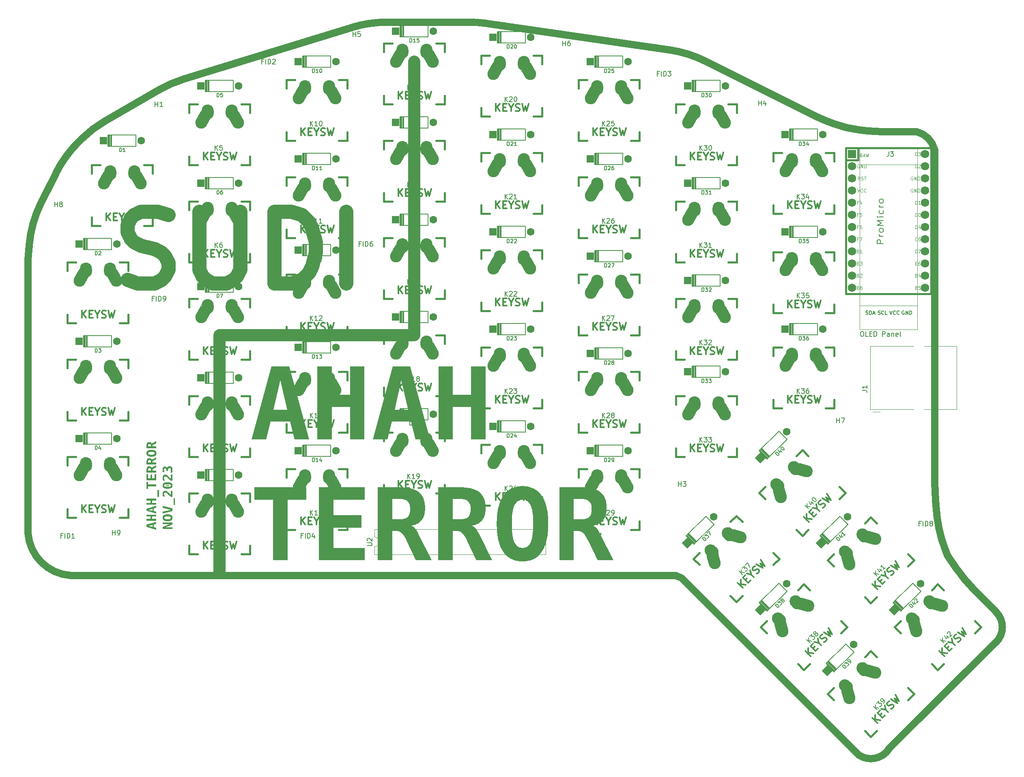
<source format=gbr>
%TF.GenerationSoftware,KiCad,Pcbnew,7.0.8*%
%TF.CreationDate,2023-11-09T18:47:33+07:00*%
%TF.ProjectId,sudi-redox-clone,73756469-2d72-4656-946f-782d636c6f6e,0.1*%
%TF.SameCoordinates,Original*%
%TF.FileFunction,Legend,Top*%
%TF.FilePolarity,Positive*%
%FSLAX46Y46*%
G04 Gerber Fmt 4.6, Leading zero omitted, Abs format (unit mm)*
G04 Created by KiCad (PCBNEW 7.0.8) date 2023-11-09 18:47:33*
%MOMM*%
%LPD*%
G01*
G04 APERTURE LIST*
G04 Aperture macros list*
%AMHorizOval*
0 Thick line with rounded ends*
0 $1 width*
0 $2 $3 position (X,Y) of the first rounded end (center of the circle)*
0 $4 $5 position (X,Y) of the second rounded end (center of the circle)*
0 Add line between two ends*
20,1,$1,$2,$3,$4,$5,0*
0 Add two circle primitives to create the rounded ends*
1,1,$1,$2,$3*
1,1,$1,$4,$5*%
%AMRotRect*
0 Rectangle, with rotation*
0 The origin of the aperture is its center*
0 $1 length*
0 $2 width*
0 $3 Rotation angle, in degrees counterclockwise*
0 Add horizontal line*
21,1,$1,$2,0,0,$3*%
G04 Aperture macros list end*
%ADD10C,1.500000*%
%ADD11C,2.500000*%
%ADD12C,0.400000*%
%ADD13C,3.000000*%
%ADD14C,0.300000*%
%ADD15C,0.200000*%
%ADD16C,0.304800*%
%ADD17C,0.150000*%
%ADD18C,0.203200*%
%ADD19C,0.100000*%
%ADD20C,0.381000*%
%ADD21C,0.120000*%
%ADD22C,0.040000*%
%ADD23HorizOval,2.500000X-0.405453X-0.729954X0.405453X0.729954X0*%
%ADD24HorizOval,2.500000X-0.019724X0.289328X0.019724X-0.289328X0*%
%ADD25HorizOval,2.500000X-0.019724X-0.289328X0.019724X0.289328X0*%
%ADD26HorizOval,2.500000X-0.405453X0.729954X0.405453X-0.729954X0*%
%ADD27R,1.600000X1.600000*%
%ADD28C,1.600000*%
%ADD29HorizOval,2.500000X-0.229457X0.802854X0.229457X-0.802854X0*%
%ADD30HorizOval,2.500000X-0.218533X0.190639X0.218533X-0.190639X0*%
%ADD31HorizOval,2.500000X-0.190639X0.218533X0.190639X-0.218533X0*%
%ADD32HorizOval,2.500000X-0.802854X0.229457X0.802854X-0.229457X0*%
%ADD33RotRect,1.600000X1.600000X45.000000*%
%ADD34R,1.752600X1.752600*%
%ADD35C,1.752600*%
G04 APERTURE END LIST*
D10*
X53435942Y-38875034D02*
X42224418Y-45343221D01*
X36523692Y-49836310D02*
G75*
G03*
X31840681Y-56333639I17677618J-17677640D01*
G01*
X199375683Y-177820967D02*
G75*
G03*
X205739999Y-176530000I2554317J3740667D01*
G01*
X217443663Y-134902448D02*
X217912222Y-136139137D01*
X163195000Y-141605000D02*
G75*
G03*
X161277669Y-140396656I-2540000J-1905000D01*
G01*
X26270173Y-71472929D02*
X26035000Y-74295000D01*
X31840680Y-56333639D02*
X28823137Y-62368726D01*
X215542223Y-125909763D02*
G75*
G03*
X217443664Y-134902448I29954777J1636363D01*
G01*
X100914191Y-24764994D02*
G75*
G03*
X93562045Y-25870526I9J-24999906D01*
G01*
X26035000Y-131445000D02*
G75*
G03*
X34925000Y-140335000I9525000J635000D01*
G01*
X223232927Y-143050267D02*
X228012206Y-147906413D01*
X159840754Y-30536848D02*
X121798547Y-25023485D01*
X121798547Y-25023484D02*
G75*
G03*
X118212820Y-24765000I-3585747J-24741916D01*
G01*
X201188840Y-47472092D02*
G75*
G03*
X203949629Y-47625000I2760760J24846392D01*
G01*
X161290000Y-140335000D02*
X34925000Y-140335000D01*
X193931064Y-45895395D02*
G75*
G03*
X199948359Y-47334262I8778236J23408795D01*
G01*
X42224415Y-45343216D02*
G75*
G03*
X37039810Y-49320190I12492585J-21653984D01*
G01*
X215265000Y-51435000D02*
X215265000Y-120915440D01*
X58576858Y-36635198D02*
G75*
G03*
X53435942Y-38875034I7351942J-23894002D01*
G01*
D11*
X106680000Y-90170000D02*
X106680000Y-33020000D01*
D10*
X203949629Y-47625000D02*
X211455000Y-47625000D01*
X215376376Y-122873659D02*
X215542236Y-125909762D01*
X199948359Y-47334262D02*
X201188840Y-47472093D01*
D11*
X66040000Y-139700000D02*
X66040000Y-90170000D01*
D10*
X37039810Y-49320190D02*
X36523691Y-49836309D01*
X93562045Y-25870525D02*
X58576858Y-36635198D01*
X227965000Y-154305000D02*
X205739999Y-176530000D01*
X228012205Y-154353586D02*
G75*
G03*
X228012205Y-147906414I-3131905J3223586D01*
G01*
X26035000Y-74295000D02*
X26035000Y-131445000D01*
X28823139Y-62368727D02*
G75*
G03*
X26270174Y-71472929I22360611J-11180323D01*
G01*
X215265000Y-120915440D02*
X215376376Y-122873659D01*
X192998618Y-45545732D02*
X193931062Y-45895399D01*
X190596364Y-44498182D02*
X167435367Y-32917683D01*
X167435359Y-32917698D02*
G75*
G03*
X159840754Y-30536849I-11180459J-22360902D01*
G01*
X118212820Y-24765000D02*
X100914191Y-24765000D01*
X215265000Y-51435000D02*
G75*
G03*
X211455000Y-47625000I-5080000J-1270000D01*
G01*
X219942836Y-139074470D02*
G75*
G03*
X223232927Y-143050267I24671364J17067070D01*
G01*
X217912222Y-136139137D02*
X219942831Y-139074473D01*
X199375690Y-177820956D02*
X163195000Y-141605000D01*
X190596363Y-44498183D02*
G75*
G03*
X192998618Y-45545732I11180937J22362083D01*
G01*
D11*
X66040000Y-90170000D02*
X106680000Y-90170000D01*
D12*
G36*
X52815000Y-129572665D02*
G01*
X52314790Y-129698695D01*
X52314790Y-130238471D01*
X52815000Y-130361570D01*
X52815000Y-130765059D01*
X50782899Y-130214047D01*
X50782899Y-129967850D01*
X51157568Y-129967850D01*
X51990436Y-130157871D01*
X51990436Y-129776364D01*
X51157568Y-129967850D01*
X50782899Y-129967850D01*
X50782899Y-129720188D01*
X52815000Y-129169176D01*
X52815000Y-129572665D01*
G37*
G36*
X50782899Y-128938611D02*
G01*
X50782899Y-128535122D01*
X51564476Y-128535122D01*
X51564476Y-128030516D01*
X50782899Y-128030516D01*
X50782899Y-127627027D01*
X52815000Y-127627027D01*
X52815000Y-128030516D01*
X51908370Y-128030516D01*
X51908370Y-128535122D01*
X52815000Y-128535122D01*
X52815000Y-128938611D01*
X50782899Y-128938611D01*
G37*
G36*
X52815000Y-126204068D02*
G01*
X52314790Y-126330097D01*
X52314790Y-126869874D01*
X52815000Y-126992972D01*
X52815000Y-127396461D01*
X50782899Y-126845450D01*
X50782899Y-126599253D01*
X51157568Y-126599253D01*
X51990436Y-126789274D01*
X51990436Y-126407766D01*
X51157568Y-126599253D01*
X50782899Y-126599253D01*
X50782899Y-126351591D01*
X52815000Y-125800579D01*
X52815000Y-126204068D01*
G37*
G36*
X50782899Y-125570013D02*
G01*
X50782899Y-125166524D01*
X51564476Y-125166524D01*
X51564476Y-124661919D01*
X50782899Y-124661919D01*
X50782899Y-124258429D01*
X52815000Y-124258429D01*
X52815000Y-124661919D01*
X51908370Y-124661919D01*
X51908370Y-125166524D01*
X52815000Y-125166524D01*
X52815000Y-125570013D01*
X50782899Y-125570013D01*
G37*
G36*
X53065104Y-123944333D02*
G01*
X53065104Y-122516978D01*
X53346472Y-122516978D01*
X53346472Y-123944333D01*
X53065104Y-123944333D01*
G37*
G36*
X51126793Y-121747124D02*
G01*
X51126793Y-122265408D01*
X50782899Y-122265408D01*
X50782899Y-120825840D01*
X51126793Y-120825840D01*
X51126793Y-121344124D01*
X52815000Y-121344124D01*
X52815000Y-121747124D01*
X51126793Y-121747124D01*
G37*
G36*
X50782899Y-120474619D02*
G01*
X50782899Y-119203091D01*
X51126793Y-119203091D01*
X51126793Y-120071130D01*
X51564476Y-120071130D01*
X51564476Y-119285157D01*
X51908370Y-119285157D01*
X51908370Y-120071130D01*
X52471106Y-120071130D01*
X52471106Y-119203091D01*
X52815000Y-119203091D01*
X52815000Y-120474619D01*
X50782899Y-120474619D01*
G37*
G36*
X52815000Y-117777201D02*
G01*
X52295739Y-118023398D01*
X52235167Y-118051730D01*
X52213451Y-118062559D01*
X52192818Y-118073431D01*
X52173266Y-118084347D01*
X52154796Y-118095305D01*
X52137408Y-118106306D01*
X52121102Y-118117349D01*
X52101043Y-118132141D01*
X52082908Y-118147010D01*
X52066697Y-118161954D01*
X52059312Y-118169455D01*
X52045917Y-118184736D01*
X52034308Y-118200535D01*
X52022308Y-118221014D01*
X52013099Y-118242304D01*
X52006680Y-118264406D01*
X52003052Y-118287318D01*
X52002159Y-118306231D01*
X52002159Y-118434703D01*
X52815000Y-118434703D01*
X52815000Y-118838192D01*
X50782899Y-118838192D01*
X50782899Y-118434703D01*
X51107254Y-118434703D01*
X51677805Y-118434703D01*
X51677805Y-118244682D01*
X51677541Y-118224347D01*
X51676752Y-118204741D01*
X51674579Y-118176698D01*
X51671222Y-118150295D01*
X51666679Y-118125533D01*
X51660952Y-118102411D01*
X51654040Y-118080928D01*
X51645943Y-118061086D01*
X51636660Y-118042883D01*
X51626193Y-118026321D01*
X51610394Y-118006789D01*
X51595925Y-117993125D01*
X51579446Y-117980770D01*
X51560956Y-117969724D01*
X51540456Y-117959986D01*
X51527840Y-117955010D01*
X51507289Y-117948536D01*
X51484471Y-117943401D01*
X51463725Y-117940145D01*
X51441404Y-117937819D01*
X51417510Y-117936424D01*
X51397260Y-117935978D01*
X51392041Y-117935959D01*
X51363888Y-117936582D01*
X51337315Y-117938449D01*
X51312322Y-117941562D01*
X51288909Y-117945920D01*
X51267076Y-117951522D01*
X51246823Y-117958370D01*
X51228150Y-117966463D01*
X51205710Y-117979190D01*
X51186079Y-117994131D01*
X51173199Y-118006789D01*
X51157743Y-118026321D01*
X51144348Y-118048769D01*
X51135654Y-118067518D01*
X51128119Y-118087907D01*
X51121744Y-118109936D01*
X51116527Y-118133605D01*
X51112470Y-118158914D01*
X51109572Y-118185863D01*
X51107833Y-118214453D01*
X51107318Y-118234423D01*
X51107254Y-118244682D01*
X51107254Y-118434703D01*
X50782899Y-118434703D01*
X50782899Y-118255429D01*
X50783034Y-118231038D01*
X50783439Y-118207080D01*
X50784114Y-118183555D01*
X50785059Y-118160464D01*
X50786274Y-118137806D01*
X50787759Y-118115581D01*
X50789514Y-118093789D01*
X50791539Y-118072430D01*
X50793834Y-118051504D01*
X50796399Y-118031011D01*
X50799234Y-118010952D01*
X50802339Y-117991326D01*
X50809359Y-117953373D01*
X50817459Y-117917152D01*
X50826639Y-117882664D01*
X50836900Y-117849909D01*
X50848240Y-117818887D01*
X50860660Y-117789596D01*
X50874160Y-117762039D01*
X50888740Y-117736214D01*
X50904400Y-117712122D01*
X50921140Y-117689762D01*
X50934533Y-117673941D01*
X50948698Y-117658902D01*
X50963636Y-117644644D01*
X50979347Y-117631167D01*
X50995830Y-117618471D01*
X51013086Y-117606557D01*
X51031116Y-117595425D01*
X51049918Y-117585074D01*
X51069492Y-117575504D01*
X51089840Y-117566715D01*
X51103834Y-117561290D01*
X51125388Y-117553696D01*
X51147552Y-117546848D01*
X51170325Y-117540747D01*
X51193708Y-117535393D01*
X51217700Y-117530786D01*
X51242303Y-117526927D01*
X51267515Y-117523814D01*
X51293336Y-117521448D01*
X51319767Y-117519830D01*
X51346808Y-117518958D01*
X51365174Y-117518792D01*
X51386319Y-117519015D01*
X51406888Y-117519685D01*
X51426882Y-117520802D01*
X51452646Y-117522984D01*
X51477387Y-117525961D01*
X51501105Y-117529732D01*
X51523801Y-117534296D01*
X51545473Y-117539654D01*
X51561057Y-117544193D01*
X51581039Y-117550849D01*
X51600441Y-117558360D01*
X51619263Y-117566725D01*
X51637505Y-117575945D01*
X51655167Y-117586020D01*
X51672248Y-117596950D01*
X51688750Y-117608735D01*
X51704672Y-117621374D01*
X51722758Y-117637341D01*
X51739772Y-117654404D01*
X51755712Y-117672565D01*
X51770579Y-117691823D01*
X51781700Y-117708019D01*
X51792133Y-117724918D01*
X51801880Y-117742519D01*
X51810795Y-117760837D01*
X51818977Y-117780132D01*
X51826427Y-117800404D01*
X51833143Y-117821653D01*
X51839127Y-117843879D01*
X51844378Y-117867083D01*
X51848897Y-117891263D01*
X51852683Y-117916420D01*
X51858047Y-117896983D01*
X51866153Y-117875138D01*
X51876079Y-117854908D01*
X51887826Y-117836292D01*
X51901392Y-117819291D01*
X51908859Y-117811395D01*
X51923570Y-117798000D01*
X51940563Y-117784965D01*
X51958653Y-117772601D01*
X51971385Y-117764501D01*
X51988215Y-117754168D01*
X52006830Y-117743320D01*
X52027232Y-117731957D01*
X52045598Y-117722094D01*
X52065204Y-117711874D01*
X52081782Y-117703440D01*
X52815000Y-117334145D01*
X52815000Y-117777201D01*
G37*
G36*
X52815000Y-116092903D02*
G01*
X52295739Y-116339099D01*
X52235167Y-116367431D01*
X52213451Y-116378261D01*
X52192818Y-116389133D01*
X52173266Y-116400048D01*
X52154796Y-116411006D01*
X52137408Y-116422007D01*
X52121102Y-116433051D01*
X52101043Y-116447843D01*
X52082908Y-116462711D01*
X52066697Y-116477656D01*
X52059312Y-116485157D01*
X52045917Y-116500437D01*
X52034308Y-116516236D01*
X52022308Y-116536716D01*
X52013099Y-116558006D01*
X52006680Y-116580107D01*
X52003052Y-116603019D01*
X52002159Y-116621933D01*
X52002159Y-116750404D01*
X52815000Y-116750404D01*
X52815000Y-117153893D01*
X50782899Y-117153893D01*
X50782899Y-116750404D01*
X51107254Y-116750404D01*
X51677805Y-116750404D01*
X51677805Y-116560383D01*
X51677541Y-116540048D01*
X51676752Y-116520442D01*
X51674579Y-116492399D01*
X51671222Y-116465997D01*
X51666679Y-116441234D01*
X51660952Y-116418112D01*
X51654040Y-116396629D01*
X51645943Y-116376787D01*
X51636660Y-116358585D01*
X51626193Y-116342023D01*
X51610394Y-116322491D01*
X51595925Y-116308827D01*
X51579446Y-116296471D01*
X51560956Y-116285425D01*
X51540456Y-116275688D01*
X51527840Y-116270711D01*
X51507289Y-116264237D01*
X51484471Y-116259102D01*
X51463725Y-116255846D01*
X51441404Y-116253521D01*
X51417510Y-116252125D01*
X51397260Y-116251679D01*
X51392041Y-116251660D01*
X51363888Y-116252283D01*
X51337315Y-116254150D01*
X51312322Y-116257263D01*
X51288909Y-116261621D01*
X51267076Y-116267224D01*
X51246823Y-116274072D01*
X51228150Y-116282164D01*
X51205710Y-116294892D01*
X51186079Y-116309833D01*
X51173199Y-116322491D01*
X51157743Y-116342023D01*
X51144348Y-116364470D01*
X51135654Y-116383219D01*
X51128119Y-116403608D01*
X51121744Y-116425637D01*
X51116527Y-116449306D01*
X51112470Y-116474615D01*
X51109572Y-116501565D01*
X51107833Y-116530154D01*
X51107318Y-116550125D01*
X51107254Y-116560383D01*
X51107254Y-116750404D01*
X50782899Y-116750404D01*
X50782899Y-116571130D01*
X50783034Y-116546739D01*
X50783439Y-116522781D01*
X50784114Y-116499257D01*
X50785059Y-116476165D01*
X50786274Y-116453507D01*
X50787759Y-116431282D01*
X50789514Y-116409490D01*
X50791539Y-116388131D01*
X50793834Y-116367205D01*
X50796399Y-116346713D01*
X50799234Y-116326653D01*
X50802339Y-116307027D01*
X50809359Y-116269074D01*
X50817459Y-116232854D01*
X50826639Y-116198366D01*
X50836900Y-116165611D01*
X50848240Y-116134588D01*
X50860660Y-116105298D01*
X50874160Y-116077740D01*
X50888740Y-116051915D01*
X50904400Y-116027823D01*
X50921140Y-116005464D01*
X50934533Y-115989643D01*
X50948698Y-115974603D01*
X50963636Y-115960345D01*
X50979347Y-115946868D01*
X50995830Y-115934173D01*
X51013086Y-115922259D01*
X51031116Y-115911126D01*
X51049918Y-115900775D01*
X51069492Y-115891205D01*
X51089840Y-115882417D01*
X51103834Y-115876992D01*
X51125388Y-115869397D01*
X51147552Y-115862549D01*
X51170325Y-115856448D01*
X51193708Y-115851094D01*
X51217700Y-115846488D01*
X51242303Y-115842628D01*
X51267515Y-115839515D01*
X51293336Y-115837150D01*
X51319767Y-115835531D01*
X51346808Y-115834660D01*
X51365174Y-115834494D01*
X51386319Y-115834717D01*
X51406888Y-115835387D01*
X51426882Y-115836503D01*
X51452646Y-115838686D01*
X51477387Y-115841662D01*
X51501105Y-115845433D01*
X51523801Y-115849997D01*
X51545473Y-115855355D01*
X51561057Y-115859895D01*
X51581039Y-115866550D01*
X51600441Y-115874061D01*
X51619263Y-115882426D01*
X51637505Y-115891646D01*
X51655167Y-115901721D01*
X51672248Y-115912651D01*
X51688750Y-115924436D01*
X51704672Y-115937076D01*
X51722758Y-115953042D01*
X51739772Y-115970106D01*
X51755712Y-115988266D01*
X51770579Y-116007524D01*
X51781700Y-116023721D01*
X51792133Y-116040619D01*
X51801880Y-116058220D01*
X51810795Y-116076538D01*
X51818977Y-116095833D01*
X51826427Y-116116106D01*
X51833143Y-116137355D01*
X51839127Y-116159581D01*
X51844378Y-116182784D01*
X51848897Y-116206964D01*
X51852683Y-116232121D01*
X51858047Y-116212684D01*
X51866153Y-116190840D01*
X51876079Y-116170609D01*
X51887826Y-116151994D01*
X51901392Y-116134992D01*
X51908859Y-116127096D01*
X51923570Y-116113701D01*
X51940563Y-116100667D01*
X51958653Y-116088302D01*
X51971385Y-116080202D01*
X51988215Y-116069869D01*
X52006830Y-116059021D01*
X52027232Y-116047658D01*
X52045598Y-116037796D01*
X52065204Y-116027575D01*
X52081782Y-116019141D01*
X52815000Y-115649846D01*
X52815000Y-116092903D01*
G37*
G36*
X51831404Y-114091753D02*
G01*
X51862884Y-114092281D01*
X51893877Y-114093161D01*
X51924383Y-114094393D01*
X51954403Y-114095977D01*
X51983936Y-114097914D01*
X52012983Y-114100202D01*
X52041543Y-114102842D01*
X52069617Y-114105835D01*
X52097204Y-114109179D01*
X52124305Y-114112876D01*
X52150918Y-114116924D01*
X52177046Y-114121325D01*
X52202686Y-114126078D01*
X52227841Y-114131183D01*
X52252508Y-114136639D01*
X52276689Y-114142448D01*
X52300384Y-114148609D01*
X52323591Y-114155122D01*
X52346313Y-114161987D01*
X52368547Y-114169204D01*
X52390296Y-114176773D01*
X52411557Y-114184695D01*
X52432332Y-114192968D01*
X52452620Y-114201593D01*
X52472422Y-114210571D01*
X52491737Y-114219900D01*
X52510566Y-114229581D01*
X52528908Y-114239615D01*
X52546764Y-114250001D01*
X52564133Y-114260738D01*
X52581015Y-114271828D01*
X52604575Y-114288626D01*
X52627079Y-114306232D01*
X52648527Y-114324644D01*
X52668919Y-114343864D01*
X52688255Y-114363891D01*
X52706535Y-114384725D01*
X52723758Y-114406367D01*
X52739925Y-114428815D01*
X52755036Y-114452070D01*
X52769091Y-114476133D01*
X52777875Y-114492623D01*
X52790096Y-114518066D01*
X52801116Y-114544384D01*
X52810933Y-114571578D01*
X52819549Y-114599648D01*
X52824624Y-114618847D01*
X52829166Y-114638436D01*
X52833173Y-114658415D01*
X52836646Y-114678782D01*
X52839584Y-114699539D01*
X52841988Y-114720685D01*
X52843858Y-114742220D01*
X52845194Y-114764145D01*
X52845995Y-114786459D01*
X52846263Y-114809162D01*
X52845995Y-114832037D01*
X52845194Y-114854500D01*
X52843858Y-114876550D01*
X52841988Y-114898189D01*
X52839584Y-114919415D01*
X52836646Y-114940229D01*
X52833173Y-114960631D01*
X52829166Y-114980621D01*
X52824624Y-115000198D01*
X52819549Y-115019364D01*
X52813939Y-115038117D01*
X52804522Y-115065474D01*
X52793903Y-115091904D01*
X52782082Y-115117406D01*
X52777875Y-115125701D01*
X52764537Y-115150027D01*
X52750168Y-115173546D01*
X52734770Y-115196257D01*
X52718340Y-115218162D01*
X52700881Y-115239259D01*
X52682391Y-115259550D01*
X52662871Y-115279033D01*
X52642320Y-115297709D01*
X52620739Y-115315578D01*
X52598127Y-115332639D01*
X52582480Y-115343565D01*
X52565685Y-115354775D01*
X52548395Y-115365629D01*
X52530610Y-115376128D01*
X52512329Y-115386270D01*
X52493553Y-115396056D01*
X52474283Y-115405487D01*
X52454517Y-115414561D01*
X52434255Y-115423280D01*
X52413499Y-115431643D01*
X52392248Y-115439650D01*
X52370501Y-115447301D01*
X52348259Y-115454597D01*
X52325522Y-115461536D01*
X52302290Y-115468120D01*
X52278563Y-115474347D01*
X52254340Y-115480219D01*
X52229622Y-115485735D01*
X52204410Y-115490895D01*
X52178702Y-115495700D01*
X52152498Y-115500148D01*
X52125800Y-115504241D01*
X52098607Y-115507977D01*
X52070918Y-115511358D01*
X52042734Y-115514383D01*
X52014055Y-115517052D01*
X51984881Y-115519365D01*
X51955212Y-115521322D01*
X51925047Y-115522924D01*
X51894388Y-115524169D01*
X51863233Y-115525059D01*
X51831583Y-115525593D01*
X51799438Y-115525771D01*
X51767499Y-115525593D01*
X51736040Y-115525059D01*
X51705060Y-115524169D01*
X51674561Y-115522924D01*
X51644542Y-115521322D01*
X51615002Y-115519365D01*
X51585942Y-115517052D01*
X51557363Y-115514383D01*
X51529263Y-115511358D01*
X51501643Y-115507977D01*
X51474503Y-115504241D01*
X51447843Y-115500148D01*
X51421662Y-115495700D01*
X51395962Y-115490895D01*
X51370741Y-115485735D01*
X51346001Y-115480219D01*
X51321740Y-115474347D01*
X51297959Y-115468120D01*
X51274659Y-115461536D01*
X51251838Y-115454597D01*
X51229497Y-115447301D01*
X51207635Y-115439650D01*
X51186254Y-115431643D01*
X51165353Y-115423280D01*
X51144931Y-115414561D01*
X51124990Y-115405487D01*
X51105528Y-115396056D01*
X51086546Y-115386270D01*
X51068044Y-115376128D01*
X51050022Y-115365629D01*
X51032480Y-115354775D01*
X51015418Y-115343565D01*
X50998434Y-115331615D01*
X50982041Y-115319332D01*
X50966240Y-115306717D01*
X50951030Y-115293770D01*
X50936411Y-115280492D01*
X50922385Y-115266881D01*
X50902454Y-115245842D01*
X50883853Y-115224056D01*
X50866584Y-115201523D01*
X50850646Y-115178244D01*
X50836039Y-115154217D01*
X50822762Y-115129443D01*
X50814651Y-115112512D01*
X50803389Y-115086604D01*
X50793235Y-115060173D01*
X50784189Y-115033218D01*
X50776251Y-115005739D01*
X50769420Y-114977737D01*
X50763697Y-114949211D01*
X50760497Y-114929902D01*
X50757790Y-114910361D01*
X50755574Y-114890587D01*
X50753851Y-114870580D01*
X50752621Y-114850340D01*
X50751882Y-114829867D01*
X50751636Y-114809162D01*
X51126793Y-114809162D01*
X51128197Y-114837126D01*
X51132409Y-114863682D01*
X51139428Y-114888829D01*
X51149256Y-114912568D01*
X51161891Y-114934899D01*
X51177334Y-114955822D01*
X51195585Y-114975337D01*
X51216644Y-114993443D01*
X51240510Y-115010142D01*
X51257981Y-115020491D01*
X51276700Y-115030215D01*
X51286528Y-115034842D01*
X51306617Y-115043420D01*
X51328293Y-115051443D01*
X51351557Y-115058914D01*
X51376409Y-115065831D01*
X51402848Y-115072194D01*
X51430875Y-115078005D01*
X51460490Y-115083262D01*
X51491692Y-115087965D01*
X51524481Y-115092116D01*
X51558859Y-115095712D01*
X51594823Y-115098756D01*
X51632376Y-115101246D01*
X51671516Y-115103183D01*
X51691681Y-115103944D01*
X51712243Y-115104566D01*
X51733202Y-115105050D01*
X51754558Y-115105396D01*
X51776311Y-115105604D01*
X51798461Y-115105673D01*
X51820671Y-115105604D01*
X51842482Y-115105396D01*
X51863894Y-115105050D01*
X51884907Y-115104566D01*
X51905522Y-115103944D01*
X51925738Y-115103183D01*
X51945555Y-115102284D01*
X51983993Y-115100070D01*
X52020835Y-115097303D01*
X52056083Y-115093983D01*
X52089735Y-115090110D01*
X52121792Y-115085683D01*
X52152253Y-115080702D01*
X52181120Y-115075169D01*
X52208391Y-115069082D01*
X52234067Y-115062441D01*
X52258148Y-115055248D01*
X52280633Y-115047501D01*
X52301524Y-115039200D01*
X52311371Y-115034842D01*
X52330714Y-115025603D01*
X52348809Y-115015715D01*
X52365656Y-115005178D01*
X52388586Y-114988157D01*
X52408709Y-114969675D01*
X52426024Y-114949734D01*
X52440531Y-114928334D01*
X52452231Y-114905473D01*
X52461122Y-114881153D01*
X52467206Y-114855373D01*
X52470482Y-114828133D01*
X52471106Y-114809162D01*
X52469702Y-114780687D01*
X52465490Y-114753698D01*
X52458470Y-114728194D01*
X52448643Y-114704176D01*
X52436008Y-114681643D01*
X52420564Y-114660596D01*
X52402314Y-114641034D01*
X52381255Y-114622957D01*
X52357388Y-114606367D01*
X52339917Y-114596131D01*
X52321198Y-114586556D01*
X52311371Y-114582016D01*
X52291278Y-114573439D01*
X52269590Y-114565415D01*
X52246307Y-114557945D01*
X52221428Y-114551028D01*
X52194955Y-114544664D01*
X52166886Y-114538854D01*
X52137222Y-114533597D01*
X52105963Y-114528893D01*
X52073108Y-114524743D01*
X52038658Y-114521146D01*
X52002613Y-114518103D01*
X51964973Y-114515613D01*
X51925738Y-114513676D01*
X51905522Y-114512915D01*
X51884907Y-114512293D01*
X51863894Y-114511808D01*
X51842482Y-114511463D01*
X51820671Y-114511255D01*
X51798461Y-114511186D01*
X51776311Y-114511255D01*
X51754558Y-114511463D01*
X51733202Y-114511808D01*
X51712243Y-114512293D01*
X51691681Y-114512915D01*
X51671516Y-114513676D01*
X51651747Y-114514575D01*
X51613401Y-114516789D01*
X51576642Y-114519555D01*
X51541471Y-114522876D01*
X51507888Y-114526749D01*
X51475892Y-114531176D01*
X51445484Y-114536156D01*
X51416663Y-114541690D01*
X51389430Y-114547777D01*
X51363785Y-114554417D01*
X51339727Y-114561611D01*
X51317257Y-114569358D01*
X51296374Y-114577659D01*
X51286528Y-114582016D01*
X51267185Y-114591261D01*
X51249090Y-114601166D01*
X51232243Y-114611732D01*
X51209312Y-114628818D01*
X51189189Y-114647389D01*
X51171874Y-114667446D01*
X51157367Y-114688989D01*
X51145668Y-114712017D01*
X51136776Y-114736530D01*
X51130693Y-114762529D01*
X51127417Y-114790014D01*
X51126793Y-114809162D01*
X50751636Y-114809162D01*
X50751895Y-114787195D01*
X50752672Y-114765561D01*
X50753967Y-114744261D01*
X50755780Y-114723295D01*
X50758112Y-114702664D01*
X50760961Y-114682366D01*
X50764328Y-114662402D01*
X50768214Y-114642772D01*
X50772617Y-114623476D01*
X50777539Y-114604513D01*
X50788936Y-114567591D01*
X50802406Y-114532004D01*
X50817948Y-114497752D01*
X50835562Y-114464837D01*
X50855248Y-114433257D01*
X50877007Y-114403013D01*
X50900838Y-114374105D01*
X50926741Y-114346532D01*
X50954716Y-114320295D01*
X50984764Y-114295393D01*
X51000565Y-114283444D01*
X51016884Y-114271828D01*
X51033678Y-114260738D01*
X51050967Y-114250001D01*
X51068750Y-114239615D01*
X51087027Y-114229581D01*
X51105799Y-114219900D01*
X51125064Y-114210571D01*
X51144824Y-114201593D01*
X51165078Y-114192968D01*
X51185826Y-114184695D01*
X51207069Y-114176773D01*
X51228805Y-114169204D01*
X51251036Y-114161987D01*
X51273761Y-114155122D01*
X51296981Y-114148609D01*
X51320694Y-114142448D01*
X51344902Y-114136639D01*
X51369604Y-114131183D01*
X51394800Y-114126078D01*
X51420490Y-114121325D01*
X51446675Y-114116924D01*
X51473354Y-114112876D01*
X51500526Y-114109179D01*
X51528194Y-114105835D01*
X51556355Y-114102842D01*
X51585011Y-114100202D01*
X51614160Y-114097914D01*
X51643804Y-114095977D01*
X51673943Y-114094393D01*
X51704575Y-114093161D01*
X51735702Y-114092281D01*
X51767323Y-114091753D01*
X51799438Y-114091577D01*
X51831404Y-114091753D01*
G37*
G36*
X52815000Y-112724305D02*
G01*
X52295739Y-112970502D01*
X52235167Y-112998834D01*
X52213451Y-113009663D01*
X52192818Y-113020535D01*
X52173266Y-113031451D01*
X52154796Y-113042409D01*
X52137408Y-113053410D01*
X52121102Y-113064453D01*
X52101043Y-113079245D01*
X52082908Y-113094114D01*
X52066697Y-113109058D01*
X52059312Y-113116559D01*
X52045917Y-113131840D01*
X52034308Y-113147639D01*
X52022308Y-113168118D01*
X52013099Y-113189408D01*
X52006680Y-113211510D01*
X52003052Y-113234422D01*
X52002159Y-113253335D01*
X52002159Y-113381807D01*
X52815000Y-113381807D01*
X52815000Y-113785296D01*
X50782899Y-113785296D01*
X50782899Y-113381807D01*
X51107254Y-113381807D01*
X51677805Y-113381807D01*
X51677805Y-113191786D01*
X51677541Y-113171451D01*
X51676752Y-113151845D01*
X51674579Y-113123802D01*
X51671222Y-113097399D01*
X51666679Y-113072637D01*
X51660952Y-113049515D01*
X51654040Y-113028032D01*
X51645943Y-113008190D01*
X51636660Y-112989987D01*
X51626193Y-112973425D01*
X51610394Y-112953893D01*
X51595925Y-112940229D01*
X51579446Y-112927874D01*
X51560956Y-112916828D01*
X51540456Y-112907090D01*
X51527840Y-112902114D01*
X51507289Y-112895640D01*
X51484471Y-112890505D01*
X51463725Y-112887249D01*
X51441404Y-112884923D01*
X51417510Y-112883528D01*
X51397260Y-112883082D01*
X51392041Y-112883063D01*
X51363888Y-112883686D01*
X51337315Y-112885553D01*
X51312322Y-112888666D01*
X51288909Y-112893024D01*
X51267076Y-112898626D01*
X51246823Y-112905474D01*
X51228150Y-112913567D01*
X51205710Y-112926294D01*
X51186079Y-112941235D01*
X51173199Y-112953893D01*
X51157743Y-112973425D01*
X51144348Y-112995873D01*
X51135654Y-113014622D01*
X51128119Y-113035011D01*
X51121744Y-113057040D01*
X51116527Y-113080709D01*
X51112470Y-113106018D01*
X51109572Y-113132967D01*
X51107833Y-113161557D01*
X51107318Y-113181527D01*
X51107254Y-113191786D01*
X51107254Y-113381807D01*
X50782899Y-113381807D01*
X50782899Y-113202533D01*
X50783034Y-113178142D01*
X50783439Y-113154184D01*
X50784114Y-113130659D01*
X50785059Y-113107568D01*
X50786274Y-113084910D01*
X50787759Y-113062685D01*
X50789514Y-113040893D01*
X50791539Y-113019534D01*
X50793834Y-112998608D01*
X50796399Y-112978115D01*
X50799234Y-112958056D01*
X50802339Y-112938430D01*
X50809359Y-112900477D01*
X50817459Y-112864256D01*
X50826639Y-112829768D01*
X50836900Y-112797013D01*
X50848240Y-112765991D01*
X50860660Y-112736700D01*
X50874160Y-112709143D01*
X50888740Y-112683318D01*
X50904400Y-112659226D01*
X50921140Y-112636866D01*
X50934533Y-112621045D01*
X50948698Y-112606006D01*
X50963636Y-112591748D01*
X50979347Y-112578271D01*
X50995830Y-112565575D01*
X51013086Y-112553661D01*
X51031116Y-112542529D01*
X51049918Y-112532178D01*
X51069492Y-112522608D01*
X51089840Y-112513819D01*
X51103834Y-112508394D01*
X51125388Y-112500800D01*
X51147552Y-112493952D01*
X51170325Y-112487851D01*
X51193708Y-112482497D01*
X51217700Y-112477890D01*
X51242303Y-112474031D01*
X51267515Y-112470918D01*
X51293336Y-112468552D01*
X51319767Y-112466934D01*
X51346808Y-112466062D01*
X51365174Y-112465896D01*
X51386319Y-112466119D01*
X51406888Y-112466789D01*
X51426882Y-112467905D01*
X51452646Y-112470088D01*
X51477387Y-112473065D01*
X51501105Y-112476836D01*
X51523801Y-112481400D01*
X51545473Y-112486758D01*
X51561057Y-112491297D01*
X51581039Y-112497953D01*
X51600441Y-112505464D01*
X51619263Y-112513829D01*
X51637505Y-112523049D01*
X51655167Y-112533124D01*
X51672248Y-112544054D01*
X51688750Y-112555839D01*
X51704672Y-112568478D01*
X51722758Y-112584445D01*
X51739772Y-112601508D01*
X51755712Y-112619669D01*
X51770579Y-112638927D01*
X51781700Y-112655123D01*
X51792133Y-112672022D01*
X51801880Y-112689623D01*
X51810795Y-112707941D01*
X51818977Y-112727236D01*
X51826427Y-112747508D01*
X51833143Y-112768757D01*
X51839127Y-112790983D01*
X51844378Y-112814187D01*
X51848897Y-112838367D01*
X51852683Y-112863524D01*
X51858047Y-112844087D01*
X51866153Y-112822242D01*
X51876079Y-112802012D01*
X51887826Y-112783396D01*
X51901392Y-112766395D01*
X51908859Y-112758499D01*
X51923570Y-112745104D01*
X51940563Y-112732069D01*
X51958653Y-112719705D01*
X51971385Y-112711605D01*
X51988215Y-112701272D01*
X52006830Y-112690424D01*
X52027232Y-112679061D01*
X52045598Y-112669198D01*
X52065204Y-112658978D01*
X52081782Y-112650544D01*
X52815000Y-112281249D01*
X52815000Y-112724305D01*
G37*
G36*
X54142899Y-130647334D02*
G01*
X54142899Y-130214047D01*
X55627407Y-129644961D01*
X54142899Y-129644961D01*
X54142899Y-129289832D01*
X56175000Y-129289832D01*
X56175000Y-129720188D01*
X54718824Y-130291716D01*
X56175000Y-130291716D01*
X56175000Y-130647334D01*
X54142899Y-130647334D01*
G37*
G36*
X55191404Y-127566142D02*
G01*
X55222884Y-127566670D01*
X55253877Y-127567550D01*
X55284383Y-127568782D01*
X55314403Y-127570367D01*
X55343936Y-127572303D01*
X55372983Y-127574591D01*
X55401543Y-127577232D01*
X55429617Y-127580224D01*
X55457204Y-127583569D01*
X55484305Y-127587265D01*
X55510918Y-127591314D01*
X55537046Y-127595714D01*
X55562686Y-127600467D01*
X55587841Y-127605572D01*
X55612508Y-127611029D01*
X55636689Y-127616838D01*
X55660384Y-127622999D01*
X55683591Y-127629512D01*
X55706313Y-127636377D01*
X55728547Y-127643594D01*
X55750296Y-127651163D01*
X55771557Y-127659084D01*
X55792332Y-127667357D01*
X55812620Y-127675983D01*
X55832422Y-127684960D01*
X55851737Y-127694289D01*
X55870566Y-127703971D01*
X55888908Y-127714004D01*
X55906764Y-127724390D01*
X55924133Y-127735128D01*
X55941015Y-127746217D01*
X55964575Y-127763016D01*
X55987079Y-127780621D01*
X56008527Y-127799034D01*
X56028919Y-127818254D01*
X56048255Y-127838281D01*
X56066535Y-127859115D01*
X56083758Y-127880756D01*
X56099925Y-127903204D01*
X56115036Y-127926460D01*
X56129091Y-127950523D01*
X56137875Y-127967013D01*
X56150096Y-127992455D01*
X56161116Y-128018773D01*
X56170933Y-128045967D01*
X56179549Y-128074037D01*
X56184624Y-128093237D01*
X56189166Y-128112826D01*
X56193173Y-128132804D01*
X56196646Y-128153172D01*
X56199584Y-128173928D01*
X56201988Y-128195075D01*
X56203858Y-128216610D01*
X56205194Y-128238534D01*
X56205995Y-128260848D01*
X56206263Y-128283551D01*
X56205995Y-128306426D01*
X56205194Y-128328889D01*
X56203858Y-128350940D01*
X56201988Y-128372578D01*
X56199584Y-128393804D01*
X56196646Y-128414618D01*
X56193173Y-128435020D01*
X56189166Y-128455010D01*
X56184624Y-128474588D01*
X56179549Y-128493753D01*
X56173939Y-128512506D01*
X56164522Y-128539863D01*
X56153903Y-128566293D01*
X56142082Y-128591796D01*
X56137875Y-128600090D01*
X56124537Y-128624416D01*
X56110168Y-128647935D01*
X56094770Y-128670647D01*
X56078340Y-128692551D01*
X56060881Y-128713649D01*
X56042391Y-128733939D01*
X56022871Y-128753422D01*
X56002320Y-128772098D01*
X55980739Y-128789967D01*
X55958127Y-128807029D01*
X55942480Y-128817955D01*
X55925685Y-128829165D01*
X55908395Y-128840019D01*
X55890610Y-128850517D01*
X55872329Y-128860659D01*
X55853553Y-128870446D01*
X55834283Y-128879876D01*
X55814517Y-128888951D01*
X55794255Y-128897670D01*
X55773499Y-128906033D01*
X55752248Y-128914040D01*
X55730501Y-128921691D01*
X55708259Y-128928986D01*
X55685522Y-128935926D01*
X55662290Y-128942509D01*
X55638563Y-128948737D01*
X55614340Y-128954609D01*
X55589622Y-128960125D01*
X55564410Y-128965285D01*
X55538702Y-128970089D01*
X55512498Y-128974537D01*
X55485800Y-128978630D01*
X55458607Y-128982367D01*
X55430918Y-128985747D01*
X55402734Y-128988772D01*
X55374055Y-128991441D01*
X55344881Y-128993754D01*
X55315212Y-128995712D01*
X55285047Y-128997313D01*
X55254388Y-128998559D01*
X55223233Y-128999448D01*
X55191583Y-128999982D01*
X55159438Y-129000160D01*
X55127499Y-128999982D01*
X55096040Y-128999448D01*
X55065060Y-128998559D01*
X55034561Y-128997313D01*
X55004542Y-128995712D01*
X54975002Y-128993754D01*
X54945942Y-128991441D01*
X54917363Y-128988772D01*
X54889263Y-128985747D01*
X54861643Y-128982367D01*
X54834503Y-128978630D01*
X54807843Y-128974537D01*
X54781662Y-128970089D01*
X54755962Y-128965285D01*
X54730741Y-128960125D01*
X54706001Y-128954609D01*
X54681740Y-128948737D01*
X54657959Y-128942509D01*
X54634659Y-128935926D01*
X54611838Y-128928986D01*
X54589497Y-128921691D01*
X54567635Y-128914040D01*
X54546254Y-128906033D01*
X54525353Y-128897670D01*
X54504931Y-128888951D01*
X54484990Y-128879876D01*
X54465528Y-128870446D01*
X54446546Y-128860659D01*
X54428044Y-128850517D01*
X54410022Y-128840019D01*
X54392480Y-128829165D01*
X54375418Y-128817955D01*
X54358434Y-128806004D01*
X54342041Y-128793721D01*
X54326240Y-128781107D01*
X54311030Y-128768160D01*
X54296411Y-128754881D01*
X54282385Y-128741270D01*
X54262454Y-128720231D01*
X54243853Y-128698446D01*
X54226584Y-128675913D01*
X54210646Y-128652633D01*
X54196039Y-128628606D01*
X54182762Y-128603832D01*
X54174651Y-128586901D01*
X54163389Y-128560994D01*
X54153235Y-128534563D01*
X54144189Y-128507608D01*
X54136251Y-128480129D01*
X54129420Y-128452126D01*
X54123697Y-128423600D01*
X54120497Y-128404291D01*
X54117790Y-128384750D01*
X54115574Y-128364976D01*
X54113851Y-128344969D01*
X54112621Y-128324729D01*
X54111882Y-128304257D01*
X54111636Y-128283551D01*
X54486793Y-128283551D01*
X54488197Y-128311515D01*
X54492409Y-128338071D01*
X54499428Y-128363219D01*
X54509256Y-128386958D01*
X54521891Y-128409289D01*
X54537334Y-128430212D01*
X54555585Y-128449726D01*
X54576644Y-128467833D01*
X54600510Y-128484531D01*
X54617981Y-128494881D01*
X54636700Y-128504605D01*
X54646528Y-128509232D01*
X54666617Y-128517809D01*
X54688293Y-128525833D01*
X54711557Y-128533303D01*
X54736409Y-128540220D01*
X54762848Y-128546584D01*
X54790875Y-128552394D01*
X54820490Y-128557651D01*
X54851692Y-128562355D01*
X54884481Y-128566505D01*
X54918859Y-128570102D01*
X54954823Y-128573145D01*
X54992376Y-128575635D01*
X55031516Y-128577572D01*
X55051681Y-128578333D01*
X55072243Y-128578956D01*
X55093202Y-128579440D01*
X55114558Y-128579786D01*
X55136311Y-128579993D01*
X55158461Y-128580062D01*
X55180671Y-128579993D01*
X55202482Y-128579786D01*
X55223894Y-128579440D01*
X55244907Y-128578956D01*
X55265522Y-128578333D01*
X55285738Y-128577572D01*
X55305555Y-128576673D01*
X55343993Y-128574460D01*
X55380835Y-128571693D01*
X55416083Y-128568373D01*
X55449735Y-128564499D01*
X55481792Y-128560072D01*
X55512253Y-128555092D01*
X55541120Y-128549558D01*
X55568391Y-128543471D01*
X55594067Y-128536831D01*
X55618148Y-128529637D01*
X55640633Y-128521890D01*
X55661524Y-128513590D01*
X55671371Y-128509232D01*
X55690714Y-128499993D01*
X55708809Y-128490105D01*
X55725656Y-128479568D01*
X55748586Y-128462546D01*
X55768709Y-128444065D01*
X55786024Y-128424124D01*
X55800531Y-128402723D01*
X55812231Y-128379862D01*
X55821122Y-128355542D01*
X55827206Y-128329762D01*
X55830482Y-128302522D01*
X55831106Y-128283551D01*
X55829702Y-128255077D01*
X55825490Y-128228087D01*
X55818470Y-128202584D01*
X55808643Y-128178565D01*
X55796008Y-128156032D01*
X55780564Y-128134985D01*
X55762314Y-128115423D01*
X55741255Y-128097347D01*
X55717388Y-128080756D01*
X55699917Y-128070521D01*
X55681198Y-128060946D01*
X55671371Y-128056406D01*
X55651278Y-128047829D01*
X55629590Y-128039805D01*
X55606307Y-128032334D01*
X55581428Y-128025417D01*
X55554955Y-128019054D01*
X55526886Y-128013243D01*
X55497222Y-128007986D01*
X55465963Y-128003283D01*
X55433108Y-127999133D01*
X55398658Y-127995536D01*
X55362613Y-127992492D01*
X55324973Y-127990002D01*
X55285738Y-127988065D01*
X55265522Y-127987304D01*
X55244907Y-127986682D01*
X55223894Y-127986198D01*
X55202482Y-127985852D01*
X55180671Y-127985644D01*
X55158461Y-127985575D01*
X55136311Y-127985644D01*
X55114558Y-127985852D01*
X55093202Y-127986198D01*
X55072243Y-127986682D01*
X55051681Y-127987304D01*
X55031516Y-127988065D01*
X55011747Y-127988965D01*
X54973401Y-127991178D01*
X54936642Y-127993945D01*
X54901471Y-127997265D01*
X54867888Y-128001139D01*
X54835892Y-128005565D01*
X54805484Y-128010546D01*
X54776663Y-128016079D01*
X54749430Y-128022166D01*
X54723785Y-128028807D01*
X54699727Y-128036000D01*
X54677257Y-128043747D01*
X54656374Y-128052048D01*
X54646528Y-128056406D01*
X54627185Y-128065651D01*
X54609090Y-128075556D01*
X54592243Y-128086121D01*
X54569312Y-128103207D01*
X54549189Y-128121779D01*
X54531874Y-128141836D01*
X54517367Y-128163378D01*
X54505668Y-128186406D01*
X54496776Y-128210920D01*
X54490693Y-128236919D01*
X54487417Y-128264403D01*
X54486793Y-128283551D01*
X54111636Y-128283551D01*
X54111895Y-128261584D01*
X54112672Y-128239950D01*
X54113967Y-128218651D01*
X54115780Y-128197685D01*
X54118112Y-128177053D01*
X54120961Y-128156755D01*
X54124328Y-128136791D01*
X54128214Y-128117161D01*
X54132617Y-128097865D01*
X54137539Y-128078903D01*
X54148936Y-128041980D01*
X54162406Y-128006393D01*
X54177948Y-127972142D01*
X54195562Y-127939226D01*
X54215248Y-127907646D01*
X54237007Y-127877402D01*
X54260838Y-127848494D01*
X54286741Y-127820921D01*
X54314716Y-127794684D01*
X54344764Y-127769783D01*
X54360565Y-127757833D01*
X54376884Y-127746217D01*
X54393678Y-127735128D01*
X54410967Y-127724390D01*
X54428750Y-127714004D01*
X54447027Y-127703971D01*
X54465799Y-127694289D01*
X54485064Y-127684960D01*
X54504824Y-127675983D01*
X54525078Y-127667357D01*
X54545826Y-127659084D01*
X54567069Y-127651163D01*
X54588805Y-127643594D01*
X54611036Y-127636377D01*
X54633761Y-127629512D01*
X54656981Y-127622999D01*
X54680694Y-127616838D01*
X54704902Y-127611029D01*
X54729604Y-127605572D01*
X54754800Y-127600467D01*
X54780490Y-127595714D01*
X54806675Y-127591314D01*
X54833354Y-127587265D01*
X54860526Y-127583569D01*
X54888194Y-127580224D01*
X54916355Y-127577232D01*
X54945011Y-127574591D01*
X54974160Y-127572303D01*
X55003804Y-127570367D01*
X55033943Y-127568782D01*
X55064575Y-127567550D01*
X55095702Y-127566670D01*
X55127323Y-127566142D01*
X55159438Y-127565966D01*
X55191404Y-127566142D01*
G37*
G36*
X54142899Y-127363244D02*
G01*
X54142899Y-126957313D01*
X55844783Y-126599253D01*
X54142899Y-126239727D01*
X54142899Y-125833796D01*
X56175000Y-126318862D01*
X56175000Y-126878178D01*
X54142899Y-127363244D01*
G37*
G36*
X56425104Y-125628632D02*
G01*
X56425104Y-124201277D01*
X56706472Y-124201277D01*
X56706472Y-125628632D01*
X56425104Y-125628632D01*
G37*
G36*
X55883374Y-123915512D02*
G01*
X55863682Y-123913876D01*
X55842150Y-123907999D01*
X55824162Y-123899350D01*
X55806968Y-123887429D01*
X55799842Y-123881318D01*
X55605425Y-123696671D01*
X55585422Y-123677986D01*
X55565957Y-123659790D01*
X55547030Y-123642083D01*
X55528641Y-123624863D01*
X55510791Y-123608133D01*
X55493478Y-123591891D01*
X55476703Y-123576137D01*
X55460467Y-123560872D01*
X55444769Y-123546095D01*
X55429608Y-123531807D01*
X55414986Y-123518007D01*
X55394062Y-123498224D01*
X55374349Y-123479539D01*
X55355846Y-123461953D01*
X55349947Y-123456336D01*
X55332788Y-123440005D01*
X55316299Y-123424353D01*
X55300479Y-123409380D01*
X55285330Y-123395084D01*
X55270850Y-123381467D01*
X55252585Y-123364366D01*
X55235511Y-123348472D01*
X55219627Y-123333783D01*
X55204935Y-123320300D01*
X55201448Y-123317117D01*
X55184424Y-123301444D01*
X55167855Y-123286177D01*
X55151738Y-123271315D01*
X55136074Y-123256858D01*
X55120864Y-123242807D01*
X55106107Y-123229161D01*
X55100331Y-123223817D01*
X55082416Y-123208287D01*
X55065002Y-123193449D01*
X55048088Y-123179302D01*
X55031676Y-123165847D01*
X55015764Y-123153084D01*
X55000354Y-123141013D01*
X54994330Y-123136378D01*
X54976309Y-123122954D01*
X54958151Y-123110526D01*
X54939856Y-123099094D01*
X54921423Y-123088659D01*
X54902853Y-123079219D01*
X54896632Y-123076294D01*
X54873903Y-123065647D01*
X54851142Y-123056419D01*
X54828351Y-123048611D01*
X54805530Y-123042222D01*
X54782678Y-123037253D01*
X54759795Y-123033704D01*
X54736882Y-123031575D01*
X54713939Y-123030865D01*
X54690152Y-123031599D01*
X54667336Y-123033801D01*
X54645490Y-123037472D01*
X54624615Y-123042611D01*
X54604709Y-123049219D01*
X54585774Y-123057295D01*
X54567810Y-123066839D01*
X54550815Y-123077851D01*
X54534791Y-123090332D01*
X54519737Y-123104281D01*
X54510240Y-123114396D01*
X54496971Y-123130646D01*
X54485007Y-123148073D01*
X54474348Y-123166676D01*
X54464994Y-123186455D01*
X54456946Y-123207411D01*
X54450202Y-123229543D01*
X54444764Y-123252852D01*
X54440631Y-123277336D01*
X54437803Y-123302998D01*
X54436280Y-123329835D01*
X54435990Y-123348381D01*
X54436390Y-123369763D01*
X54437588Y-123391411D01*
X54439584Y-123413326D01*
X54442379Y-123435507D01*
X54445972Y-123457953D01*
X54450365Y-123480667D01*
X54455555Y-123503646D01*
X54461544Y-123526892D01*
X54468332Y-123550403D01*
X54475918Y-123574181D01*
X54481420Y-123590181D01*
X54488985Y-123611178D01*
X54497028Y-123632341D01*
X54505548Y-123653672D01*
X54514545Y-123675170D01*
X54524019Y-123696834D01*
X54533970Y-123718666D01*
X54538084Y-123727445D01*
X54546579Y-123745092D01*
X54555456Y-123762861D01*
X54564714Y-123780751D01*
X54574354Y-123798764D01*
X54584376Y-123816899D01*
X54594779Y-123835157D01*
X54605564Y-123853536D01*
X54616730Y-123872037D01*
X54225453Y-123872037D01*
X54217798Y-123851651D01*
X54210463Y-123831523D01*
X54203448Y-123811656D01*
X54196755Y-123792048D01*
X54190381Y-123772699D01*
X54184329Y-123753610D01*
X54178597Y-123734780D01*
X54173185Y-123716210D01*
X54166707Y-123693425D01*
X54160706Y-123671474D01*
X54155182Y-123650358D01*
X54150135Y-123630076D01*
X54145565Y-123610630D01*
X54140710Y-123588396D01*
X54139968Y-123584808D01*
X54134905Y-123558498D01*
X54130340Y-123532326D01*
X54126272Y-123506291D01*
X54122703Y-123480394D01*
X54119632Y-123454634D01*
X54117059Y-123429011D01*
X54114984Y-123403526D01*
X54113407Y-123378178D01*
X54112328Y-123352968D01*
X54111747Y-123327895D01*
X54111636Y-123311256D01*
X54111954Y-123283496D01*
X54112907Y-123256089D01*
X54114495Y-123229034D01*
X54116719Y-123202331D01*
X54119579Y-123175980D01*
X54123073Y-123149981D01*
X54127204Y-123124334D01*
X54131969Y-123099039D01*
X54137370Y-123074096D01*
X54143407Y-123049506D01*
X54147784Y-123033307D01*
X54154927Y-123009319D01*
X54162799Y-122985897D01*
X54171401Y-122963043D01*
X54180734Y-122940754D01*
X54190796Y-122919033D01*
X54201588Y-122897878D01*
X54213110Y-122877290D01*
X54225362Y-122857269D01*
X54238343Y-122837815D01*
X54252055Y-122818927D01*
X54261601Y-122806650D01*
X54275248Y-122790599D01*
X54289445Y-122775234D01*
X54304191Y-122760557D01*
X54319487Y-122746566D01*
X54335332Y-122733263D01*
X54351727Y-122720646D01*
X54368671Y-122708716D01*
X54386165Y-122697473D01*
X54404208Y-122686917D01*
X54422801Y-122677049D01*
X54435502Y-122670851D01*
X54454992Y-122662121D01*
X54475178Y-122654250D01*
X54496059Y-122647238D01*
X54517636Y-122641084D01*
X54539909Y-122635789D01*
X54562876Y-122631352D01*
X54586540Y-122627774D01*
X54610899Y-122625055D01*
X54635953Y-122623195D01*
X54661703Y-122622193D01*
X54679256Y-122622002D01*
X54700196Y-122622363D01*
X54721068Y-122623445D01*
X54741870Y-122625248D01*
X54762604Y-122627773D01*
X54783269Y-122631018D01*
X54803866Y-122634985D01*
X54824394Y-122639674D01*
X54844853Y-122645083D01*
X54865243Y-122651214D01*
X54885565Y-122658066D01*
X54899075Y-122663035D01*
X54921795Y-122672883D01*
X54944344Y-122683374D01*
X54966721Y-122694510D01*
X54988926Y-122706289D01*
X55010959Y-122718712D01*
X55032821Y-122731780D01*
X55054511Y-122745491D01*
X55076029Y-122759847D01*
X55097375Y-122774846D01*
X55118550Y-122790490D01*
X55132571Y-122801277D01*
X55148149Y-122813931D01*
X55164842Y-122827960D01*
X55182648Y-122843363D01*
X55201570Y-122860139D01*
X55216492Y-122873623D01*
X55232041Y-122887880D01*
X55248217Y-122902909D01*
X55265019Y-122918712D01*
X55282449Y-122935287D01*
X55288398Y-122940983D01*
X55306885Y-122958776D01*
X55326626Y-122977900D01*
X55347620Y-122998355D01*
X55362313Y-123012731D01*
X55377563Y-123027699D01*
X55393370Y-123043258D01*
X55409734Y-123059408D01*
X55426656Y-123076150D01*
X55444134Y-123093484D01*
X55462170Y-123111409D01*
X55480763Y-123129926D01*
X55499913Y-123149034D01*
X55519621Y-123168734D01*
X55539885Y-123189025D01*
X55550226Y-123199392D01*
X55568626Y-123217708D01*
X55586090Y-123235285D01*
X55602618Y-123252123D01*
X55618210Y-123268223D01*
X55632866Y-123283585D01*
X55646586Y-123298208D01*
X55663423Y-123316556D01*
X55678597Y-123333592D01*
X55692107Y-123349316D01*
X55698237Y-123356685D01*
X55712355Y-123374020D01*
X55725400Y-123390306D01*
X55739637Y-123408464D01*
X55752328Y-123425111D01*
X55765181Y-123442622D01*
X55770045Y-123449497D01*
X55783020Y-123467296D01*
X55795626Y-123482820D01*
X55809400Y-123498298D01*
X55824344Y-123513729D01*
X55831106Y-123520327D01*
X55831106Y-122619560D01*
X56175000Y-122619560D01*
X56175000Y-123915512D01*
X55883374Y-123915512D01*
G37*
G36*
X55184230Y-121474292D02*
G01*
X55206372Y-121474750D01*
X55226625Y-121475254D01*
X55250004Y-121475895D01*
X55254204Y-121476015D01*
X55275270Y-121476780D01*
X55296336Y-121477856D01*
X55317402Y-121479242D01*
X55338468Y-121480938D01*
X55359534Y-121482944D01*
X55380600Y-121485260D01*
X55389026Y-121486273D01*
X55408901Y-121488563D01*
X55436310Y-121492341D01*
X55460833Y-121496531D01*
X55482472Y-121501134D01*
X55506835Y-121507911D01*
X55526069Y-121515422D01*
X55542899Y-121525840D01*
X55553157Y-121544891D01*
X55543527Y-121563257D01*
X55524856Y-121573743D01*
X55505939Y-121579777D01*
X55502843Y-121580551D01*
X55483563Y-121584993D01*
X55463459Y-121589160D01*
X55442530Y-121593053D01*
X55420778Y-121596671D01*
X55398200Y-121600014D01*
X55390491Y-121601067D01*
X55370187Y-121603082D01*
X55348474Y-121605097D01*
X55325353Y-121607112D01*
X55305010Y-121608791D01*
X55283689Y-121610471D01*
X55265928Y-121611814D01*
X55244017Y-121613362D01*
X55223777Y-121614647D01*
X55201692Y-121615844D01*
X55182011Y-121616662D01*
X55162089Y-121617140D01*
X55154553Y-121617187D01*
X55133869Y-121616949D01*
X55111276Y-121616414D01*
X55090806Y-121615813D01*
X55067312Y-121615041D01*
X55058810Y-121614745D01*
X55037136Y-121613698D01*
X55015771Y-121612388D01*
X54994717Y-121610816D01*
X54973973Y-121608982D01*
X54953540Y-121606886D01*
X54933416Y-121604527D01*
X54925453Y-121603510D01*
X54905933Y-121601060D01*
X54879014Y-121597127D01*
X54854928Y-121592885D01*
X54833676Y-121588334D01*
X54809748Y-121581785D01*
X54790857Y-121574687D01*
X54771966Y-121563009D01*
X54764253Y-121547822D01*
X54774449Y-121529769D01*
X54792577Y-121519045D01*
X54810659Y-121512163D01*
X54831987Y-121505865D01*
X54852240Y-121500988D01*
X54874313Y-121496591D01*
X54894098Y-121493295D01*
X54915148Y-121490333D01*
X54928384Y-121488715D01*
X54950595Y-121486735D01*
X54973630Y-121484823D01*
X54993456Y-121483282D01*
X55013854Y-121481789D01*
X55034824Y-121480343D01*
X55056367Y-121478946D01*
X55077257Y-121477539D01*
X55100246Y-121476165D01*
X55120969Y-121475134D01*
X55142280Y-121474366D01*
X55162857Y-121474061D01*
X55184230Y-121474292D01*
G37*
G36*
X55223842Y-120871439D02*
G01*
X55286202Y-120873414D01*
X55346517Y-120876706D01*
X55404787Y-120881314D01*
X55461013Y-120887239D01*
X55515195Y-120894480D01*
X55567331Y-120903038D01*
X55617424Y-120912913D01*
X55665471Y-120924104D01*
X55711474Y-120936612D01*
X55755433Y-120950437D01*
X55797347Y-120965578D01*
X55837216Y-120982036D01*
X55875041Y-120999810D01*
X55910821Y-121018901D01*
X55944556Y-121039309D01*
X55976247Y-121061033D01*
X56005894Y-121084074D01*
X56033496Y-121108431D01*
X56059053Y-121134105D01*
X56082566Y-121161096D01*
X56104034Y-121189404D01*
X56123457Y-121219027D01*
X56140836Y-121249968D01*
X56156170Y-121282225D01*
X56169460Y-121315799D01*
X56180705Y-121350690D01*
X56189906Y-121386897D01*
X56197062Y-121424420D01*
X56202173Y-121463261D01*
X56205240Y-121503418D01*
X56206263Y-121544891D01*
X56206006Y-121565912D01*
X56205238Y-121586600D01*
X56203957Y-121606953D01*
X56202164Y-121626972D01*
X56199858Y-121646658D01*
X56197041Y-121666009D01*
X56189868Y-121703710D01*
X56180646Y-121740076D01*
X56169374Y-121775105D01*
X56156054Y-121808800D01*
X56140683Y-121841158D01*
X56123264Y-121872181D01*
X56103795Y-121901868D01*
X56082277Y-121930219D01*
X56058709Y-121957234D01*
X56033092Y-121982914D01*
X56005426Y-122007258D01*
X55975711Y-122030267D01*
X55943946Y-122051939D01*
X55910313Y-122072347D01*
X55892726Y-122082057D01*
X55874627Y-122091438D01*
X55856014Y-122100490D01*
X55836887Y-122109213D01*
X55817248Y-122117606D01*
X55797095Y-122125670D01*
X55776429Y-122133405D01*
X55755249Y-122140811D01*
X55733556Y-122147888D01*
X55711350Y-122154636D01*
X55688631Y-122161055D01*
X55665398Y-122167144D01*
X55641652Y-122172904D01*
X55617393Y-122178335D01*
X55592621Y-122183437D01*
X55567335Y-122188210D01*
X55541536Y-122192653D01*
X55515223Y-122196768D01*
X55488398Y-122200553D01*
X55461059Y-122204009D01*
X55433206Y-122207136D01*
X55404841Y-122209934D01*
X55375962Y-122212403D01*
X55346570Y-122214542D01*
X55316664Y-122216353D01*
X55286246Y-122217834D01*
X55255314Y-122218986D01*
X55223868Y-122219809D01*
X55191910Y-122220302D01*
X55159438Y-122220467D01*
X55126845Y-122220302D01*
X55094769Y-122219809D01*
X55063208Y-122218986D01*
X55032164Y-122217834D01*
X55001636Y-122216353D01*
X54971625Y-122214542D01*
X54942129Y-122212403D01*
X54913149Y-122209934D01*
X54884686Y-122207136D01*
X54856739Y-122204009D01*
X54829308Y-122200553D01*
X54802393Y-122196768D01*
X54775994Y-122192653D01*
X54750112Y-122188210D01*
X54724745Y-122183437D01*
X54699895Y-122178335D01*
X54675561Y-122172904D01*
X54651743Y-122167144D01*
X54628441Y-122161055D01*
X54605655Y-122154636D01*
X54583386Y-122147888D01*
X54561632Y-122140811D01*
X54540395Y-122133405D01*
X54519674Y-122125670D01*
X54499469Y-122117606D01*
X54479780Y-122109213D01*
X54460608Y-122100490D01*
X54441951Y-122091438D01*
X54423811Y-122082057D01*
X54406187Y-122072347D01*
X54389079Y-122062308D01*
X54372487Y-122051939D01*
X54340900Y-122030272D01*
X54311350Y-122007281D01*
X54283839Y-121982966D01*
X54258365Y-121957326D01*
X54234929Y-121930362D01*
X54213531Y-121902074D01*
X54194171Y-121872461D01*
X54176849Y-121841524D01*
X54161565Y-121809263D01*
X54148318Y-121775678D01*
X54137110Y-121740768D01*
X54127939Y-121704535D01*
X54120806Y-121666977D01*
X54115712Y-121628094D01*
X54113929Y-121608156D01*
X54112655Y-121587888D01*
X54111891Y-121567288D01*
X54111636Y-121546357D01*
X54435990Y-121546357D01*
X54437506Y-121571803D01*
X54442053Y-121595936D01*
X54449630Y-121618755D01*
X54460239Y-121640261D01*
X54473879Y-121660452D01*
X54490550Y-121679330D01*
X54510252Y-121696894D01*
X54532985Y-121713144D01*
X54549825Y-121723248D01*
X54568011Y-121732768D01*
X54587545Y-121741703D01*
X54608426Y-121750055D01*
X54631072Y-121757804D01*
X54655290Y-121765053D01*
X54681080Y-121771802D01*
X54708443Y-121778052D01*
X54737378Y-121783801D01*
X54767886Y-121789050D01*
X54799966Y-121793800D01*
X54833618Y-121798049D01*
X54868842Y-121801799D01*
X54905639Y-121805048D01*
X54944008Y-121807798D01*
X54963782Y-121808985D01*
X54983949Y-121810047D01*
X55004510Y-121810985D01*
X55025463Y-121811797D01*
X55046809Y-121812485D01*
X55068549Y-121813047D01*
X55090681Y-121813485D01*
X55113207Y-121813797D01*
X55136126Y-121813984D01*
X55159438Y-121814047D01*
X55182689Y-121813984D01*
X55205550Y-121813797D01*
X55228019Y-121813485D01*
X55250098Y-121813047D01*
X55271785Y-121812485D01*
X55293081Y-121811797D01*
X55313985Y-121810985D01*
X55334499Y-121810047D01*
X55354621Y-121808985D01*
X55374352Y-121807798D01*
X55412641Y-121805048D01*
X55449365Y-121801799D01*
X55484525Y-121798049D01*
X55518120Y-121793800D01*
X55550150Y-121789050D01*
X55580615Y-121783801D01*
X55609516Y-121778052D01*
X55636852Y-121771802D01*
X55662624Y-121765053D01*
X55686831Y-121757804D01*
X55709473Y-121750055D01*
X55730353Y-121741703D01*
X55749887Y-121732768D01*
X55768074Y-121723248D01*
X55784913Y-121713144D01*
X55807646Y-121696894D01*
X55827348Y-121679330D01*
X55844019Y-121660452D01*
X55857659Y-121640261D01*
X55868268Y-121618755D01*
X55875846Y-121595936D01*
X55880393Y-121571803D01*
X55881908Y-121546357D01*
X55880393Y-121520648D01*
X55875846Y-121496279D01*
X55868268Y-121473250D01*
X55857659Y-121451560D01*
X55844019Y-121431210D01*
X55827348Y-121412199D01*
X55807646Y-121394527D01*
X55784913Y-121378196D01*
X55768074Y-121368052D01*
X55749887Y-121358504D01*
X55730353Y-121349550D01*
X55709473Y-121341193D01*
X55686831Y-121333444D01*
X55662624Y-121326195D01*
X55636852Y-121319446D01*
X55609516Y-121313196D01*
X55580615Y-121307447D01*
X55550150Y-121302198D01*
X55518120Y-121297449D01*
X55484525Y-121293199D01*
X55449365Y-121289450D01*
X55412641Y-121286200D01*
X55374352Y-121283450D01*
X55354621Y-121282263D01*
X55334499Y-121281201D01*
X55313985Y-121280263D01*
X55293081Y-121279451D01*
X55271785Y-121278763D01*
X55250098Y-121278201D01*
X55228019Y-121277764D01*
X55205550Y-121277451D01*
X55182689Y-121277264D01*
X55159438Y-121277201D01*
X55136126Y-121277264D01*
X55113207Y-121277451D01*
X55090681Y-121277764D01*
X55068549Y-121278201D01*
X55046809Y-121278763D01*
X55025463Y-121279451D01*
X55004510Y-121280263D01*
X54983949Y-121281201D01*
X54963782Y-121282263D01*
X54944008Y-121283450D01*
X54905639Y-121286200D01*
X54868842Y-121289450D01*
X54833618Y-121293199D01*
X54799966Y-121297449D01*
X54767886Y-121302198D01*
X54737378Y-121307447D01*
X54708443Y-121313196D01*
X54681080Y-121319446D01*
X54655290Y-121326195D01*
X54631072Y-121333444D01*
X54608426Y-121341193D01*
X54587545Y-121349550D01*
X54568011Y-121358504D01*
X54549825Y-121368052D01*
X54532985Y-121378196D01*
X54510252Y-121394527D01*
X54490550Y-121412199D01*
X54473879Y-121431210D01*
X54460239Y-121451560D01*
X54449630Y-121473250D01*
X54442053Y-121496279D01*
X54437506Y-121520648D01*
X54435990Y-121546357D01*
X54111636Y-121546357D01*
X54111891Y-121525336D01*
X54112655Y-121504649D01*
X54113929Y-121484295D01*
X54115712Y-121464276D01*
X54118004Y-121444591D01*
X54120806Y-121425239D01*
X54127939Y-121387538D01*
X54137110Y-121351172D01*
X54148318Y-121316143D01*
X54161565Y-121282449D01*
X54176849Y-121250090D01*
X54194171Y-121219068D01*
X54213531Y-121189381D01*
X54234929Y-121161029D01*
X54258365Y-121134014D01*
X54283839Y-121108334D01*
X54311350Y-121083990D01*
X54340900Y-121060981D01*
X54372487Y-121039309D01*
X54389079Y-121028940D01*
X54406187Y-121018901D01*
X54423811Y-121009191D01*
X54441951Y-120999810D01*
X54460608Y-120990758D01*
X54479780Y-120982036D01*
X54499469Y-120973642D01*
X54519674Y-120965578D01*
X54540395Y-120957843D01*
X54561632Y-120950437D01*
X54583386Y-120943360D01*
X54605655Y-120936612D01*
X54628441Y-120930194D01*
X54651743Y-120924104D01*
X54675561Y-120918344D01*
X54699895Y-120912913D01*
X54724745Y-120907811D01*
X54750112Y-120903038D01*
X54775994Y-120898595D01*
X54802393Y-120894480D01*
X54829308Y-120890695D01*
X54856739Y-120887239D01*
X54884686Y-120884112D01*
X54913149Y-120881314D01*
X54942129Y-120878845D01*
X54971625Y-120876706D01*
X55001636Y-120874896D01*
X55032164Y-120873414D01*
X55063208Y-120872262D01*
X55094769Y-120871439D01*
X55126845Y-120870946D01*
X55159438Y-120870781D01*
X55223842Y-120871439D01*
G37*
G36*
X55883374Y-120546915D02*
G01*
X55863682Y-120545279D01*
X55842150Y-120539402D01*
X55824162Y-120530753D01*
X55806968Y-120518832D01*
X55799842Y-120512721D01*
X55605425Y-120328073D01*
X55585422Y-120309389D01*
X55565957Y-120291193D01*
X55547030Y-120273485D01*
X55528641Y-120256266D01*
X55510791Y-120239535D01*
X55493478Y-120223293D01*
X55476703Y-120207540D01*
X55460467Y-120192274D01*
X55444769Y-120177498D01*
X55429608Y-120163210D01*
X55414986Y-120149410D01*
X55394062Y-120129626D01*
X55374349Y-120110942D01*
X55355846Y-120093356D01*
X55349947Y-120087739D01*
X55332788Y-120071408D01*
X55316299Y-120055756D01*
X55300479Y-120040782D01*
X55285330Y-120026487D01*
X55270850Y-120012870D01*
X55252585Y-119995769D01*
X55235511Y-119979874D01*
X55219627Y-119965185D01*
X55204935Y-119951702D01*
X55201448Y-119948520D01*
X55184424Y-119932847D01*
X55167855Y-119917579D01*
X55151738Y-119902717D01*
X55136074Y-119888261D01*
X55120864Y-119874210D01*
X55106107Y-119860564D01*
X55100331Y-119855219D01*
X55082416Y-119839689D01*
X55065002Y-119824851D01*
X55048088Y-119810705D01*
X55031676Y-119797250D01*
X55015764Y-119784487D01*
X55000354Y-119772415D01*
X54994330Y-119767780D01*
X54976309Y-119754357D01*
X54958151Y-119741929D01*
X54939856Y-119730497D01*
X54921423Y-119720061D01*
X54902853Y-119710622D01*
X54896632Y-119707697D01*
X54873903Y-119697049D01*
X54851142Y-119687821D01*
X54828351Y-119680013D01*
X54805530Y-119673625D01*
X54782678Y-119668656D01*
X54759795Y-119665107D01*
X54736882Y-119662977D01*
X54713939Y-119662267D01*
X54690152Y-119663002D01*
X54667336Y-119665204D01*
X54645490Y-119668875D01*
X54624615Y-119674014D01*
X54604709Y-119680621D01*
X54585774Y-119688697D01*
X54567810Y-119698241D01*
X54550815Y-119709254D01*
X54534791Y-119721734D01*
X54519737Y-119735683D01*
X54510240Y-119745799D01*
X54496971Y-119762049D01*
X54485007Y-119779475D01*
X54474348Y-119798078D01*
X54464994Y-119817858D01*
X54456946Y-119838814D01*
X54450202Y-119860946D01*
X54444764Y-119884254D01*
X54440631Y-119908739D01*
X54437803Y-119934400D01*
X54436280Y-119961238D01*
X54435990Y-119979783D01*
X54436390Y-120001165D01*
X54437588Y-120022814D01*
X54439584Y-120044728D01*
X54442379Y-120066909D01*
X54445972Y-120089356D01*
X54450365Y-120112069D01*
X54455555Y-120135049D01*
X54461544Y-120158294D01*
X54468332Y-120181806D01*
X54475918Y-120205584D01*
X54481420Y-120221584D01*
X54488985Y-120242580D01*
X54497028Y-120263744D01*
X54505548Y-120285075D01*
X54514545Y-120306572D01*
X54524019Y-120328237D01*
X54533970Y-120350069D01*
X54538084Y-120358848D01*
X54546579Y-120376495D01*
X54555456Y-120394263D01*
X54564714Y-120412154D01*
X54574354Y-120430167D01*
X54584376Y-120448302D01*
X54594779Y-120466559D01*
X54605564Y-120484938D01*
X54616730Y-120503440D01*
X54225453Y-120503440D01*
X54217798Y-120483053D01*
X54210463Y-120462926D01*
X54203448Y-120443058D01*
X54196755Y-120423450D01*
X54190381Y-120404102D01*
X54184329Y-120385013D01*
X54178597Y-120366183D01*
X54173185Y-120347613D01*
X54166707Y-120324827D01*
X54160706Y-120302876D01*
X54155182Y-120281760D01*
X54150135Y-120261479D01*
X54145565Y-120242033D01*
X54140710Y-120219799D01*
X54139968Y-120216210D01*
X54134905Y-120189901D01*
X54130340Y-120163729D01*
X54126272Y-120137694D01*
X54122703Y-120111796D01*
X54119632Y-120086036D01*
X54117059Y-120060414D01*
X54114984Y-120034929D01*
X54113407Y-120009581D01*
X54112328Y-119984370D01*
X54111747Y-119959297D01*
X54111636Y-119942658D01*
X54111954Y-119914899D01*
X54112907Y-119887492D01*
X54114495Y-119860437D01*
X54116719Y-119833734D01*
X54119579Y-119807383D01*
X54123073Y-119781384D01*
X54127204Y-119755737D01*
X54131969Y-119730442D01*
X54137370Y-119705499D01*
X54143407Y-119680908D01*
X54147784Y-119664710D01*
X54154927Y-119640722D01*
X54162799Y-119617300D01*
X54171401Y-119594445D01*
X54180734Y-119572157D01*
X54190796Y-119550436D01*
X54201588Y-119529281D01*
X54213110Y-119508693D01*
X54225362Y-119488672D01*
X54238343Y-119469217D01*
X54252055Y-119450330D01*
X54261601Y-119438053D01*
X54275248Y-119422001D01*
X54289445Y-119406637D01*
X54304191Y-119391959D01*
X54319487Y-119377969D01*
X54335332Y-119364665D01*
X54351727Y-119352049D01*
X54368671Y-119340119D01*
X54386165Y-119328876D01*
X54404208Y-119318320D01*
X54422801Y-119308451D01*
X54435502Y-119302254D01*
X54454992Y-119293524D01*
X54475178Y-119285653D01*
X54496059Y-119278640D01*
X54517636Y-119272486D01*
X54539909Y-119267191D01*
X54562876Y-119262755D01*
X54586540Y-119259177D01*
X54610899Y-119256458D01*
X54635953Y-119254598D01*
X54661703Y-119253596D01*
X54679256Y-119253405D01*
X54700196Y-119253766D01*
X54721068Y-119254848D01*
X54741870Y-119256651D01*
X54762604Y-119259175D01*
X54783269Y-119262421D01*
X54803866Y-119266388D01*
X54824394Y-119271076D01*
X54844853Y-119276486D01*
X54865243Y-119282617D01*
X54885565Y-119289469D01*
X54899075Y-119294438D01*
X54921795Y-119304285D01*
X54944344Y-119314777D01*
X54966721Y-119325912D01*
X54988926Y-119337692D01*
X55010959Y-119350115D01*
X55032821Y-119363183D01*
X55054511Y-119376894D01*
X55076029Y-119391250D01*
X55097375Y-119406249D01*
X55118550Y-119421892D01*
X55132571Y-119432679D01*
X55148149Y-119445334D01*
X55164842Y-119459363D01*
X55182648Y-119474765D01*
X55201570Y-119491542D01*
X55216492Y-119505026D01*
X55232041Y-119519282D01*
X55248217Y-119534312D01*
X55265019Y-119550114D01*
X55282449Y-119566689D01*
X55288398Y-119572386D01*
X55306885Y-119590179D01*
X55326626Y-119609303D01*
X55347620Y-119629758D01*
X55362313Y-119644134D01*
X55377563Y-119659101D01*
X55393370Y-119674660D01*
X55409734Y-119690811D01*
X55426656Y-119707553D01*
X55444134Y-119724887D01*
X55462170Y-119742812D01*
X55480763Y-119761328D01*
X55499913Y-119780437D01*
X55519621Y-119800136D01*
X55539885Y-119820428D01*
X55550226Y-119830795D01*
X55568626Y-119849110D01*
X55586090Y-119866687D01*
X55602618Y-119883526D01*
X55618210Y-119899626D01*
X55632866Y-119914987D01*
X55646586Y-119929610D01*
X55663423Y-119947959D01*
X55678597Y-119964995D01*
X55692107Y-119980718D01*
X55698237Y-119988087D01*
X55712355Y-120005423D01*
X55725400Y-120021709D01*
X55739637Y-120039867D01*
X55752328Y-120056514D01*
X55765181Y-120074025D01*
X55770045Y-120080900D01*
X55783020Y-120098699D01*
X55795626Y-120114223D01*
X55809400Y-120129701D01*
X55824344Y-120145131D01*
X55831106Y-120151730D01*
X55831106Y-119250963D01*
X56175000Y-119250963D01*
X56175000Y-120546915D01*
X55883374Y-120546915D01*
G37*
G36*
X56206263Y-118261290D02*
G01*
X56206119Y-118283990D01*
X56205690Y-118306905D01*
X56204975Y-118330034D01*
X56203973Y-118353378D01*
X56202685Y-118376936D01*
X56201111Y-118400709D01*
X56200401Y-118410279D01*
X56198531Y-118434068D01*
X56196279Y-118457811D01*
X56193646Y-118481505D01*
X56190631Y-118505152D01*
X56187235Y-118528751D01*
X56183456Y-118552302D01*
X56181838Y-118561709D01*
X56178184Y-118583610D01*
X56174244Y-118605654D01*
X56170017Y-118627841D01*
X56165505Y-118650171D01*
X56160706Y-118672644D01*
X56155620Y-118695260D01*
X56153506Y-118704347D01*
X56147984Y-118726939D01*
X56142105Y-118749532D01*
X56135868Y-118772124D01*
X56129273Y-118794717D01*
X56122320Y-118817309D01*
X56115009Y-118839902D01*
X56111985Y-118848939D01*
X55742690Y-118848939D01*
X55755382Y-118824670D01*
X55767448Y-118800041D01*
X55778887Y-118775051D01*
X55789699Y-118749700D01*
X55799884Y-118723989D01*
X55809442Y-118697917D01*
X55818374Y-118671484D01*
X55826679Y-118644691D01*
X55834357Y-118617537D01*
X55841408Y-118590022D01*
X55845760Y-118571479D01*
X55850248Y-118551993D01*
X55854431Y-118532614D01*
X55858308Y-118513341D01*
X55862725Y-118489401D01*
X55866666Y-118465628D01*
X55870129Y-118442022D01*
X55873115Y-118418583D01*
X55875648Y-118395373D01*
X55877752Y-118372759D01*
X55879427Y-118350741D01*
X55880672Y-118329320D01*
X55881487Y-118308495D01*
X55881874Y-118288266D01*
X55881908Y-118280341D01*
X55881618Y-118258054D01*
X55880748Y-118236378D01*
X55879298Y-118215312D01*
X55877267Y-118194856D01*
X55874657Y-118175012D01*
X55870578Y-118151064D01*
X55865593Y-118128071D01*
X55863346Y-118119141D01*
X55856832Y-118097355D01*
X55849197Y-118076570D01*
X55840441Y-118056788D01*
X55830564Y-118038007D01*
X55819566Y-118020228D01*
X55807446Y-118003450D01*
X55802285Y-117997020D01*
X55786505Y-117980171D01*
X55769575Y-117964980D01*
X55751495Y-117951446D01*
X55732264Y-117939569D01*
X55711882Y-117929350D01*
X55690349Y-117920787D01*
X55667666Y-117913882D01*
X55643832Y-117908634D01*
X55618848Y-117905044D01*
X55592713Y-117903110D01*
X55574651Y-117902742D01*
X55546161Y-117903583D01*
X55518763Y-117906108D01*
X55492455Y-117910315D01*
X55467237Y-117916206D01*
X55443110Y-117923779D01*
X55420073Y-117933036D01*
X55398127Y-117943975D01*
X55377272Y-117956598D01*
X55357507Y-117970903D01*
X55338832Y-117986891D01*
X55326988Y-117998485D01*
X55311870Y-118016311D01*
X55300242Y-118032373D01*
X55289497Y-118049532D01*
X55279634Y-118067788D01*
X55270654Y-118087142D01*
X55262556Y-118107592D01*
X55261043Y-118111814D01*
X55254147Y-118133428D01*
X55248420Y-118156140D01*
X55243862Y-118179949D01*
X55241057Y-118199786D01*
X55239000Y-118220325D01*
X55237691Y-118241567D01*
X55237130Y-118263511D01*
X55237107Y-118269106D01*
X55237107Y-118485505D01*
X54893213Y-118485505D01*
X54893213Y-118269106D01*
X54892698Y-118241738D01*
X54891152Y-118215503D01*
X54888576Y-118190401D01*
X54884970Y-118166433D01*
X54880333Y-118143598D01*
X54874666Y-118121897D01*
X54867968Y-118101329D01*
X54860240Y-118081894D01*
X54851482Y-118063593D01*
X54841693Y-118046425D01*
X54834595Y-118035610D01*
X54819414Y-118016376D01*
X54802691Y-117999706D01*
X54784426Y-117985601D01*
X54764619Y-117974061D01*
X54743271Y-117965085D01*
X54720381Y-117958674D01*
X54695949Y-117954827D01*
X54669975Y-117953545D01*
X54649618Y-117954266D01*
X54630127Y-117956430D01*
X54605489Y-117961559D01*
X54582393Y-117969252D01*
X54560839Y-117979511D01*
X54540826Y-117992333D01*
X54522355Y-118007721D01*
X54505426Y-118025672D01*
X54497540Y-118035610D01*
X54483114Y-118056615D01*
X54473557Y-118073971D01*
X54465082Y-118092702D01*
X54457689Y-118112806D01*
X54451378Y-118134284D01*
X54446148Y-118157136D01*
X54442001Y-118181362D01*
X54438936Y-118206962D01*
X54436952Y-118233935D01*
X54436051Y-118262283D01*
X54435990Y-118272037D01*
X54436231Y-118292330D01*
X54436952Y-118313276D01*
X54438154Y-118334874D01*
X54439837Y-118357125D01*
X54442001Y-118380029D01*
X54442829Y-118387808D01*
X54445181Y-118407279D01*
X54447962Y-118426916D01*
X54451173Y-118446720D01*
X54454812Y-118466691D01*
X54458882Y-118486829D01*
X54463380Y-118507134D01*
X54465300Y-118515303D01*
X54469765Y-118534740D01*
X54474611Y-118554582D01*
X54479840Y-118574830D01*
X54485450Y-118595483D01*
X54491441Y-118616542D01*
X54497814Y-118638006D01*
X54500471Y-118646706D01*
X54507342Y-118668559D01*
X54514524Y-118690460D01*
X54522016Y-118712408D01*
X54529818Y-118734404D01*
X54537930Y-118756448D01*
X54546352Y-118778540D01*
X54549808Y-118787390D01*
X54198098Y-118787390D01*
X54190389Y-118760797D01*
X54183014Y-118734324D01*
X54175974Y-118707972D01*
X54169270Y-118681739D01*
X54162900Y-118655627D01*
X54156865Y-118629635D01*
X54151165Y-118603764D01*
X54145799Y-118578012D01*
X54140769Y-118552381D01*
X54136074Y-118526870D01*
X54133129Y-118509930D01*
X54129288Y-118484641D01*
X54125825Y-118459515D01*
X54122739Y-118434552D01*
X54120032Y-118409752D01*
X54117702Y-118385115D01*
X54115750Y-118360642D01*
X54114176Y-118336332D01*
X54112979Y-118312185D01*
X54112161Y-118288201D01*
X54111720Y-118264380D01*
X54111636Y-118248590D01*
X54111769Y-118228341D01*
X54112168Y-118208381D01*
X54112834Y-118188712D01*
X54114963Y-118150244D01*
X54118157Y-118112936D01*
X54122416Y-118076788D01*
X54127740Y-118041800D01*
X54134129Y-118007973D01*
X54141582Y-117975305D01*
X54150100Y-117943798D01*
X54159683Y-117913451D01*
X54170330Y-117884264D01*
X54182042Y-117856237D01*
X54194819Y-117829370D01*
X54208661Y-117803663D01*
X54223567Y-117779117D01*
X54239539Y-117755731D01*
X54247923Y-117744473D01*
X54265303Y-117722586D01*
X54283491Y-117702112D01*
X54302489Y-117683049D01*
X54322295Y-117665399D01*
X54342911Y-117649161D01*
X54364336Y-117634334D01*
X54386569Y-117620920D01*
X54409612Y-117608918D01*
X54433464Y-117598328D01*
X54458125Y-117589149D01*
X54483595Y-117581383D01*
X54509874Y-117575029D01*
X54536962Y-117570087D01*
X54564859Y-117566557D01*
X54593565Y-117564439D01*
X54623080Y-117563733D01*
X54644001Y-117564107D01*
X54664510Y-117565229D01*
X54684607Y-117567099D01*
X54704291Y-117569717D01*
X54723563Y-117573083D01*
X54747074Y-117578342D01*
X54769941Y-117584770D01*
X54778907Y-117587669D01*
X54800908Y-117595936D01*
X54822337Y-117605777D01*
X54843193Y-117617193D01*
X54863476Y-117630182D01*
X54879291Y-117641707D01*
X54894740Y-117654240D01*
X54909822Y-117667780D01*
X54930201Y-117688066D01*
X54949206Y-117709907D01*
X54966837Y-117733301D01*
X54977828Y-117749761D01*
X54988208Y-117766911D01*
X54997978Y-117784752D01*
X55007137Y-117803284D01*
X55015686Y-117822507D01*
X55023623Y-117842420D01*
X55030951Y-117863024D01*
X55037667Y-117884319D01*
X55043773Y-117906305D01*
X55049269Y-117928981D01*
X55054154Y-117952349D01*
X55056367Y-117964291D01*
X55061573Y-117937342D01*
X55067541Y-117911207D01*
X55074273Y-117885884D01*
X55081769Y-117861373D01*
X55090027Y-117837676D01*
X55099049Y-117814792D01*
X55108834Y-117792720D01*
X55119382Y-117771461D01*
X55130693Y-117751016D01*
X55142768Y-117731383D01*
X55155606Y-117712563D01*
X55169207Y-117694556D01*
X55183572Y-117677361D01*
X55198700Y-117660980D01*
X55214591Y-117645411D01*
X55231245Y-117630655D01*
X55248525Y-117616755D01*
X55266538Y-117603751D01*
X55285284Y-117591643D01*
X55304762Y-117580433D01*
X55324973Y-117570119D01*
X55345917Y-117560703D01*
X55367594Y-117552183D01*
X55390003Y-117544560D01*
X55413145Y-117537834D01*
X55437020Y-117532004D01*
X55461627Y-117527072D01*
X55486967Y-117523036D01*
X55513040Y-117519897D01*
X55539846Y-117517655D01*
X55567384Y-117516310D01*
X55595655Y-117515861D01*
X55632000Y-117516600D01*
X55667272Y-117518815D01*
X55701472Y-117522507D01*
X55734599Y-117527677D01*
X55766654Y-117534323D01*
X55797637Y-117542446D01*
X55827547Y-117552046D01*
X55856385Y-117563122D01*
X55884150Y-117575676D01*
X55910843Y-117589707D01*
X55936464Y-117605214D01*
X55961012Y-117622199D01*
X55984488Y-117640660D01*
X56006892Y-117660598D01*
X56028223Y-117682013D01*
X56048482Y-117704905D01*
X56067588Y-117729175D01*
X56085462Y-117754845D01*
X56102103Y-117781916D01*
X56117511Y-117810388D01*
X56131686Y-117840260D01*
X56144629Y-117871532D01*
X56156340Y-117904206D01*
X56166817Y-117938279D01*
X56176062Y-117973754D01*
X56184075Y-118010629D01*
X56190854Y-118048904D01*
X56193782Y-118068567D01*
X56196401Y-118088580D01*
X56198713Y-118108944D01*
X56200716Y-118129657D01*
X56202411Y-118150721D01*
X56203797Y-118172134D01*
X56204876Y-118193898D01*
X56205646Y-118216012D01*
X56206109Y-118238476D01*
X56206263Y-118261290D01*
G37*
D13*
X46740826Y-78574000D02*
X48883684Y-79288285D01*
X48883684Y-79288285D02*
X52455112Y-79288285D01*
X52455112Y-79288285D02*
X53883684Y-78574000D01*
X53883684Y-78574000D02*
X54597969Y-77859714D01*
X54597969Y-77859714D02*
X55312255Y-76431142D01*
X55312255Y-76431142D02*
X55312255Y-75002571D01*
X55312255Y-75002571D02*
X54597969Y-73574000D01*
X54597969Y-73574000D02*
X53883684Y-72859714D01*
X53883684Y-72859714D02*
X52455112Y-72145428D01*
X52455112Y-72145428D02*
X49597969Y-71431142D01*
X49597969Y-71431142D02*
X48169398Y-70716857D01*
X48169398Y-70716857D02*
X47455112Y-70002571D01*
X47455112Y-70002571D02*
X46740826Y-68574000D01*
X46740826Y-68574000D02*
X46740826Y-67145428D01*
X46740826Y-67145428D02*
X47455112Y-65716857D01*
X47455112Y-65716857D02*
X48169398Y-65002571D01*
X48169398Y-65002571D02*
X49597969Y-64288285D01*
X49597969Y-64288285D02*
X53169398Y-64288285D01*
X53169398Y-64288285D02*
X55312255Y-65002571D01*
X61740826Y-64288285D02*
X61740826Y-76431142D01*
X61740826Y-76431142D02*
X62455112Y-77859714D01*
X62455112Y-77859714D02*
X63169398Y-78574000D01*
X63169398Y-78574000D02*
X64597969Y-79288285D01*
X64597969Y-79288285D02*
X67455112Y-79288285D01*
X67455112Y-79288285D02*
X68883683Y-78574000D01*
X68883683Y-78574000D02*
X69597969Y-77859714D01*
X69597969Y-77859714D02*
X70312255Y-76431142D01*
X70312255Y-76431142D02*
X70312255Y-64288285D01*
X77455112Y-79288285D02*
X77455112Y-64288285D01*
X77455112Y-64288285D02*
X81026541Y-64288285D01*
X81026541Y-64288285D02*
X83169398Y-65002571D01*
X83169398Y-65002571D02*
X84597969Y-66431142D01*
X84597969Y-66431142D02*
X85312255Y-67859714D01*
X85312255Y-67859714D02*
X86026541Y-70716857D01*
X86026541Y-70716857D02*
X86026541Y-72859714D01*
X86026541Y-72859714D02*
X85312255Y-75716857D01*
X85312255Y-75716857D02*
X84597969Y-77145428D01*
X84597969Y-77145428D02*
X83169398Y-78574000D01*
X83169398Y-78574000D02*
X81026541Y-79288285D01*
X81026541Y-79288285D02*
X77455112Y-79288285D01*
X92455112Y-79288285D02*
X92455112Y-64288285D01*
D14*
G36*
X84696175Y-111950000D02*
G01*
X81670006Y-111950000D01*
X80724787Y-108198429D01*
X76676461Y-108198429D01*
X75753224Y-111950000D01*
X72727055Y-111950000D01*
X74403932Y-105765771D01*
X77280963Y-105765771D01*
X80142267Y-105765771D01*
X78706120Y-99519260D01*
X77280963Y-105765771D01*
X74403932Y-105765771D01*
X76859644Y-96709246D01*
X80563586Y-96709246D01*
X84696175Y-111950000D01*
G37*
G36*
X86425415Y-96709246D02*
G01*
X89451584Y-96709246D01*
X89451584Y-102571074D01*
X93236127Y-102571074D01*
X93236127Y-96709246D01*
X96262295Y-96709246D01*
X96262295Y-111950000D01*
X93236127Y-111950000D01*
X93236127Y-105150279D01*
X89451584Y-105150279D01*
X89451584Y-111950000D01*
X86425415Y-111950000D01*
X86425415Y-96709246D01*
G37*
G36*
X109960655Y-111950000D02*
G01*
X106934487Y-111950000D01*
X105989267Y-108198429D01*
X101940942Y-108198429D01*
X101017704Y-111950000D01*
X97991535Y-111950000D01*
X99668412Y-105765771D01*
X102545443Y-105765771D01*
X105406748Y-105765771D01*
X103970600Y-99519260D01*
X102545443Y-105765771D01*
X99668412Y-105765771D01*
X102124124Y-96709246D01*
X105828066Y-96709246D01*
X109960655Y-111950000D01*
G37*
G36*
X111689895Y-96709246D02*
G01*
X114716064Y-96709246D01*
X114716064Y-102571074D01*
X118500607Y-102571074D01*
X118500607Y-96709246D01*
X121526775Y-96709246D01*
X121526775Y-111950000D01*
X118500607Y-111950000D01*
X118500607Y-105150279D01*
X114716064Y-105150279D01*
X114716064Y-111950000D01*
X111689895Y-111950000D01*
X111689895Y-96709246D01*
G37*
G36*
X77200362Y-124488450D02*
G01*
X73313237Y-124488450D01*
X73313237Y-121909246D01*
X84109993Y-121909246D01*
X84109993Y-124488450D01*
X80222868Y-124488450D01*
X80222868Y-137150000D01*
X77200362Y-137150000D01*
X77200362Y-124488450D01*
G37*
G36*
X86744152Y-121909246D02*
G01*
X96280614Y-121909246D01*
X96280614Y-124488450D01*
X89770321Y-124488450D01*
X89770321Y-127771074D01*
X95665122Y-127771074D01*
X95665122Y-130350279D01*
X89770321Y-130350279D01*
X89770321Y-134570795D01*
X96280614Y-134570795D01*
X96280614Y-137150000D01*
X86744152Y-137150000D01*
X86744152Y-121909246D01*
G37*
G36*
X103571012Y-121910258D02*
G01*
X103750695Y-121913296D01*
X103927130Y-121918358D01*
X104100315Y-121925446D01*
X104270253Y-121934559D01*
X104436941Y-121945696D01*
X104600381Y-121958859D01*
X104760573Y-121974047D01*
X104917515Y-121991259D01*
X105071209Y-122010497D01*
X105221655Y-122031760D01*
X105368852Y-122055047D01*
X105653500Y-122107698D01*
X105925153Y-122168449D01*
X106183812Y-122237299D01*
X106429476Y-122314250D01*
X106662146Y-122399301D01*
X106881822Y-122492452D01*
X107088503Y-122593703D01*
X107282189Y-122703054D01*
X107462881Y-122820505D01*
X107630579Y-122946057D01*
X107749236Y-123046499D01*
X107862032Y-123152738D01*
X107968968Y-123264772D01*
X108070044Y-123382603D01*
X108165259Y-123506229D01*
X108254614Y-123635652D01*
X108338109Y-123770870D01*
X108415743Y-123911885D01*
X108487517Y-124058695D01*
X108553430Y-124211301D01*
X108594117Y-124316259D01*
X108651079Y-124477914D01*
X108702437Y-124644141D01*
X108748194Y-124814940D01*
X108788347Y-124990312D01*
X108822898Y-125170256D01*
X108851845Y-125354773D01*
X108875190Y-125543862D01*
X108892933Y-125737523D01*
X108905072Y-125935757D01*
X108911609Y-126138564D01*
X108912854Y-126276308D01*
X108911179Y-126434893D01*
X108906156Y-126589163D01*
X108897784Y-126739118D01*
X108881412Y-126932347D01*
X108859087Y-127117905D01*
X108830808Y-127295792D01*
X108796576Y-127466008D01*
X108756390Y-127628553D01*
X108722344Y-127745429D01*
X108672427Y-127895295D01*
X108616099Y-128040810D01*
X108553359Y-128181975D01*
X108484207Y-128318789D01*
X108408645Y-128451252D01*
X108326671Y-128579365D01*
X108238285Y-128703128D01*
X108143489Y-128822540D01*
X108023741Y-128958191D01*
X107895763Y-129085792D01*
X107759558Y-129205344D01*
X107615123Y-129316845D01*
X107493650Y-129400250D01*
X107366911Y-129478503D01*
X107234905Y-129551605D01*
X107097519Y-129618466D01*
X106952805Y-129679832D01*
X106800764Y-129735703D01*
X106641395Y-129786078D01*
X106474699Y-129830957D01*
X106300676Y-129870341D01*
X106119326Y-129904230D01*
X105930648Y-129932623D01*
X106076425Y-129972855D01*
X106240258Y-130033649D01*
X106391985Y-130108095D01*
X106531604Y-130196195D01*
X106659116Y-130297947D01*
X106718332Y-130353942D01*
X106818796Y-130464281D01*
X106916555Y-130591728D01*
X107009291Y-130727398D01*
X107070041Y-130822889D01*
X107147536Y-130949112D01*
X107228895Y-131088732D01*
X107314117Y-131241746D01*
X107388088Y-131379490D01*
X107464742Y-131526537D01*
X107527997Y-131650872D01*
X110297711Y-137150000D01*
X106974787Y-137150000D01*
X105128311Y-133255547D01*
X104915819Y-132801256D01*
X104834600Y-132638388D01*
X104753059Y-132483635D01*
X104671196Y-132336996D01*
X104589011Y-132198472D01*
X104506504Y-132068062D01*
X104423675Y-131945766D01*
X104312735Y-131795328D01*
X104201223Y-131659315D01*
X104089139Y-131537728D01*
X104032882Y-131482344D01*
X103918278Y-131381880D01*
X103799782Y-131294812D01*
X103646188Y-131204813D01*
X103486512Y-131135744D01*
X103320754Y-131087605D01*
X103148913Y-131060396D01*
X103007062Y-131053698D01*
X102043524Y-131053698D01*
X102043524Y-137150000D01*
X99017355Y-137150000D01*
X99017355Y-124341905D01*
X102043524Y-124341905D01*
X102043524Y-128621039D01*
X103468681Y-128621039D01*
X103621194Y-128619064D01*
X103768241Y-128613140D01*
X103978560Y-128596846D01*
X104176579Y-128571666D01*
X104362298Y-128537598D01*
X104535717Y-128494644D01*
X104696835Y-128442802D01*
X104845652Y-128382072D01*
X104982169Y-128312456D01*
X105106386Y-128233953D01*
X105252875Y-128115457D01*
X105355356Y-128006939D01*
X105448021Y-127883345D01*
X105530868Y-127744674D01*
X105603897Y-127590926D01*
X105641221Y-127496301D01*
X105689778Y-127342170D01*
X105728289Y-127171038D01*
X105752708Y-127015441D01*
X105770149Y-126848037D01*
X105780614Y-126668826D01*
X105783963Y-126516956D01*
X105784103Y-126477808D01*
X105779434Y-126266662D01*
X105765427Y-126067366D01*
X105742082Y-125879919D01*
X105709399Y-125704322D01*
X105667378Y-125540574D01*
X105616019Y-125388676D01*
X105555322Y-125248628D01*
X105459867Y-125080329D01*
X105347811Y-124933096D01*
X105252875Y-124836496D01*
X105106386Y-124720576D01*
X104938030Y-124620112D01*
X104797413Y-124554907D01*
X104644495Y-124498397D01*
X104479277Y-124450580D01*
X104301759Y-124411457D01*
X104111940Y-124381028D01*
X103909820Y-124359293D01*
X103695401Y-124346252D01*
X103545621Y-124342388D01*
X103468681Y-124341905D01*
X102043524Y-124341905D01*
X99017355Y-124341905D01*
X99017355Y-121909246D01*
X103388080Y-121909246D01*
X103571012Y-121910258D01*
G37*
G36*
X116203252Y-121910258D02*
G01*
X116382935Y-121913296D01*
X116559370Y-121918358D01*
X116732556Y-121925446D01*
X116902493Y-121934559D01*
X117069181Y-121945696D01*
X117232621Y-121958859D01*
X117392813Y-121974047D01*
X117549755Y-121991259D01*
X117703449Y-122010497D01*
X117853895Y-122031760D01*
X118001092Y-122055047D01*
X118285740Y-122107698D01*
X118557393Y-122168449D01*
X118816052Y-122237299D01*
X119061716Y-122314250D01*
X119294386Y-122399301D01*
X119514062Y-122492452D01*
X119720743Y-122593703D01*
X119914429Y-122703054D01*
X120095121Y-122820505D01*
X120262819Y-122946057D01*
X120381476Y-123046499D01*
X120494272Y-123152738D01*
X120601208Y-123264772D01*
X120702284Y-123382603D01*
X120797500Y-123506229D01*
X120886854Y-123635652D01*
X120970349Y-123770870D01*
X121047983Y-123911885D01*
X121119757Y-124058695D01*
X121185670Y-124211301D01*
X121226357Y-124316259D01*
X121283319Y-124477914D01*
X121334678Y-124644141D01*
X121380434Y-124814940D01*
X121420587Y-124990312D01*
X121455138Y-125170256D01*
X121484085Y-125354773D01*
X121507430Y-125543862D01*
X121525173Y-125737523D01*
X121537312Y-125935757D01*
X121543849Y-126138564D01*
X121545094Y-126276308D01*
X121543419Y-126434893D01*
X121538396Y-126589163D01*
X121530024Y-126739118D01*
X121513652Y-126932347D01*
X121491327Y-127117905D01*
X121463048Y-127295792D01*
X121428816Y-127466008D01*
X121388630Y-127628553D01*
X121354584Y-127745429D01*
X121304667Y-127895295D01*
X121248339Y-128040810D01*
X121185599Y-128181975D01*
X121116448Y-128318789D01*
X121040885Y-128451252D01*
X120958911Y-128579365D01*
X120870525Y-128703128D01*
X120775729Y-128822540D01*
X120655981Y-128958191D01*
X120528004Y-129085792D01*
X120391798Y-129205344D01*
X120247363Y-129316845D01*
X120125890Y-129400250D01*
X119999151Y-129478503D01*
X119867145Y-129551605D01*
X119729759Y-129618466D01*
X119585045Y-129679832D01*
X119433004Y-129735703D01*
X119273635Y-129786078D01*
X119106939Y-129830957D01*
X118932916Y-129870341D01*
X118751566Y-129904230D01*
X118562889Y-129932623D01*
X118708665Y-129972855D01*
X118872499Y-130033649D01*
X119024225Y-130108095D01*
X119163844Y-130196195D01*
X119291356Y-130297947D01*
X119350572Y-130353942D01*
X119451036Y-130464281D01*
X119548795Y-130591728D01*
X119641531Y-130727398D01*
X119702281Y-130822889D01*
X119779776Y-130949112D01*
X119861135Y-131088732D01*
X119946357Y-131241746D01*
X120020328Y-131379490D01*
X120096982Y-131526537D01*
X120160237Y-131650872D01*
X122929951Y-137150000D01*
X119607027Y-137150000D01*
X117760551Y-133255547D01*
X117548060Y-132801256D01*
X117466840Y-132638388D01*
X117385299Y-132483635D01*
X117303436Y-132336996D01*
X117221251Y-132198472D01*
X117138744Y-132068062D01*
X117055915Y-131945766D01*
X116944975Y-131795328D01*
X116833463Y-131659315D01*
X116721379Y-131537728D01*
X116665122Y-131482344D01*
X116550518Y-131381880D01*
X116432022Y-131294812D01*
X116278428Y-131204813D01*
X116118752Y-131135744D01*
X115952994Y-131087605D01*
X115781153Y-131060396D01*
X115639302Y-131053698D01*
X114675764Y-131053698D01*
X114675764Y-137150000D01*
X111649595Y-137150000D01*
X111649595Y-124341905D01*
X114675764Y-124341905D01*
X114675764Y-128621039D01*
X116100921Y-128621039D01*
X116253434Y-128619064D01*
X116400481Y-128613140D01*
X116610800Y-128596846D01*
X116808819Y-128571666D01*
X116994538Y-128537598D01*
X117167957Y-128494644D01*
X117329075Y-128442802D01*
X117477892Y-128382072D01*
X117614409Y-128312456D01*
X117738626Y-128233953D01*
X117885115Y-128115457D01*
X117987596Y-128006939D01*
X118080261Y-127883345D01*
X118163108Y-127744674D01*
X118236137Y-127590926D01*
X118273461Y-127496301D01*
X118322018Y-127342170D01*
X118360530Y-127171038D01*
X118384948Y-127015441D01*
X118402390Y-126848037D01*
X118412855Y-126668826D01*
X118416203Y-126516956D01*
X118416343Y-126477808D01*
X118411674Y-126266662D01*
X118397667Y-126067366D01*
X118374322Y-125879919D01*
X118341639Y-125704322D01*
X118299618Y-125540574D01*
X118248259Y-125388676D01*
X118187562Y-125248628D01*
X118092107Y-125080329D01*
X117980051Y-124933096D01*
X117885115Y-124836496D01*
X117738626Y-124720576D01*
X117570270Y-124620112D01*
X117429653Y-124554907D01*
X117276735Y-124498397D01*
X117111517Y-124450580D01*
X116933999Y-124411457D01*
X116744180Y-124381028D01*
X116542060Y-124359293D01*
X116327641Y-124346252D01*
X116177861Y-124342388D01*
X116100921Y-124341905D01*
X114675764Y-124341905D01*
X111649595Y-124341905D01*
X111649595Y-121909246D01*
X116020321Y-121909246D01*
X116203252Y-121910258D01*
G37*
G36*
X129399836Y-121676715D02*
G01*
X129562088Y-121682544D01*
X129721836Y-121692257D01*
X129879079Y-121705856D01*
X130033818Y-121723341D01*
X130186053Y-121744711D01*
X130335783Y-121769967D01*
X130483008Y-121799108D01*
X130627729Y-121832134D01*
X130769946Y-121869046D01*
X131046866Y-121954526D01*
X131313768Y-122055548D01*
X131570652Y-122172112D01*
X131817519Y-122304218D01*
X132054367Y-122451866D01*
X132281198Y-122615055D01*
X132498012Y-122793787D01*
X132704807Y-122988060D01*
X132901585Y-123197875D01*
X133088345Y-123423232D01*
X133177968Y-123541739D01*
X133265087Y-123664131D01*
X133348259Y-123790090D01*
X133428791Y-123919756D01*
X133506683Y-124053128D01*
X133581935Y-124190207D01*
X133654546Y-124330992D01*
X133724516Y-124475484D01*
X133791846Y-124623683D01*
X133856536Y-124775588D01*
X133918585Y-124931200D01*
X133977994Y-125090518D01*
X134034763Y-125253543D01*
X134088891Y-125420275D01*
X134140379Y-125590713D01*
X134189226Y-125764858D01*
X134235433Y-125942709D01*
X134279000Y-126124267D01*
X134319926Y-126309531D01*
X134358212Y-126498502D01*
X134393857Y-126691180D01*
X134426862Y-126887564D01*
X134457227Y-127087655D01*
X134484951Y-127291452D01*
X134510035Y-127498956D01*
X134532478Y-127710166D01*
X134552281Y-127925083D01*
X134569444Y-128143707D01*
X134583966Y-128366037D01*
X134595848Y-128592074D01*
X134605089Y-128821817D01*
X134611690Y-129055267D01*
X134615651Y-129292423D01*
X134616971Y-129533286D01*
X134615651Y-129773033D01*
X134611690Y-130009131D01*
X134605089Y-130241579D01*
X134595848Y-130470377D01*
X134583966Y-130695527D01*
X134569444Y-130917027D01*
X134552281Y-131134878D01*
X134532478Y-131349079D01*
X134510035Y-131559631D01*
X134484951Y-131766534D01*
X134457227Y-131969788D01*
X134426862Y-132169392D01*
X134393857Y-132365347D01*
X134358212Y-132557652D01*
X134319926Y-132746308D01*
X134279000Y-132931315D01*
X134235433Y-133112672D01*
X134189226Y-133290381D01*
X134140379Y-133464439D01*
X134088891Y-133634849D01*
X134034763Y-133801609D01*
X133977994Y-133964720D01*
X133918585Y-134124181D01*
X133856536Y-134279993D01*
X133791846Y-134432156D01*
X133724516Y-134580670D01*
X133654546Y-134725534D01*
X133581935Y-134866749D01*
X133506683Y-135004314D01*
X133428791Y-135138230D01*
X133348259Y-135268497D01*
X133265087Y-135395115D01*
X133139099Y-135571817D01*
X133007058Y-135740599D01*
X132868963Y-135901459D01*
X132724814Y-136054399D01*
X132574612Y-136199417D01*
X132418356Y-136336513D01*
X132256047Y-136465689D01*
X132087684Y-136586943D01*
X131913267Y-136700277D01*
X131732797Y-136805689D01*
X131609120Y-136871563D01*
X131418303Y-136963225D01*
X131220917Y-137045872D01*
X131016963Y-137119503D01*
X130806439Y-137184117D01*
X130662441Y-137222185D01*
X130515523Y-137256245D01*
X130365686Y-137286298D01*
X130212929Y-137312345D01*
X130057253Y-137334384D01*
X129898657Y-137352416D01*
X129737142Y-137366441D01*
X129572707Y-137376458D01*
X129405353Y-137382469D01*
X129235080Y-137384473D01*
X129063518Y-137382469D01*
X128895048Y-137376458D01*
X128729669Y-137366441D01*
X128567381Y-137352416D01*
X128408184Y-137334384D01*
X128252079Y-137312345D01*
X128099064Y-137286298D01*
X127949141Y-137256245D01*
X127802309Y-137222185D01*
X127658568Y-137184117D01*
X127517919Y-137142043D01*
X127312741Y-137071417D01*
X127114518Y-136991776D01*
X126923250Y-136903119D01*
X126861039Y-136871563D01*
X126678594Y-136771528D01*
X126502203Y-136663765D01*
X126331865Y-136548275D01*
X126167580Y-136425056D01*
X126009350Y-136294110D01*
X125857173Y-136155435D01*
X125711049Y-136009032D01*
X125570979Y-135854902D01*
X125436963Y-135693043D01*
X125309000Y-135523457D01*
X125227055Y-135406106D01*
X125142980Y-135280143D01*
X125061575Y-135150466D01*
X124982839Y-135017076D01*
X124906772Y-134879972D01*
X124833374Y-134739154D01*
X124762645Y-134594623D01*
X124694585Y-134446378D01*
X124629194Y-134294419D01*
X124566472Y-134138746D01*
X124506419Y-133979360D01*
X124449035Y-133816260D01*
X124394320Y-133649446D01*
X124342274Y-133478919D01*
X124292897Y-133304677D01*
X124246189Y-133126722D01*
X124202151Y-132945054D01*
X124160781Y-132759671D01*
X124122080Y-132570575D01*
X124086048Y-132377765D01*
X124052685Y-132181241D01*
X124021992Y-131981004D01*
X123993967Y-131777053D01*
X123968611Y-131569388D01*
X123945925Y-131358009D01*
X123925907Y-131142917D01*
X123908558Y-130924111D01*
X123893879Y-130701591D01*
X123881868Y-130475358D01*
X123872526Y-130245410D01*
X123865854Y-130011749D01*
X123861850Y-129774375D01*
X123860516Y-129533286D01*
X123860557Y-129525959D01*
X127011249Y-129525959D01*
X127011767Y-129692533D01*
X127013324Y-129856116D01*
X127015918Y-130016708D01*
X127019549Y-130174309D01*
X127024218Y-130328919D01*
X127029925Y-130480538D01*
X127036669Y-130629166D01*
X127053270Y-130917449D01*
X127074021Y-131193768D01*
X127098922Y-131458123D01*
X127127974Y-131710513D01*
X127161175Y-131950940D01*
X127198527Y-132179402D01*
X127240030Y-132395901D01*
X127285682Y-132600435D01*
X127335485Y-132793005D01*
X127389437Y-132973611D01*
X127447541Y-133142253D01*
X127509794Y-133298931D01*
X127542477Y-133372784D01*
X127611771Y-133517856D01*
X127685931Y-133653568D01*
X127764957Y-133779920D01*
X127892619Y-133951901D01*
X128031230Y-134102822D01*
X128180788Y-134232684D01*
X128341294Y-134341488D01*
X128512748Y-134429233D01*
X128695150Y-134495919D01*
X128888501Y-134541547D01*
X129092799Y-134566115D01*
X129235080Y-134570795D01*
X129448641Y-134560266D01*
X129651061Y-134528677D01*
X129842339Y-134476030D01*
X130022477Y-134402325D01*
X130191473Y-134307560D01*
X130349328Y-134191737D01*
X130496042Y-134054855D01*
X130631615Y-133896914D01*
X130756046Y-133717914D01*
X130832811Y-133586882D01*
X130904624Y-133446490D01*
X130938674Y-133372784D01*
X131003002Y-133222088D01*
X131063180Y-133059428D01*
X131119208Y-132884804D01*
X131171086Y-132698216D01*
X131218813Y-132499663D01*
X131262391Y-132289147D01*
X131301818Y-132066667D01*
X131337095Y-131832222D01*
X131368221Y-131585814D01*
X131395198Y-131327441D01*
X131418024Y-131057104D01*
X131436700Y-130774803D01*
X131451226Y-130480538D01*
X131456932Y-130328919D01*
X131461601Y-130174309D01*
X131465233Y-130016708D01*
X131467827Y-129856116D01*
X131469383Y-129692533D01*
X131469902Y-129525959D01*
X131469383Y-129359836D01*
X131467827Y-129196689D01*
X131465233Y-129036519D01*
X131461601Y-128879326D01*
X131456932Y-128725110D01*
X131451226Y-128573870D01*
X131444482Y-128425607D01*
X131427881Y-128138011D01*
X131407130Y-127862322D01*
X131382228Y-127598539D01*
X131353177Y-127346664D01*
X131319975Y-127106695D01*
X131282623Y-126878634D01*
X131241121Y-126662479D01*
X131195468Y-126458231D01*
X131145666Y-126265889D01*
X131091713Y-126085455D01*
X131033610Y-125916927D01*
X130971357Y-125760307D01*
X130938674Y-125686461D01*
X130869336Y-125541390D01*
X130795047Y-125405678D01*
X130715807Y-125279325D01*
X130587662Y-125107345D01*
X130448375Y-124956423D01*
X130297948Y-124826561D01*
X130136379Y-124717757D01*
X129963669Y-124630012D01*
X129779818Y-124563326D01*
X129584825Y-124517699D01*
X129378692Y-124493130D01*
X129235080Y-124488450D01*
X129025351Y-124498980D01*
X128826183Y-124530568D01*
X128637577Y-124583215D01*
X128459532Y-124656921D01*
X128292050Y-124751685D01*
X128135128Y-124867509D01*
X127988769Y-125004391D01*
X127852971Y-125162332D01*
X127727734Y-125341331D01*
X127650111Y-125472364D01*
X127577181Y-125612756D01*
X127542477Y-125686461D01*
X127478148Y-125837129D01*
X127417970Y-125999703D01*
X127361942Y-126174184D01*
X127310064Y-126360572D01*
X127262337Y-126558866D01*
X127218760Y-126769068D01*
X127179333Y-126991176D01*
X127144056Y-127225191D01*
X127112929Y-127471113D01*
X127085953Y-127728942D01*
X127063126Y-127998678D01*
X127044450Y-128280321D01*
X127029925Y-128573870D01*
X127024218Y-128725110D01*
X127019549Y-128879326D01*
X127015918Y-129036519D01*
X127013324Y-129196689D01*
X127011767Y-129359836D01*
X127011249Y-129525959D01*
X123860557Y-129525959D01*
X123861850Y-129293743D01*
X123865854Y-129057800D01*
X123872526Y-128825456D01*
X123881868Y-128596710D01*
X123893879Y-128371565D01*
X123908558Y-128150018D01*
X123925907Y-127932071D01*
X123945925Y-127717722D01*
X123968611Y-127506973D01*
X123993967Y-127299824D01*
X124021992Y-127096273D01*
X124052685Y-126896322D01*
X124086048Y-126699970D01*
X124122080Y-126507218D01*
X124160781Y-126318064D01*
X124202151Y-126132510D01*
X124246189Y-125950555D01*
X124292897Y-125772199D01*
X124342274Y-125597443D01*
X124394320Y-125426286D01*
X124449035Y-125258728D01*
X124506419Y-125094769D01*
X124566472Y-124934409D01*
X124629194Y-124777649D01*
X124694585Y-124624488D01*
X124762645Y-124474926D01*
X124833374Y-124328964D01*
X124906772Y-124186600D01*
X124982839Y-124047836D01*
X125061575Y-123912672D01*
X125142980Y-123781106D01*
X125227055Y-123653140D01*
X125316685Y-123525757D01*
X125408806Y-123402810D01*
X125503416Y-123284300D01*
X125600517Y-123170226D01*
X125700108Y-123060588D01*
X125802189Y-122955388D01*
X125959980Y-122805905D01*
X126123373Y-122666403D01*
X126292370Y-122536884D01*
X126466969Y-122417347D01*
X126647171Y-122307792D01*
X126832975Y-122208219D01*
X126959958Y-122147383D01*
X127154263Y-122062922D01*
X127352497Y-121986769D01*
X127554659Y-121918924D01*
X127760750Y-121859386D01*
X127970769Y-121808156D01*
X128184716Y-121765233D01*
X128329530Y-121741233D01*
X128476090Y-121720926D01*
X128624396Y-121704311D01*
X128774448Y-121691388D01*
X128926246Y-121682157D01*
X129079790Y-121676619D01*
X129235080Y-121674773D01*
X129399836Y-121676715D01*
G37*
G36*
X141467732Y-121910258D02*
G01*
X141647415Y-121913296D01*
X141823850Y-121918358D01*
X141997036Y-121925446D01*
X142166973Y-121934559D01*
X142333661Y-121945696D01*
X142497101Y-121958859D01*
X142657293Y-121974047D01*
X142814235Y-121991259D01*
X142967930Y-122010497D01*
X143118375Y-122031760D01*
X143265572Y-122055047D01*
X143550220Y-122107698D01*
X143821873Y-122168449D01*
X144080532Y-122237299D01*
X144326197Y-122314250D01*
X144558866Y-122399301D01*
X144778542Y-122492452D01*
X144985223Y-122593703D01*
X145178909Y-122703054D01*
X145359601Y-122820505D01*
X145527299Y-122946057D01*
X145645956Y-123046499D01*
X145758752Y-123152738D01*
X145865689Y-123264772D01*
X145966764Y-123382603D01*
X146061980Y-123506229D01*
X146151335Y-123635652D01*
X146234829Y-123770870D01*
X146312463Y-123911885D01*
X146384237Y-124058695D01*
X146450150Y-124211301D01*
X146490837Y-124316259D01*
X146547799Y-124477914D01*
X146599158Y-124644141D01*
X146644914Y-124814940D01*
X146685067Y-124990312D01*
X146719618Y-125170256D01*
X146748566Y-125354773D01*
X146771911Y-125543862D01*
X146789653Y-125737523D01*
X146801792Y-125935757D01*
X146808329Y-126138564D01*
X146809574Y-126276308D01*
X146807899Y-126434893D01*
X146802876Y-126589163D01*
X146794504Y-126739118D01*
X146778132Y-126932347D01*
X146755807Y-127117905D01*
X146727528Y-127295792D01*
X146693296Y-127466008D01*
X146653111Y-127628553D01*
X146619064Y-127745429D01*
X146569147Y-127895295D01*
X146512819Y-128040810D01*
X146450079Y-128181975D01*
X146380928Y-128318789D01*
X146305365Y-128451252D01*
X146223391Y-128579365D01*
X146135006Y-128703128D01*
X146040209Y-128822540D01*
X145920461Y-128958191D01*
X145792484Y-129085792D01*
X145656278Y-129205344D01*
X145511843Y-129316845D01*
X145390370Y-129400250D01*
X145263631Y-129478503D01*
X145131625Y-129551605D01*
X144994239Y-129618466D01*
X144849525Y-129679832D01*
X144697484Y-129735703D01*
X144538115Y-129786078D01*
X144371420Y-129830957D01*
X144197397Y-129870341D01*
X144016046Y-129904230D01*
X143827369Y-129932623D01*
X143973145Y-129972855D01*
X144136979Y-130033649D01*
X144288705Y-130108095D01*
X144428324Y-130196195D01*
X144555836Y-130297947D01*
X144615052Y-130353942D01*
X144715516Y-130464281D01*
X144813275Y-130591728D01*
X144906011Y-130727398D01*
X144966762Y-130822889D01*
X145044256Y-130949112D01*
X145125615Y-131088732D01*
X145210837Y-131241746D01*
X145284808Y-131379490D01*
X145361462Y-131526537D01*
X145424717Y-131650872D01*
X148194431Y-137150000D01*
X144871507Y-137150000D01*
X143025031Y-133255547D01*
X142812540Y-132801256D01*
X142731321Y-132638388D01*
X142649779Y-132483635D01*
X142567916Y-132336996D01*
X142485731Y-132198472D01*
X142403224Y-132068062D01*
X142320395Y-131945766D01*
X142209455Y-131795328D01*
X142097943Y-131659315D01*
X141985859Y-131537728D01*
X141929602Y-131482344D01*
X141814998Y-131381880D01*
X141696502Y-131294812D01*
X141542909Y-131204813D01*
X141383232Y-131135744D01*
X141217474Y-131087605D01*
X141045633Y-131060396D01*
X140903782Y-131053698D01*
X139940244Y-131053698D01*
X139940244Y-137150000D01*
X136914075Y-137150000D01*
X136914075Y-124341905D01*
X139940244Y-124341905D01*
X139940244Y-128621039D01*
X141365401Y-128621039D01*
X141517914Y-128619064D01*
X141664961Y-128613140D01*
X141875280Y-128596846D01*
X142073300Y-128571666D01*
X142259018Y-128537598D01*
X142432437Y-128494644D01*
X142593555Y-128442802D01*
X142742372Y-128382072D01*
X142878889Y-128312456D01*
X143003106Y-128233953D01*
X143149595Y-128115457D01*
X143252077Y-128006939D01*
X143344741Y-127883345D01*
X143427588Y-127744674D01*
X143500618Y-127590926D01*
X143537941Y-127496301D01*
X143586498Y-127342170D01*
X143625010Y-127171038D01*
X143649428Y-127015441D01*
X143666870Y-126848037D01*
X143677335Y-126668826D01*
X143680683Y-126516956D01*
X143680823Y-126477808D01*
X143676154Y-126266662D01*
X143662147Y-126067366D01*
X143638802Y-125879919D01*
X143606119Y-125704322D01*
X143564098Y-125540574D01*
X143512739Y-125388676D01*
X143452042Y-125248628D01*
X143356587Y-125080329D01*
X143244531Y-124933096D01*
X143149595Y-124836496D01*
X143003106Y-124720576D01*
X142834750Y-124620112D01*
X142694133Y-124554907D01*
X142541215Y-124498397D01*
X142375997Y-124450580D01*
X142198479Y-124411457D01*
X142008660Y-124381028D01*
X141806541Y-124359293D01*
X141592121Y-124346252D01*
X141442341Y-124342388D01*
X141365401Y-124341905D01*
X139940244Y-124341905D01*
X136914075Y-124341905D01*
X136914075Y-121909246D01*
X141284801Y-121909246D01*
X141467732Y-121910258D01*
G37*
D15*
X105245714Y-120082219D02*
X105245714Y-119082219D01*
X105817142Y-120082219D02*
X105388571Y-119510790D01*
X105817142Y-119082219D02*
X105245714Y-119653647D01*
X106769523Y-120082219D02*
X106198095Y-120082219D01*
X106483809Y-120082219D02*
X106483809Y-119082219D01*
X106483809Y-119082219D02*
X106388571Y-119225076D01*
X106388571Y-119225076D02*
X106293333Y-119320314D01*
X106293333Y-119320314D02*
X106198095Y-119367933D01*
X107245714Y-120082219D02*
X107436190Y-120082219D01*
X107436190Y-120082219D02*
X107531428Y-120034600D01*
X107531428Y-120034600D02*
X107579047Y-119986980D01*
X107579047Y-119986980D02*
X107674285Y-119844123D01*
X107674285Y-119844123D02*
X107721904Y-119653647D01*
X107721904Y-119653647D02*
X107721904Y-119272695D01*
X107721904Y-119272695D02*
X107674285Y-119177457D01*
X107674285Y-119177457D02*
X107626666Y-119129838D01*
X107626666Y-119129838D02*
X107531428Y-119082219D01*
X107531428Y-119082219D02*
X107340952Y-119082219D01*
X107340952Y-119082219D02*
X107245714Y-119129838D01*
X107245714Y-119129838D02*
X107198095Y-119177457D01*
X107198095Y-119177457D02*
X107150476Y-119272695D01*
X107150476Y-119272695D02*
X107150476Y-119510790D01*
X107150476Y-119510790D02*
X107198095Y-119606028D01*
X107198095Y-119606028D02*
X107245714Y-119653647D01*
X107245714Y-119653647D02*
X107340952Y-119701266D01*
X107340952Y-119701266D02*
X107531428Y-119701266D01*
X107531428Y-119701266D02*
X107626666Y-119653647D01*
X107626666Y-119653647D02*
X107674285Y-119606028D01*
X107674285Y-119606028D02*
X107721904Y-119510790D01*
D16*
X103341714Y-122101181D02*
X103341714Y-120577181D01*
X104212571Y-122101181D02*
X103559428Y-121230324D01*
X104212571Y-120577181D02*
X103341714Y-121448038D01*
X104865714Y-121302895D02*
X105373714Y-121302895D01*
X105591428Y-122101181D02*
X104865714Y-122101181D01*
X104865714Y-122101181D02*
X104865714Y-120577181D01*
X104865714Y-120577181D02*
X105591428Y-120577181D01*
X106534856Y-121375467D02*
X106534856Y-122101181D01*
X106026856Y-120577181D02*
X106534856Y-121375467D01*
X106534856Y-121375467D02*
X107042856Y-120577181D01*
X107478285Y-122028610D02*
X107696000Y-122101181D01*
X107696000Y-122101181D02*
X108058857Y-122101181D01*
X108058857Y-122101181D02*
X108204000Y-122028610D01*
X108204000Y-122028610D02*
X108276571Y-121956038D01*
X108276571Y-121956038D02*
X108349142Y-121810895D01*
X108349142Y-121810895D02*
X108349142Y-121665752D01*
X108349142Y-121665752D02*
X108276571Y-121520610D01*
X108276571Y-121520610D02*
X108204000Y-121448038D01*
X108204000Y-121448038D02*
X108058857Y-121375467D01*
X108058857Y-121375467D02*
X107768571Y-121302895D01*
X107768571Y-121302895D02*
X107623428Y-121230324D01*
X107623428Y-121230324D02*
X107550857Y-121157752D01*
X107550857Y-121157752D02*
X107478285Y-121012610D01*
X107478285Y-121012610D02*
X107478285Y-120867467D01*
X107478285Y-120867467D02*
X107550857Y-120722324D01*
X107550857Y-120722324D02*
X107623428Y-120649752D01*
X107623428Y-120649752D02*
X107768571Y-120577181D01*
X107768571Y-120577181D02*
X108131428Y-120577181D01*
X108131428Y-120577181D02*
X108349142Y-120649752D01*
X108857143Y-120577181D02*
X109220000Y-122101181D01*
X109220000Y-122101181D02*
X109510286Y-121012610D01*
X109510286Y-121012610D02*
X109800571Y-122101181D01*
X109800571Y-122101181D02*
X110163429Y-120577181D01*
D15*
X105245714Y-59122219D02*
X105245714Y-58122219D01*
X105817142Y-59122219D02*
X105388571Y-58550790D01*
X105817142Y-58122219D02*
X105245714Y-58693647D01*
X106769523Y-59122219D02*
X106198095Y-59122219D01*
X106483809Y-59122219D02*
X106483809Y-58122219D01*
X106483809Y-58122219D02*
X106388571Y-58265076D01*
X106388571Y-58265076D02*
X106293333Y-58360314D01*
X106293333Y-58360314D02*
X106198095Y-58407933D01*
X107626666Y-58122219D02*
X107436190Y-58122219D01*
X107436190Y-58122219D02*
X107340952Y-58169838D01*
X107340952Y-58169838D02*
X107293333Y-58217457D01*
X107293333Y-58217457D02*
X107198095Y-58360314D01*
X107198095Y-58360314D02*
X107150476Y-58550790D01*
X107150476Y-58550790D02*
X107150476Y-58931742D01*
X107150476Y-58931742D02*
X107198095Y-59026980D01*
X107198095Y-59026980D02*
X107245714Y-59074600D01*
X107245714Y-59074600D02*
X107340952Y-59122219D01*
X107340952Y-59122219D02*
X107531428Y-59122219D01*
X107531428Y-59122219D02*
X107626666Y-59074600D01*
X107626666Y-59074600D02*
X107674285Y-59026980D01*
X107674285Y-59026980D02*
X107721904Y-58931742D01*
X107721904Y-58931742D02*
X107721904Y-58693647D01*
X107721904Y-58693647D02*
X107674285Y-58598409D01*
X107674285Y-58598409D02*
X107626666Y-58550790D01*
X107626666Y-58550790D02*
X107531428Y-58503171D01*
X107531428Y-58503171D02*
X107340952Y-58503171D01*
X107340952Y-58503171D02*
X107245714Y-58550790D01*
X107245714Y-58550790D02*
X107198095Y-58598409D01*
X107198095Y-58598409D02*
X107150476Y-58693647D01*
D16*
X103341714Y-61141181D02*
X103341714Y-59617181D01*
X104212571Y-61141181D02*
X103559428Y-60270324D01*
X104212571Y-59617181D02*
X103341714Y-60488038D01*
X104865714Y-60342895D02*
X105373714Y-60342895D01*
X105591428Y-61141181D02*
X104865714Y-61141181D01*
X104865714Y-61141181D02*
X104865714Y-59617181D01*
X104865714Y-59617181D02*
X105591428Y-59617181D01*
X106534856Y-60415467D02*
X106534856Y-61141181D01*
X106026856Y-59617181D02*
X106534856Y-60415467D01*
X106534856Y-60415467D02*
X107042856Y-59617181D01*
X107478285Y-61068610D02*
X107696000Y-61141181D01*
X107696000Y-61141181D02*
X108058857Y-61141181D01*
X108058857Y-61141181D02*
X108204000Y-61068610D01*
X108204000Y-61068610D02*
X108276571Y-60996038D01*
X108276571Y-60996038D02*
X108349142Y-60850895D01*
X108349142Y-60850895D02*
X108349142Y-60705752D01*
X108349142Y-60705752D02*
X108276571Y-60560610D01*
X108276571Y-60560610D02*
X108204000Y-60488038D01*
X108204000Y-60488038D02*
X108058857Y-60415467D01*
X108058857Y-60415467D02*
X107768571Y-60342895D01*
X107768571Y-60342895D02*
X107623428Y-60270324D01*
X107623428Y-60270324D02*
X107550857Y-60197752D01*
X107550857Y-60197752D02*
X107478285Y-60052610D01*
X107478285Y-60052610D02*
X107478285Y-59907467D01*
X107478285Y-59907467D02*
X107550857Y-59762324D01*
X107550857Y-59762324D02*
X107623428Y-59689752D01*
X107623428Y-59689752D02*
X107768571Y-59617181D01*
X107768571Y-59617181D02*
X108131428Y-59617181D01*
X108131428Y-59617181D02*
X108349142Y-59689752D01*
X108857143Y-59617181D02*
X109220000Y-61141181D01*
X109220000Y-61141181D02*
X109510286Y-60052610D01*
X109510286Y-60052610D02*
X109800571Y-61141181D01*
X109800571Y-61141181D02*
X110163429Y-59617181D01*
D17*
X186988571Y-50547295D02*
X186988571Y-49747295D01*
X186988571Y-49747295D02*
X187179047Y-49747295D01*
X187179047Y-49747295D02*
X187293333Y-49785390D01*
X187293333Y-49785390D02*
X187369523Y-49861580D01*
X187369523Y-49861580D02*
X187407618Y-49937771D01*
X187407618Y-49937771D02*
X187445714Y-50090152D01*
X187445714Y-50090152D02*
X187445714Y-50204438D01*
X187445714Y-50204438D02*
X187407618Y-50356819D01*
X187407618Y-50356819D02*
X187369523Y-50433009D01*
X187369523Y-50433009D02*
X187293333Y-50509200D01*
X187293333Y-50509200D02*
X187179047Y-50547295D01*
X187179047Y-50547295D02*
X186988571Y-50547295D01*
X187712380Y-49747295D02*
X188207618Y-49747295D01*
X188207618Y-49747295D02*
X187940952Y-50052057D01*
X187940952Y-50052057D02*
X188055237Y-50052057D01*
X188055237Y-50052057D02*
X188131428Y-50090152D01*
X188131428Y-50090152D02*
X188169523Y-50128247D01*
X188169523Y-50128247D02*
X188207618Y-50204438D01*
X188207618Y-50204438D02*
X188207618Y-50394914D01*
X188207618Y-50394914D02*
X188169523Y-50471104D01*
X188169523Y-50471104D02*
X188131428Y-50509200D01*
X188131428Y-50509200D02*
X188055237Y-50547295D01*
X188055237Y-50547295D02*
X187826666Y-50547295D01*
X187826666Y-50547295D02*
X187750475Y-50509200D01*
X187750475Y-50509200D02*
X187712380Y-50471104D01*
X188893333Y-50013961D02*
X188893333Y-50547295D01*
X188702857Y-49709200D02*
X188512380Y-50280628D01*
X188512380Y-50280628D02*
X189007619Y-50280628D01*
X200114819Y-101679333D02*
X200829104Y-101679333D01*
X200829104Y-101679333D02*
X200971961Y-101726952D01*
X200971961Y-101726952D02*
X201067200Y-101822190D01*
X201067200Y-101822190D02*
X201114819Y-101965047D01*
X201114819Y-101965047D02*
X201114819Y-102060285D01*
X201114819Y-100679333D02*
X201114819Y-101250761D01*
X201114819Y-100965047D02*
X200114819Y-100965047D01*
X200114819Y-100965047D02*
X200257676Y-101060285D01*
X200257676Y-101060285D02*
X200352914Y-101155523D01*
X200352914Y-101155523D02*
X200400533Y-101250761D01*
X105708571Y-68327295D02*
X105708571Y-67527295D01*
X105708571Y-67527295D02*
X105899047Y-67527295D01*
X105899047Y-67527295D02*
X106013333Y-67565390D01*
X106013333Y-67565390D02*
X106089523Y-67641580D01*
X106089523Y-67641580D02*
X106127618Y-67717771D01*
X106127618Y-67717771D02*
X106165714Y-67870152D01*
X106165714Y-67870152D02*
X106165714Y-67984438D01*
X106165714Y-67984438D02*
X106127618Y-68136819D01*
X106127618Y-68136819D02*
X106089523Y-68213009D01*
X106089523Y-68213009D02*
X106013333Y-68289200D01*
X106013333Y-68289200D02*
X105899047Y-68327295D01*
X105899047Y-68327295D02*
X105708571Y-68327295D01*
X106927618Y-68327295D02*
X106470475Y-68327295D01*
X106699047Y-68327295D02*
X106699047Y-67527295D01*
X106699047Y-67527295D02*
X106622856Y-67641580D01*
X106622856Y-67641580D02*
X106546666Y-67717771D01*
X106546666Y-67717771D02*
X106470475Y-67755866D01*
X107194285Y-67527295D02*
X107727619Y-67527295D01*
X107727619Y-67527295D02*
X107384761Y-68327295D01*
D15*
X188903269Y-126407836D02*
X188196162Y-125700730D01*
X189307330Y-126003775D02*
X188600223Y-125902760D01*
X188600223Y-125296669D02*
X188600223Y-126104791D01*
X189442017Y-124926279D02*
X189913422Y-125397684D01*
X189004284Y-124825264D02*
X189341002Y-125498699D01*
X189341002Y-125498699D02*
X189778734Y-125060966D01*
X189711391Y-124185501D02*
X189778735Y-124118157D01*
X189778735Y-124118157D02*
X189879750Y-124084485D01*
X189879750Y-124084485D02*
X189947093Y-124084485D01*
X189947093Y-124084485D02*
X190048109Y-124118157D01*
X190048109Y-124118157D02*
X190216467Y-124219172D01*
X190216467Y-124219172D02*
X190384826Y-124387531D01*
X190384826Y-124387531D02*
X190485841Y-124555890D01*
X190485841Y-124555890D02*
X190519513Y-124656905D01*
X190519513Y-124656905D02*
X190519513Y-124724249D01*
X190519513Y-124724249D02*
X190485841Y-124825264D01*
X190485841Y-124825264D02*
X190418498Y-124892608D01*
X190418498Y-124892608D02*
X190317483Y-124926279D01*
X190317483Y-124926279D02*
X190250139Y-124926279D01*
X190250139Y-124926279D02*
X190149124Y-124892608D01*
X190149124Y-124892608D02*
X189980765Y-124791592D01*
X189980765Y-124791592D02*
X189812406Y-124623233D01*
X189812406Y-124623233D02*
X189711391Y-124454875D01*
X189711391Y-124454875D02*
X189677719Y-124353859D01*
X189677719Y-124353859D02*
X189677719Y-124286516D01*
X189677719Y-124286516D02*
X189711391Y-124185501D01*
D16*
X188984560Y-129181790D02*
X187906929Y-128104159D01*
X189600349Y-128566001D02*
X188522718Y-128412054D01*
X188522718Y-127488370D02*
X188522718Y-128719948D01*
X189497717Y-127539686D02*
X189856928Y-127180476D01*
X190575348Y-127591002D02*
X190062191Y-128104159D01*
X190062191Y-128104159D02*
X188984560Y-127026528D01*
X188984560Y-127026528D02*
X189497717Y-126513371D01*
X190729295Y-126410740D02*
X191242453Y-126923897D01*
X189805612Y-126205477D02*
X190729295Y-126410740D01*
X190729295Y-126410740D02*
X190524032Y-125487056D01*
X191858242Y-126205476D02*
X192063505Y-126102845D01*
X192063505Y-126102845D02*
X192320084Y-125846266D01*
X192320084Y-125846266D02*
X192371399Y-125692319D01*
X192371399Y-125692319D02*
X192371399Y-125589687D01*
X192371399Y-125589687D02*
X192320084Y-125435740D01*
X192320084Y-125435740D02*
X192217452Y-125333109D01*
X192217452Y-125333109D02*
X192063505Y-125281793D01*
X192063505Y-125281793D02*
X191960873Y-125281793D01*
X191960873Y-125281793D02*
X191806926Y-125333109D01*
X191806926Y-125333109D02*
X191550347Y-125487056D01*
X191550347Y-125487056D02*
X191396400Y-125538372D01*
X191396400Y-125538372D02*
X191293769Y-125538372D01*
X191293769Y-125538372D02*
X191139821Y-125487056D01*
X191139821Y-125487056D02*
X191037190Y-125384424D01*
X191037190Y-125384424D02*
X190985874Y-125230477D01*
X190985874Y-125230477D02*
X190985874Y-125127846D01*
X190985874Y-125127846D02*
X191037190Y-124973898D01*
X191037190Y-124973898D02*
X191293769Y-124717320D01*
X191293769Y-124717320D02*
X191499032Y-124614688D01*
X191806926Y-124204162D02*
X193141136Y-125025214D01*
X193141136Y-125025214D02*
X192576663Y-124050215D01*
X192576663Y-124050215D02*
X193551662Y-124614688D01*
X193551662Y-124614688D02*
X192730610Y-123280478D01*
D17*
X52268571Y-82481009D02*
X51935238Y-82481009D01*
X51935238Y-83004819D02*
X51935238Y-82004819D01*
X51935238Y-82004819D02*
X52411428Y-82004819D01*
X52792381Y-83004819D02*
X52792381Y-82004819D01*
X53268571Y-83004819D02*
X53268571Y-82004819D01*
X53268571Y-82004819D02*
X53506666Y-82004819D01*
X53506666Y-82004819D02*
X53649523Y-82052438D01*
X53649523Y-82052438D02*
X53744761Y-82147676D01*
X53744761Y-82147676D02*
X53792380Y-82242914D01*
X53792380Y-82242914D02*
X53839999Y-82433390D01*
X53839999Y-82433390D02*
X53839999Y-82576247D01*
X53839999Y-82576247D02*
X53792380Y-82766723D01*
X53792380Y-82766723D02*
X53744761Y-82861961D01*
X53744761Y-82861961D02*
X53649523Y-82957200D01*
X53649523Y-82957200D02*
X53506666Y-83004819D01*
X53506666Y-83004819D02*
X53268571Y-83004819D01*
X54316190Y-83004819D02*
X54506666Y-83004819D01*
X54506666Y-83004819D02*
X54601904Y-82957200D01*
X54601904Y-82957200D02*
X54649523Y-82909580D01*
X54649523Y-82909580D02*
X54744761Y-82766723D01*
X54744761Y-82766723D02*
X54792380Y-82576247D01*
X54792380Y-82576247D02*
X54792380Y-82195295D01*
X54792380Y-82195295D02*
X54744761Y-82100057D01*
X54744761Y-82100057D02*
X54697142Y-82052438D01*
X54697142Y-82052438D02*
X54601904Y-82004819D01*
X54601904Y-82004819D02*
X54411428Y-82004819D01*
X54411428Y-82004819D02*
X54316190Y-82052438D01*
X54316190Y-82052438D02*
X54268571Y-82100057D01*
X54268571Y-82100057D02*
X54220952Y-82195295D01*
X54220952Y-82195295D02*
X54220952Y-82433390D01*
X54220952Y-82433390D02*
X54268571Y-82528628D01*
X54268571Y-82528628D02*
X54316190Y-82576247D01*
X54316190Y-82576247D02*
X54411428Y-82623866D01*
X54411428Y-82623866D02*
X54601904Y-82623866D01*
X54601904Y-82623866D02*
X54697142Y-82576247D01*
X54697142Y-82576247D02*
X54744761Y-82528628D01*
X54744761Y-82528628D02*
X54792380Y-82433390D01*
X126028571Y-70867295D02*
X126028571Y-70067295D01*
X126028571Y-70067295D02*
X126219047Y-70067295D01*
X126219047Y-70067295D02*
X126333333Y-70105390D01*
X126333333Y-70105390D02*
X126409523Y-70181580D01*
X126409523Y-70181580D02*
X126447618Y-70257771D01*
X126447618Y-70257771D02*
X126485714Y-70410152D01*
X126485714Y-70410152D02*
X126485714Y-70524438D01*
X126485714Y-70524438D02*
X126447618Y-70676819D01*
X126447618Y-70676819D02*
X126409523Y-70753009D01*
X126409523Y-70753009D02*
X126333333Y-70829200D01*
X126333333Y-70829200D02*
X126219047Y-70867295D01*
X126219047Y-70867295D02*
X126028571Y-70867295D01*
X126790475Y-70143485D02*
X126828571Y-70105390D01*
X126828571Y-70105390D02*
X126904761Y-70067295D01*
X126904761Y-70067295D02*
X127095237Y-70067295D01*
X127095237Y-70067295D02*
X127171428Y-70105390D01*
X127171428Y-70105390D02*
X127209523Y-70143485D01*
X127209523Y-70143485D02*
X127247618Y-70219676D01*
X127247618Y-70219676D02*
X127247618Y-70295866D01*
X127247618Y-70295866D02*
X127209523Y-70410152D01*
X127209523Y-70410152D02*
X126752380Y-70867295D01*
X126752380Y-70867295D02*
X127247618Y-70867295D01*
X127552380Y-70143485D02*
X127590476Y-70105390D01*
X127590476Y-70105390D02*
X127666666Y-70067295D01*
X127666666Y-70067295D02*
X127857142Y-70067295D01*
X127857142Y-70067295D02*
X127933333Y-70105390D01*
X127933333Y-70105390D02*
X127971428Y-70143485D01*
X127971428Y-70143485D02*
X128009523Y-70219676D01*
X128009523Y-70219676D02*
X128009523Y-70295866D01*
X128009523Y-70295866D02*
X127971428Y-70410152D01*
X127971428Y-70410152D02*
X127514285Y-70867295D01*
X127514285Y-70867295D02*
X128009523Y-70867295D01*
X146348571Y-55627295D02*
X146348571Y-54827295D01*
X146348571Y-54827295D02*
X146539047Y-54827295D01*
X146539047Y-54827295D02*
X146653333Y-54865390D01*
X146653333Y-54865390D02*
X146729523Y-54941580D01*
X146729523Y-54941580D02*
X146767618Y-55017771D01*
X146767618Y-55017771D02*
X146805714Y-55170152D01*
X146805714Y-55170152D02*
X146805714Y-55284438D01*
X146805714Y-55284438D02*
X146767618Y-55436819D01*
X146767618Y-55436819D02*
X146729523Y-55513009D01*
X146729523Y-55513009D02*
X146653333Y-55589200D01*
X146653333Y-55589200D02*
X146539047Y-55627295D01*
X146539047Y-55627295D02*
X146348571Y-55627295D01*
X147110475Y-54903485D02*
X147148571Y-54865390D01*
X147148571Y-54865390D02*
X147224761Y-54827295D01*
X147224761Y-54827295D02*
X147415237Y-54827295D01*
X147415237Y-54827295D02*
X147491428Y-54865390D01*
X147491428Y-54865390D02*
X147529523Y-54903485D01*
X147529523Y-54903485D02*
X147567618Y-54979676D01*
X147567618Y-54979676D02*
X147567618Y-55055866D01*
X147567618Y-55055866D02*
X147529523Y-55170152D01*
X147529523Y-55170152D02*
X147072380Y-55627295D01*
X147072380Y-55627295D02*
X147567618Y-55627295D01*
X148253333Y-54827295D02*
X148100952Y-54827295D01*
X148100952Y-54827295D02*
X148024761Y-54865390D01*
X148024761Y-54865390D02*
X147986666Y-54903485D01*
X147986666Y-54903485D02*
X147910476Y-55017771D01*
X147910476Y-55017771D02*
X147872380Y-55170152D01*
X147872380Y-55170152D02*
X147872380Y-55474914D01*
X147872380Y-55474914D02*
X147910476Y-55551104D01*
X147910476Y-55551104D02*
X147948571Y-55589200D01*
X147948571Y-55589200D02*
X148024761Y-55627295D01*
X148024761Y-55627295D02*
X148177142Y-55627295D01*
X148177142Y-55627295D02*
X148253333Y-55589200D01*
X148253333Y-55589200D02*
X148291428Y-55551104D01*
X148291428Y-55551104D02*
X148329523Y-55474914D01*
X148329523Y-55474914D02*
X148329523Y-55284438D01*
X148329523Y-55284438D02*
X148291428Y-55208247D01*
X148291428Y-55208247D02*
X148253333Y-55170152D01*
X148253333Y-55170152D02*
X148177142Y-55132057D01*
X148177142Y-55132057D02*
X148024761Y-55132057D01*
X148024761Y-55132057D02*
X147948571Y-55170152D01*
X147948571Y-55170152D02*
X147910476Y-55208247D01*
X147910476Y-55208247D02*
X147872380Y-55284438D01*
D15*
X65081905Y-132782219D02*
X65081905Y-131782219D01*
X65653333Y-132782219D02*
X65224762Y-132210790D01*
X65653333Y-131782219D02*
X65081905Y-132353647D01*
X66129524Y-132782219D02*
X66320000Y-132782219D01*
X66320000Y-132782219D02*
X66415238Y-132734600D01*
X66415238Y-132734600D02*
X66462857Y-132686980D01*
X66462857Y-132686980D02*
X66558095Y-132544123D01*
X66558095Y-132544123D02*
X66605714Y-132353647D01*
X66605714Y-132353647D02*
X66605714Y-131972695D01*
X66605714Y-131972695D02*
X66558095Y-131877457D01*
X66558095Y-131877457D02*
X66510476Y-131829838D01*
X66510476Y-131829838D02*
X66415238Y-131782219D01*
X66415238Y-131782219D02*
X66224762Y-131782219D01*
X66224762Y-131782219D02*
X66129524Y-131829838D01*
X66129524Y-131829838D02*
X66081905Y-131877457D01*
X66081905Y-131877457D02*
X66034286Y-131972695D01*
X66034286Y-131972695D02*
X66034286Y-132210790D01*
X66034286Y-132210790D02*
X66081905Y-132306028D01*
X66081905Y-132306028D02*
X66129524Y-132353647D01*
X66129524Y-132353647D02*
X66224762Y-132401266D01*
X66224762Y-132401266D02*
X66415238Y-132401266D01*
X66415238Y-132401266D02*
X66510476Y-132353647D01*
X66510476Y-132353647D02*
X66558095Y-132306028D01*
X66558095Y-132306028D02*
X66605714Y-132210790D01*
D16*
X62701714Y-134801181D02*
X62701714Y-133277181D01*
X63572571Y-134801181D02*
X62919428Y-133930324D01*
X63572571Y-133277181D02*
X62701714Y-134148038D01*
X64225714Y-134002895D02*
X64733714Y-134002895D01*
X64951428Y-134801181D02*
X64225714Y-134801181D01*
X64225714Y-134801181D02*
X64225714Y-133277181D01*
X64225714Y-133277181D02*
X64951428Y-133277181D01*
X65894856Y-134075467D02*
X65894856Y-134801181D01*
X65386856Y-133277181D02*
X65894856Y-134075467D01*
X65894856Y-134075467D02*
X66402856Y-133277181D01*
X66838285Y-134728610D02*
X67056000Y-134801181D01*
X67056000Y-134801181D02*
X67418857Y-134801181D01*
X67418857Y-134801181D02*
X67564000Y-134728610D01*
X67564000Y-134728610D02*
X67636571Y-134656038D01*
X67636571Y-134656038D02*
X67709142Y-134510895D01*
X67709142Y-134510895D02*
X67709142Y-134365752D01*
X67709142Y-134365752D02*
X67636571Y-134220610D01*
X67636571Y-134220610D02*
X67564000Y-134148038D01*
X67564000Y-134148038D02*
X67418857Y-134075467D01*
X67418857Y-134075467D02*
X67128571Y-134002895D01*
X67128571Y-134002895D02*
X66983428Y-133930324D01*
X66983428Y-133930324D02*
X66910857Y-133857752D01*
X66910857Y-133857752D02*
X66838285Y-133712610D01*
X66838285Y-133712610D02*
X66838285Y-133567467D01*
X66838285Y-133567467D02*
X66910857Y-133422324D01*
X66910857Y-133422324D02*
X66983428Y-133349752D01*
X66983428Y-133349752D02*
X67128571Y-133277181D01*
X67128571Y-133277181D02*
X67491428Y-133277181D01*
X67491428Y-133277181D02*
X67709142Y-133349752D01*
X68217143Y-133277181D02*
X68580000Y-134801181D01*
X68580000Y-134801181D02*
X68870286Y-133712610D01*
X68870286Y-133712610D02*
X69160571Y-134801181D01*
X69160571Y-134801181D02*
X69523429Y-133277181D01*
D17*
X75128571Y-32951009D02*
X74795238Y-32951009D01*
X74795238Y-33474819D02*
X74795238Y-32474819D01*
X74795238Y-32474819D02*
X75271428Y-32474819D01*
X75652381Y-33474819D02*
X75652381Y-32474819D01*
X76128571Y-33474819D02*
X76128571Y-32474819D01*
X76128571Y-32474819D02*
X76366666Y-32474819D01*
X76366666Y-32474819D02*
X76509523Y-32522438D01*
X76509523Y-32522438D02*
X76604761Y-32617676D01*
X76604761Y-32617676D02*
X76652380Y-32712914D01*
X76652380Y-32712914D02*
X76699999Y-32903390D01*
X76699999Y-32903390D02*
X76699999Y-33046247D01*
X76699999Y-33046247D02*
X76652380Y-33236723D01*
X76652380Y-33236723D02*
X76604761Y-33331961D01*
X76604761Y-33331961D02*
X76509523Y-33427200D01*
X76509523Y-33427200D02*
X76366666Y-33474819D01*
X76366666Y-33474819D02*
X76128571Y-33474819D01*
X77080952Y-32570057D02*
X77128571Y-32522438D01*
X77128571Y-32522438D02*
X77223809Y-32474819D01*
X77223809Y-32474819D02*
X77461904Y-32474819D01*
X77461904Y-32474819D02*
X77557142Y-32522438D01*
X77557142Y-32522438D02*
X77604761Y-32570057D01*
X77604761Y-32570057D02*
X77652380Y-32665295D01*
X77652380Y-32665295D02*
X77652380Y-32760533D01*
X77652380Y-32760533D02*
X77604761Y-32903390D01*
X77604761Y-32903390D02*
X77033333Y-33474819D01*
X77033333Y-33474819D02*
X77652380Y-33474819D01*
X105708571Y-88647295D02*
X105708571Y-87847295D01*
X105708571Y-87847295D02*
X105899047Y-87847295D01*
X105899047Y-87847295D02*
X106013333Y-87885390D01*
X106013333Y-87885390D02*
X106089523Y-87961580D01*
X106089523Y-87961580D02*
X106127618Y-88037771D01*
X106127618Y-88037771D02*
X106165714Y-88190152D01*
X106165714Y-88190152D02*
X106165714Y-88304438D01*
X106165714Y-88304438D02*
X106127618Y-88456819D01*
X106127618Y-88456819D02*
X106089523Y-88533009D01*
X106089523Y-88533009D02*
X106013333Y-88609200D01*
X106013333Y-88609200D02*
X105899047Y-88647295D01*
X105899047Y-88647295D02*
X105708571Y-88647295D01*
X106927618Y-88647295D02*
X106470475Y-88647295D01*
X106699047Y-88647295D02*
X106699047Y-87847295D01*
X106699047Y-87847295D02*
X106622856Y-87961580D01*
X106622856Y-87961580D02*
X106546666Y-88037771D01*
X106546666Y-88037771D02*
X106470475Y-88075866D01*
X107384761Y-88190152D02*
X107308571Y-88152057D01*
X107308571Y-88152057D02*
X107270476Y-88113961D01*
X107270476Y-88113961D02*
X107232380Y-88037771D01*
X107232380Y-88037771D02*
X107232380Y-87999676D01*
X107232380Y-87999676D02*
X107270476Y-87923485D01*
X107270476Y-87923485D02*
X107308571Y-87885390D01*
X107308571Y-87885390D02*
X107384761Y-87847295D01*
X107384761Y-87847295D02*
X107537142Y-87847295D01*
X107537142Y-87847295D02*
X107613333Y-87885390D01*
X107613333Y-87885390D02*
X107651428Y-87923485D01*
X107651428Y-87923485D02*
X107689523Y-87999676D01*
X107689523Y-87999676D02*
X107689523Y-88037771D01*
X107689523Y-88037771D02*
X107651428Y-88113961D01*
X107651428Y-88113961D02*
X107613333Y-88152057D01*
X107613333Y-88152057D02*
X107537142Y-88190152D01*
X107537142Y-88190152D02*
X107384761Y-88190152D01*
X107384761Y-88190152D02*
X107308571Y-88228247D01*
X107308571Y-88228247D02*
X107270476Y-88266342D01*
X107270476Y-88266342D02*
X107232380Y-88342533D01*
X107232380Y-88342533D02*
X107232380Y-88494914D01*
X107232380Y-88494914D02*
X107270476Y-88571104D01*
X107270476Y-88571104D02*
X107308571Y-88609200D01*
X107308571Y-88609200D02*
X107384761Y-88647295D01*
X107384761Y-88647295D02*
X107537142Y-88647295D01*
X107537142Y-88647295D02*
X107613333Y-88609200D01*
X107613333Y-88609200D02*
X107651428Y-88571104D01*
X107651428Y-88571104D02*
X107689523Y-88494914D01*
X107689523Y-88494914D02*
X107689523Y-88342533D01*
X107689523Y-88342533D02*
X107651428Y-88266342D01*
X107651428Y-88266342D02*
X107613333Y-88228247D01*
X107613333Y-88228247D02*
X107537142Y-88190152D01*
X93853095Y-27769819D02*
X93853095Y-26769819D01*
X93853095Y-27246009D02*
X94424523Y-27246009D01*
X94424523Y-27769819D02*
X94424523Y-26769819D01*
X95376904Y-26769819D02*
X94900714Y-26769819D01*
X94900714Y-26769819D02*
X94853095Y-27246009D01*
X94853095Y-27246009D02*
X94900714Y-27198390D01*
X94900714Y-27198390D02*
X94995952Y-27150771D01*
X94995952Y-27150771D02*
X95234047Y-27150771D01*
X95234047Y-27150771D02*
X95329285Y-27198390D01*
X95329285Y-27198390D02*
X95376904Y-27246009D01*
X95376904Y-27246009D02*
X95424523Y-27341247D01*
X95424523Y-27341247D02*
X95424523Y-27579342D01*
X95424523Y-27579342D02*
X95376904Y-27674580D01*
X95376904Y-27674580D02*
X95329285Y-27722200D01*
X95329285Y-27722200D02*
X95234047Y-27769819D01*
X95234047Y-27769819D02*
X94995952Y-27769819D01*
X94995952Y-27769819D02*
X94900714Y-27722200D01*
X94900714Y-27722200D02*
X94853095Y-27674580D01*
D15*
X65081905Y-112462219D02*
X65081905Y-111462219D01*
X65653333Y-112462219D02*
X65224762Y-111890790D01*
X65653333Y-111462219D02*
X65081905Y-112033647D01*
X66224762Y-111890790D02*
X66129524Y-111843171D01*
X66129524Y-111843171D02*
X66081905Y-111795552D01*
X66081905Y-111795552D02*
X66034286Y-111700314D01*
X66034286Y-111700314D02*
X66034286Y-111652695D01*
X66034286Y-111652695D02*
X66081905Y-111557457D01*
X66081905Y-111557457D02*
X66129524Y-111509838D01*
X66129524Y-111509838D02*
X66224762Y-111462219D01*
X66224762Y-111462219D02*
X66415238Y-111462219D01*
X66415238Y-111462219D02*
X66510476Y-111509838D01*
X66510476Y-111509838D02*
X66558095Y-111557457D01*
X66558095Y-111557457D02*
X66605714Y-111652695D01*
X66605714Y-111652695D02*
X66605714Y-111700314D01*
X66605714Y-111700314D02*
X66558095Y-111795552D01*
X66558095Y-111795552D02*
X66510476Y-111843171D01*
X66510476Y-111843171D02*
X66415238Y-111890790D01*
X66415238Y-111890790D02*
X66224762Y-111890790D01*
X66224762Y-111890790D02*
X66129524Y-111938409D01*
X66129524Y-111938409D02*
X66081905Y-111986028D01*
X66081905Y-111986028D02*
X66034286Y-112081266D01*
X66034286Y-112081266D02*
X66034286Y-112271742D01*
X66034286Y-112271742D02*
X66081905Y-112366980D01*
X66081905Y-112366980D02*
X66129524Y-112414600D01*
X66129524Y-112414600D02*
X66224762Y-112462219D01*
X66224762Y-112462219D02*
X66415238Y-112462219D01*
X66415238Y-112462219D02*
X66510476Y-112414600D01*
X66510476Y-112414600D02*
X66558095Y-112366980D01*
X66558095Y-112366980D02*
X66605714Y-112271742D01*
X66605714Y-112271742D02*
X66605714Y-112081266D01*
X66605714Y-112081266D02*
X66558095Y-111986028D01*
X66558095Y-111986028D02*
X66510476Y-111938409D01*
X66510476Y-111938409D02*
X66415238Y-111890790D01*
D16*
X62701714Y-114481181D02*
X62701714Y-112957181D01*
X63572571Y-114481181D02*
X62919428Y-113610324D01*
X63572571Y-112957181D02*
X62701714Y-113828038D01*
X64225714Y-113682895D02*
X64733714Y-113682895D01*
X64951428Y-114481181D02*
X64225714Y-114481181D01*
X64225714Y-114481181D02*
X64225714Y-112957181D01*
X64225714Y-112957181D02*
X64951428Y-112957181D01*
X65894856Y-113755467D02*
X65894856Y-114481181D01*
X65386856Y-112957181D02*
X65894856Y-113755467D01*
X65894856Y-113755467D02*
X66402856Y-112957181D01*
X66838285Y-114408610D02*
X67056000Y-114481181D01*
X67056000Y-114481181D02*
X67418857Y-114481181D01*
X67418857Y-114481181D02*
X67564000Y-114408610D01*
X67564000Y-114408610D02*
X67636571Y-114336038D01*
X67636571Y-114336038D02*
X67709142Y-114190895D01*
X67709142Y-114190895D02*
X67709142Y-114045752D01*
X67709142Y-114045752D02*
X67636571Y-113900610D01*
X67636571Y-113900610D02*
X67564000Y-113828038D01*
X67564000Y-113828038D02*
X67418857Y-113755467D01*
X67418857Y-113755467D02*
X67128571Y-113682895D01*
X67128571Y-113682895D02*
X66983428Y-113610324D01*
X66983428Y-113610324D02*
X66910857Y-113537752D01*
X66910857Y-113537752D02*
X66838285Y-113392610D01*
X66838285Y-113392610D02*
X66838285Y-113247467D01*
X66838285Y-113247467D02*
X66910857Y-113102324D01*
X66910857Y-113102324D02*
X66983428Y-113029752D01*
X66983428Y-113029752D02*
X67128571Y-112957181D01*
X67128571Y-112957181D02*
X67491428Y-112957181D01*
X67491428Y-112957181D02*
X67709142Y-113029752D01*
X68217143Y-112957181D02*
X68580000Y-114481181D01*
X68580000Y-114481181D02*
X68870286Y-113392610D01*
X68870286Y-113392610D02*
X69160571Y-114481181D01*
X69160571Y-114481181D02*
X69523429Y-112957181D01*
D17*
X186988571Y-91187295D02*
X186988571Y-90387295D01*
X186988571Y-90387295D02*
X187179047Y-90387295D01*
X187179047Y-90387295D02*
X187293333Y-90425390D01*
X187293333Y-90425390D02*
X187369523Y-90501580D01*
X187369523Y-90501580D02*
X187407618Y-90577771D01*
X187407618Y-90577771D02*
X187445714Y-90730152D01*
X187445714Y-90730152D02*
X187445714Y-90844438D01*
X187445714Y-90844438D02*
X187407618Y-90996819D01*
X187407618Y-90996819D02*
X187369523Y-91073009D01*
X187369523Y-91073009D02*
X187293333Y-91149200D01*
X187293333Y-91149200D02*
X187179047Y-91187295D01*
X187179047Y-91187295D02*
X186988571Y-91187295D01*
X187712380Y-90387295D02*
X188207618Y-90387295D01*
X188207618Y-90387295D02*
X187940952Y-90692057D01*
X187940952Y-90692057D02*
X188055237Y-90692057D01*
X188055237Y-90692057D02*
X188131428Y-90730152D01*
X188131428Y-90730152D02*
X188169523Y-90768247D01*
X188169523Y-90768247D02*
X188207618Y-90844438D01*
X188207618Y-90844438D02*
X188207618Y-91034914D01*
X188207618Y-91034914D02*
X188169523Y-91111104D01*
X188169523Y-91111104D02*
X188131428Y-91149200D01*
X188131428Y-91149200D02*
X188055237Y-91187295D01*
X188055237Y-91187295D02*
X187826666Y-91187295D01*
X187826666Y-91187295D02*
X187750475Y-91149200D01*
X187750475Y-91149200D02*
X187712380Y-91111104D01*
X188893333Y-90387295D02*
X188740952Y-90387295D01*
X188740952Y-90387295D02*
X188664761Y-90425390D01*
X188664761Y-90425390D02*
X188626666Y-90463485D01*
X188626666Y-90463485D02*
X188550476Y-90577771D01*
X188550476Y-90577771D02*
X188512380Y-90730152D01*
X188512380Y-90730152D02*
X188512380Y-91034914D01*
X188512380Y-91034914D02*
X188550476Y-91111104D01*
X188550476Y-91111104D02*
X188588571Y-91149200D01*
X188588571Y-91149200D02*
X188664761Y-91187295D01*
X188664761Y-91187295D02*
X188817142Y-91187295D01*
X188817142Y-91187295D02*
X188893333Y-91149200D01*
X188893333Y-91149200D02*
X188931428Y-91111104D01*
X188931428Y-91111104D02*
X188969523Y-91034914D01*
X188969523Y-91034914D02*
X188969523Y-90844438D01*
X188969523Y-90844438D02*
X188931428Y-90768247D01*
X188931428Y-90768247D02*
X188893333Y-90730152D01*
X188893333Y-90730152D02*
X188817142Y-90692057D01*
X188817142Y-90692057D02*
X188664761Y-90692057D01*
X188664761Y-90692057D02*
X188588571Y-90730152D01*
X188588571Y-90730152D02*
X188550476Y-90768247D01*
X188550476Y-90768247D02*
X188512380Y-90844438D01*
X157678571Y-35491009D02*
X157345238Y-35491009D01*
X157345238Y-36014819D02*
X157345238Y-35014819D01*
X157345238Y-35014819D02*
X157821428Y-35014819D01*
X158202381Y-36014819D02*
X158202381Y-35014819D01*
X158678571Y-36014819D02*
X158678571Y-35014819D01*
X158678571Y-35014819D02*
X158916666Y-35014819D01*
X158916666Y-35014819D02*
X159059523Y-35062438D01*
X159059523Y-35062438D02*
X159154761Y-35157676D01*
X159154761Y-35157676D02*
X159202380Y-35252914D01*
X159202380Y-35252914D02*
X159249999Y-35443390D01*
X159249999Y-35443390D02*
X159249999Y-35586247D01*
X159249999Y-35586247D02*
X159202380Y-35776723D01*
X159202380Y-35776723D02*
X159154761Y-35871961D01*
X159154761Y-35871961D02*
X159059523Y-35967200D01*
X159059523Y-35967200D02*
X158916666Y-36014819D01*
X158916666Y-36014819D02*
X158678571Y-36014819D01*
X159583333Y-35014819D02*
X160202380Y-35014819D01*
X160202380Y-35014819D02*
X159869047Y-35395771D01*
X159869047Y-35395771D02*
X160011904Y-35395771D01*
X160011904Y-35395771D02*
X160107142Y-35443390D01*
X160107142Y-35443390D02*
X160154761Y-35491009D01*
X160154761Y-35491009D02*
X160202380Y-35586247D01*
X160202380Y-35586247D02*
X160202380Y-35824342D01*
X160202380Y-35824342D02*
X160154761Y-35919580D01*
X160154761Y-35919580D02*
X160107142Y-35967200D01*
X160107142Y-35967200D02*
X160011904Y-36014819D01*
X160011904Y-36014819D02*
X159726190Y-36014819D01*
X159726190Y-36014819D02*
X159630952Y-35967200D01*
X159630952Y-35967200D02*
X159583333Y-35919580D01*
D15*
X105245714Y-99762219D02*
X105245714Y-98762219D01*
X105817142Y-99762219D02*
X105388571Y-99190790D01*
X105817142Y-98762219D02*
X105245714Y-99333647D01*
X106769523Y-99762219D02*
X106198095Y-99762219D01*
X106483809Y-99762219D02*
X106483809Y-98762219D01*
X106483809Y-98762219D02*
X106388571Y-98905076D01*
X106388571Y-98905076D02*
X106293333Y-99000314D01*
X106293333Y-99000314D02*
X106198095Y-99047933D01*
X107340952Y-99190790D02*
X107245714Y-99143171D01*
X107245714Y-99143171D02*
X107198095Y-99095552D01*
X107198095Y-99095552D02*
X107150476Y-99000314D01*
X107150476Y-99000314D02*
X107150476Y-98952695D01*
X107150476Y-98952695D02*
X107198095Y-98857457D01*
X107198095Y-98857457D02*
X107245714Y-98809838D01*
X107245714Y-98809838D02*
X107340952Y-98762219D01*
X107340952Y-98762219D02*
X107531428Y-98762219D01*
X107531428Y-98762219D02*
X107626666Y-98809838D01*
X107626666Y-98809838D02*
X107674285Y-98857457D01*
X107674285Y-98857457D02*
X107721904Y-98952695D01*
X107721904Y-98952695D02*
X107721904Y-99000314D01*
X107721904Y-99000314D02*
X107674285Y-99095552D01*
X107674285Y-99095552D02*
X107626666Y-99143171D01*
X107626666Y-99143171D02*
X107531428Y-99190790D01*
X107531428Y-99190790D02*
X107340952Y-99190790D01*
X107340952Y-99190790D02*
X107245714Y-99238409D01*
X107245714Y-99238409D02*
X107198095Y-99286028D01*
X107198095Y-99286028D02*
X107150476Y-99381266D01*
X107150476Y-99381266D02*
X107150476Y-99571742D01*
X107150476Y-99571742D02*
X107198095Y-99666980D01*
X107198095Y-99666980D02*
X107245714Y-99714600D01*
X107245714Y-99714600D02*
X107340952Y-99762219D01*
X107340952Y-99762219D02*
X107531428Y-99762219D01*
X107531428Y-99762219D02*
X107626666Y-99714600D01*
X107626666Y-99714600D02*
X107674285Y-99666980D01*
X107674285Y-99666980D02*
X107721904Y-99571742D01*
X107721904Y-99571742D02*
X107721904Y-99381266D01*
X107721904Y-99381266D02*
X107674285Y-99286028D01*
X107674285Y-99286028D02*
X107626666Y-99238409D01*
X107626666Y-99238409D02*
X107531428Y-99190790D01*
D16*
X103341714Y-101781181D02*
X103341714Y-100257181D01*
X104212571Y-101781181D02*
X103559428Y-100910324D01*
X104212571Y-100257181D02*
X103341714Y-101128038D01*
X104865714Y-100982895D02*
X105373714Y-100982895D01*
X105591428Y-101781181D02*
X104865714Y-101781181D01*
X104865714Y-101781181D02*
X104865714Y-100257181D01*
X104865714Y-100257181D02*
X105591428Y-100257181D01*
X106534856Y-101055467D02*
X106534856Y-101781181D01*
X106026856Y-100257181D02*
X106534856Y-101055467D01*
X106534856Y-101055467D02*
X107042856Y-100257181D01*
X107478285Y-101708610D02*
X107696000Y-101781181D01*
X107696000Y-101781181D02*
X108058857Y-101781181D01*
X108058857Y-101781181D02*
X108204000Y-101708610D01*
X108204000Y-101708610D02*
X108276571Y-101636038D01*
X108276571Y-101636038D02*
X108349142Y-101490895D01*
X108349142Y-101490895D02*
X108349142Y-101345752D01*
X108349142Y-101345752D02*
X108276571Y-101200610D01*
X108276571Y-101200610D02*
X108204000Y-101128038D01*
X108204000Y-101128038D02*
X108058857Y-101055467D01*
X108058857Y-101055467D02*
X107768571Y-100982895D01*
X107768571Y-100982895D02*
X107623428Y-100910324D01*
X107623428Y-100910324D02*
X107550857Y-100837752D01*
X107550857Y-100837752D02*
X107478285Y-100692610D01*
X107478285Y-100692610D02*
X107478285Y-100547467D01*
X107478285Y-100547467D02*
X107550857Y-100402324D01*
X107550857Y-100402324D02*
X107623428Y-100329752D01*
X107623428Y-100329752D02*
X107768571Y-100257181D01*
X107768571Y-100257181D02*
X108131428Y-100257181D01*
X108131428Y-100257181D02*
X108349142Y-100329752D01*
X108857143Y-100257181D02*
X109220000Y-101781181D01*
X109220000Y-101781181D02*
X109510286Y-100692610D01*
X109510286Y-100692610D02*
X109800571Y-101781181D01*
X109800571Y-101781181D02*
X110163429Y-100257181D01*
D17*
X52578095Y-42374819D02*
X52578095Y-41374819D01*
X52578095Y-41851009D02*
X53149523Y-41851009D01*
X53149523Y-42374819D02*
X53149523Y-41374819D01*
X54149523Y-42374819D02*
X53578095Y-42374819D01*
X53863809Y-42374819D02*
X53863809Y-41374819D01*
X53863809Y-41374819D02*
X53768571Y-41517676D01*
X53768571Y-41517676D02*
X53673333Y-41612914D01*
X53673333Y-41612914D02*
X53578095Y-41660533D01*
D15*
X84925714Y-87062219D02*
X84925714Y-86062219D01*
X85497142Y-87062219D02*
X85068571Y-86490790D01*
X85497142Y-86062219D02*
X84925714Y-86633647D01*
X86449523Y-87062219D02*
X85878095Y-87062219D01*
X86163809Y-87062219D02*
X86163809Y-86062219D01*
X86163809Y-86062219D02*
X86068571Y-86205076D01*
X86068571Y-86205076D02*
X85973333Y-86300314D01*
X85973333Y-86300314D02*
X85878095Y-86347933D01*
X86830476Y-86157457D02*
X86878095Y-86109838D01*
X86878095Y-86109838D02*
X86973333Y-86062219D01*
X86973333Y-86062219D02*
X87211428Y-86062219D01*
X87211428Y-86062219D02*
X87306666Y-86109838D01*
X87306666Y-86109838D02*
X87354285Y-86157457D01*
X87354285Y-86157457D02*
X87401904Y-86252695D01*
X87401904Y-86252695D02*
X87401904Y-86347933D01*
X87401904Y-86347933D02*
X87354285Y-86490790D01*
X87354285Y-86490790D02*
X86782857Y-87062219D01*
X86782857Y-87062219D02*
X87401904Y-87062219D01*
D16*
X83021714Y-89081181D02*
X83021714Y-87557181D01*
X83892571Y-89081181D02*
X83239428Y-88210324D01*
X83892571Y-87557181D02*
X83021714Y-88428038D01*
X84545714Y-88282895D02*
X85053714Y-88282895D01*
X85271428Y-89081181D02*
X84545714Y-89081181D01*
X84545714Y-89081181D02*
X84545714Y-87557181D01*
X84545714Y-87557181D02*
X85271428Y-87557181D01*
X86214856Y-88355467D02*
X86214856Y-89081181D01*
X85706856Y-87557181D02*
X86214856Y-88355467D01*
X86214856Y-88355467D02*
X86722856Y-87557181D01*
X87158285Y-89008610D02*
X87376000Y-89081181D01*
X87376000Y-89081181D02*
X87738857Y-89081181D01*
X87738857Y-89081181D02*
X87884000Y-89008610D01*
X87884000Y-89008610D02*
X87956571Y-88936038D01*
X87956571Y-88936038D02*
X88029142Y-88790895D01*
X88029142Y-88790895D02*
X88029142Y-88645752D01*
X88029142Y-88645752D02*
X87956571Y-88500610D01*
X87956571Y-88500610D02*
X87884000Y-88428038D01*
X87884000Y-88428038D02*
X87738857Y-88355467D01*
X87738857Y-88355467D02*
X87448571Y-88282895D01*
X87448571Y-88282895D02*
X87303428Y-88210324D01*
X87303428Y-88210324D02*
X87230857Y-88137752D01*
X87230857Y-88137752D02*
X87158285Y-87992610D01*
X87158285Y-87992610D02*
X87158285Y-87847467D01*
X87158285Y-87847467D02*
X87230857Y-87702324D01*
X87230857Y-87702324D02*
X87303428Y-87629752D01*
X87303428Y-87629752D02*
X87448571Y-87557181D01*
X87448571Y-87557181D02*
X87811428Y-87557181D01*
X87811428Y-87557181D02*
X88029142Y-87629752D01*
X88537143Y-87557181D02*
X88900000Y-89081181D01*
X88900000Y-89081181D02*
X89190286Y-87992610D01*
X89190286Y-87992610D02*
X89480571Y-89081181D01*
X89480571Y-89081181D02*
X89843429Y-87557181D01*
D17*
X161798095Y-121749819D02*
X161798095Y-120749819D01*
X161798095Y-121226009D02*
X162369523Y-121226009D01*
X162369523Y-121749819D02*
X162369523Y-120749819D01*
X162750476Y-120749819D02*
X163369523Y-120749819D01*
X163369523Y-120749819D02*
X163036190Y-121130771D01*
X163036190Y-121130771D02*
X163179047Y-121130771D01*
X163179047Y-121130771D02*
X163274285Y-121178390D01*
X163274285Y-121178390D02*
X163321904Y-121226009D01*
X163321904Y-121226009D02*
X163369523Y-121321247D01*
X163369523Y-121321247D02*
X163369523Y-121559342D01*
X163369523Y-121559342D02*
X163321904Y-121654580D01*
X163321904Y-121654580D02*
X163274285Y-121702200D01*
X163274285Y-121702200D02*
X163179047Y-121749819D01*
X163179047Y-121749819D02*
X162893333Y-121749819D01*
X162893333Y-121749819D02*
X162798095Y-121702200D01*
X162798095Y-121702200D02*
X162750476Y-121654580D01*
D15*
X84925714Y-127702219D02*
X84925714Y-126702219D01*
X85497142Y-127702219D02*
X85068571Y-127130790D01*
X85497142Y-126702219D02*
X84925714Y-127273647D01*
X86449523Y-127702219D02*
X85878095Y-127702219D01*
X86163809Y-127702219D02*
X86163809Y-126702219D01*
X86163809Y-126702219D02*
X86068571Y-126845076D01*
X86068571Y-126845076D02*
X85973333Y-126940314D01*
X85973333Y-126940314D02*
X85878095Y-126987933D01*
X87306666Y-127035552D02*
X87306666Y-127702219D01*
X87068571Y-126654600D02*
X86830476Y-127368885D01*
X86830476Y-127368885D02*
X87449523Y-127368885D01*
D16*
X83021714Y-129721181D02*
X83021714Y-128197181D01*
X83892571Y-129721181D02*
X83239428Y-128850324D01*
X83892571Y-128197181D02*
X83021714Y-129068038D01*
X84545714Y-128922895D02*
X85053714Y-128922895D01*
X85271428Y-129721181D02*
X84545714Y-129721181D01*
X84545714Y-129721181D02*
X84545714Y-128197181D01*
X84545714Y-128197181D02*
X85271428Y-128197181D01*
X86214856Y-128995467D02*
X86214856Y-129721181D01*
X85706856Y-128197181D02*
X86214856Y-128995467D01*
X86214856Y-128995467D02*
X86722856Y-128197181D01*
X87158285Y-129648610D02*
X87376000Y-129721181D01*
X87376000Y-129721181D02*
X87738857Y-129721181D01*
X87738857Y-129721181D02*
X87884000Y-129648610D01*
X87884000Y-129648610D02*
X87956571Y-129576038D01*
X87956571Y-129576038D02*
X88029142Y-129430895D01*
X88029142Y-129430895D02*
X88029142Y-129285752D01*
X88029142Y-129285752D02*
X87956571Y-129140610D01*
X87956571Y-129140610D02*
X87884000Y-129068038D01*
X87884000Y-129068038D02*
X87738857Y-128995467D01*
X87738857Y-128995467D02*
X87448571Y-128922895D01*
X87448571Y-128922895D02*
X87303428Y-128850324D01*
X87303428Y-128850324D02*
X87230857Y-128777752D01*
X87230857Y-128777752D02*
X87158285Y-128632610D01*
X87158285Y-128632610D02*
X87158285Y-128487467D01*
X87158285Y-128487467D02*
X87230857Y-128342324D01*
X87230857Y-128342324D02*
X87303428Y-128269752D01*
X87303428Y-128269752D02*
X87448571Y-128197181D01*
X87448571Y-128197181D02*
X87811428Y-128197181D01*
X87811428Y-128197181D02*
X88029142Y-128269752D01*
X88537143Y-128197181D02*
X88900000Y-129721181D01*
X88900000Y-129721181D02*
X89190286Y-128632610D01*
X89190286Y-128632610D02*
X89480571Y-129721181D01*
X89480571Y-129721181D02*
X89843429Y-128197181D01*
D17*
X146348571Y-35307295D02*
X146348571Y-34507295D01*
X146348571Y-34507295D02*
X146539047Y-34507295D01*
X146539047Y-34507295D02*
X146653333Y-34545390D01*
X146653333Y-34545390D02*
X146729523Y-34621580D01*
X146729523Y-34621580D02*
X146767618Y-34697771D01*
X146767618Y-34697771D02*
X146805714Y-34850152D01*
X146805714Y-34850152D02*
X146805714Y-34964438D01*
X146805714Y-34964438D02*
X146767618Y-35116819D01*
X146767618Y-35116819D02*
X146729523Y-35193009D01*
X146729523Y-35193009D02*
X146653333Y-35269200D01*
X146653333Y-35269200D02*
X146539047Y-35307295D01*
X146539047Y-35307295D02*
X146348571Y-35307295D01*
X147110475Y-34583485D02*
X147148571Y-34545390D01*
X147148571Y-34545390D02*
X147224761Y-34507295D01*
X147224761Y-34507295D02*
X147415237Y-34507295D01*
X147415237Y-34507295D02*
X147491428Y-34545390D01*
X147491428Y-34545390D02*
X147529523Y-34583485D01*
X147529523Y-34583485D02*
X147567618Y-34659676D01*
X147567618Y-34659676D02*
X147567618Y-34735866D01*
X147567618Y-34735866D02*
X147529523Y-34850152D01*
X147529523Y-34850152D02*
X147072380Y-35307295D01*
X147072380Y-35307295D02*
X147567618Y-35307295D01*
X148291428Y-34507295D02*
X147910476Y-34507295D01*
X147910476Y-34507295D02*
X147872380Y-34888247D01*
X147872380Y-34888247D02*
X147910476Y-34850152D01*
X147910476Y-34850152D02*
X147986666Y-34812057D01*
X147986666Y-34812057D02*
X148177142Y-34812057D01*
X148177142Y-34812057D02*
X148253333Y-34850152D01*
X148253333Y-34850152D02*
X148291428Y-34888247D01*
X148291428Y-34888247D02*
X148329523Y-34964438D01*
X148329523Y-34964438D02*
X148329523Y-35154914D01*
X148329523Y-35154914D02*
X148291428Y-35231104D01*
X148291428Y-35231104D02*
X148253333Y-35269200D01*
X148253333Y-35269200D02*
X148177142Y-35307295D01*
X148177142Y-35307295D02*
X147986666Y-35307295D01*
X147986666Y-35307295D02*
X147910476Y-35269200D01*
X147910476Y-35269200D02*
X147872380Y-35231104D01*
D15*
X65081905Y-92142219D02*
X65081905Y-91142219D01*
X65653333Y-92142219D02*
X65224762Y-91570790D01*
X65653333Y-91142219D02*
X65081905Y-91713647D01*
X65986667Y-91142219D02*
X66653333Y-91142219D01*
X66653333Y-91142219D02*
X66224762Y-92142219D01*
D16*
X62701714Y-94161181D02*
X62701714Y-92637181D01*
X63572571Y-94161181D02*
X62919428Y-93290324D01*
X63572571Y-92637181D02*
X62701714Y-93508038D01*
X64225714Y-93362895D02*
X64733714Y-93362895D01*
X64951428Y-94161181D02*
X64225714Y-94161181D01*
X64225714Y-94161181D02*
X64225714Y-92637181D01*
X64225714Y-92637181D02*
X64951428Y-92637181D01*
X65894856Y-93435467D02*
X65894856Y-94161181D01*
X65386856Y-92637181D02*
X65894856Y-93435467D01*
X65894856Y-93435467D02*
X66402856Y-92637181D01*
X66838285Y-94088610D02*
X67056000Y-94161181D01*
X67056000Y-94161181D02*
X67418857Y-94161181D01*
X67418857Y-94161181D02*
X67564000Y-94088610D01*
X67564000Y-94088610D02*
X67636571Y-94016038D01*
X67636571Y-94016038D02*
X67709142Y-93870895D01*
X67709142Y-93870895D02*
X67709142Y-93725752D01*
X67709142Y-93725752D02*
X67636571Y-93580610D01*
X67636571Y-93580610D02*
X67564000Y-93508038D01*
X67564000Y-93508038D02*
X67418857Y-93435467D01*
X67418857Y-93435467D02*
X67128571Y-93362895D01*
X67128571Y-93362895D02*
X66983428Y-93290324D01*
X66983428Y-93290324D02*
X66910857Y-93217752D01*
X66910857Y-93217752D02*
X66838285Y-93072610D01*
X66838285Y-93072610D02*
X66838285Y-92927467D01*
X66838285Y-92927467D02*
X66910857Y-92782324D01*
X66910857Y-92782324D02*
X66983428Y-92709752D01*
X66983428Y-92709752D02*
X67128571Y-92637181D01*
X67128571Y-92637181D02*
X67491428Y-92637181D01*
X67491428Y-92637181D02*
X67709142Y-92709752D01*
X68217143Y-92637181D02*
X68580000Y-94161181D01*
X68580000Y-94161181D02*
X68870286Y-93072610D01*
X68870286Y-93072610D02*
X69160571Y-94161181D01*
X69160571Y-94161181D02*
X69523429Y-92637181D01*
D17*
X40049524Y-73407295D02*
X40049524Y-72607295D01*
X40049524Y-72607295D02*
X40240000Y-72607295D01*
X40240000Y-72607295D02*
X40354286Y-72645390D01*
X40354286Y-72645390D02*
X40430476Y-72721580D01*
X40430476Y-72721580D02*
X40468571Y-72797771D01*
X40468571Y-72797771D02*
X40506667Y-72950152D01*
X40506667Y-72950152D02*
X40506667Y-73064438D01*
X40506667Y-73064438D02*
X40468571Y-73216819D01*
X40468571Y-73216819D02*
X40430476Y-73293009D01*
X40430476Y-73293009D02*
X40354286Y-73369200D01*
X40354286Y-73369200D02*
X40240000Y-73407295D01*
X40240000Y-73407295D02*
X40049524Y-73407295D01*
X40811428Y-72683485D02*
X40849524Y-72645390D01*
X40849524Y-72645390D02*
X40925714Y-72607295D01*
X40925714Y-72607295D02*
X41116190Y-72607295D01*
X41116190Y-72607295D02*
X41192381Y-72645390D01*
X41192381Y-72645390D02*
X41230476Y-72683485D01*
X41230476Y-72683485D02*
X41268571Y-72759676D01*
X41268571Y-72759676D02*
X41268571Y-72835866D01*
X41268571Y-72835866D02*
X41230476Y-72950152D01*
X41230476Y-72950152D02*
X40773333Y-73407295D01*
X40773333Y-73407295D02*
X41268571Y-73407295D01*
D15*
X189238401Y-154436787D02*
X188531294Y-153729681D01*
X189642462Y-154032726D02*
X188935355Y-153931711D01*
X188935355Y-153325620D02*
X188935355Y-154133742D01*
X189171057Y-153089917D02*
X189608790Y-152652185D01*
X189608790Y-152652185D02*
X189642462Y-153157261D01*
X189642462Y-153157261D02*
X189743477Y-153056246D01*
X189743477Y-153056246D02*
X189844492Y-153022574D01*
X189844492Y-153022574D02*
X189911836Y-153022574D01*
X189911836Y-153022574D02*
X190012851Y-153056246D01*
X190012851Y-153056246D02*
X190181210Y-153224604D01*
X190181210Y-153224604D02*
X190214882Y-153325620D01*
X190214882Y-153325620D02*
X190214882Y-153392963D01*
X190214882Y-153392963D02*
X190181210Y-153493978D01*
X190181210Y-153493978D02*
X189979179Y-153696009D01*
X189979179Y-153696009D02*
X189878164Y-153729681D01*
X189878164Y-153729681D02*
X189810821Y-153729681D01*
X190315897Y-152551169D02*
X190214882Y-152584841D01*
X190214882Y-152584841D02*
X190147538Y-152584841D01*
X190147538Y-152584841D02*
X190046523Y-152551169D01*
X190046523Y-152551169D02*
X190012851Y-152517497D01*
X190012851Y-152517497D02*
X189979180Y-152416482D01*
X189979180Y-152416482D02*
X189979180Y-152349139D01*
X189979180Y-152349139D02*
X190012851Y-152248123D01*
X190012851Y-152248123D02*
X190147538Y-152113436D01*
X190147538Y-152113436D02*
X190248554Y-152079765D01*
X190248554Y-152079765D02*
X190315897Y-152079765D01*
X190315897Y-152079765D02*
X190416912Y-152113436D01*
X190416912Y-152113436D02*
X190450584Y-152147108D01*
X190450584Y-152147108D02*
X190484256Y-152248123D01*
X190484256Y-152248123D02*
X190484256Y-152315467D01*
X190484256Y-152315467D02*
X190450584Y-152416482D01*
X190450584Y-152416482D02*
X190315897Y-152551169D01*
X190315897Y-152551169D02*
X190282225Y-152652184D01*
X190282225Y-152652184D02*
X190282225Y-152719528D01*
X190282225Y-152719528D02*
X190315897Y-152820543D01*
X190315897Y-152820543D02*
X190450584Y-152955230D01*
X190450584Y-152955230D02*
X190551599Y-152988902D01*
X190551599Y-152988902D02*
X190618943Y-152988902D01*
X190618943Y-152988902D02*
X190719958Y-152955230D01*
X190719958Y-152955230D02*
X190854645Y-152820543D01*
X190854645Y-152820543D02*
X190888317Y-152719528D01*
X190888317Y-152719528D02*
X190888317Y-152652184D01*
X190888317Y-152652184D02*
X190854645Y-152551169D01*
X190854645Y-152551169D02*
X190719958Y-152416482D01*
X190719958Y-152416482D02*
X190618943Y-152382810D01*
X190618943Y-152382810D02*
X190551599Y-152382810D01*
X190551599Y-152382810D02*
X190450584Y-152416482D01*
D16*
X189319692Y-157210741D02*
X188242061Y-156133110D01*
X189935481Y-156594952D02*
X188857850Y-156441005D01*
X188857850Y-155517321D02*
X188857850Y-156748899D01*
X189832849Y-155568637D02*
X190192060Y-155209427D01*
X190910480Y-155619953D02*
X190397323Y-156133110D01*
X190397323Y-156133110D02*
X189319692Y-155055479D01*
X189319692Y-155055479D02*
X189832849Y-154542322D01*
X191064427Y-154439691D02*
X191577585Y-154952848D01*
X190140744Y-154234428D02*
X191064427Y-154439691D01*
X191064427Y-154439691D02*
X190859164Y-153516007D01*
X192193374Y-154234427D02*
X192398637Y-154131796D01*
X192398637Y-154131796D02*
X192655216Y-153875217D01*
X192655216Y-153875217D02*
X192706531Y-153721270D01*
X192706531Y-153721270D02*
X192706531Y-153618638D01*
X192706531Y-153618638D02*
X192655216Y-153464691D01*
X192655216Y-153464691D02*
X192552584Y-153362060D01*
X192552584Y-153362060D02*
X192398637Y-153310744D01*
X192398637Y-153310744D02*
X192296005Y-153310744D01*
X192296005Y-153310744D02*
X192142058Y-153362060D01*
X192142058Y-153362060D02*
X191885479Y-153516007D01*
X191885479Y-153516007D02*
X191731532Y-153567323D01*
X191731532Y-153567323D02*
X191628901Y-153567323D01*
X191628901Y-153567323D02*
X191474953Y-153516007D01*
X191474953Y-153516007D02*
X191372322Y-153413375D01*
X191372322Y-153413375D02*
X191321006Y-153259428D01*
X191321006Y-153259428D02*
X191321006Y-153156797D01*
X191321006Y-153156797D02*
X191372322Y-153002849D01*
X191372322Y-153002849D02*
X191628901Y-152746271D01*
X191628901Y-152746271D02*
X191834164Y-152643639D01*
X192142058Y-152233113D02*
X193476268Y-153054165D01*
X193476268Y-153054165D02*
X192911795Y-152079166D01*
X192911795Y-152079166D02*
X193886794Y-152643639D01*
X193886794Y-152643639D02*
X193065742Y-151309429D01*
D17*
X143073571Y-132011009D02*
X142740238Y-132011009D01*
X142740238Y-132534819D02*
X142740238Y-131534819D01*
X142740238Y-131534819D02*
X143216428Y-131534819D01*
X143597381Y-132534819D02*
X143597381Y-131534819D01*
X144073571Y-132534819D02*
X144073571Y-131534819D01*
X144073571Y-131534819D02*
X144311666Y-131534819D01*
X144311666Y-131534819D02*
X144454523Y-131582438D01*
X144454523Y-131582438D02*
X144549761Y-131677676D01*
X144549761Y-131677676D02*
X144597380Y-131772914D01*
X144597380Y-131772914D02*
X144644999Y-131963390D01*
X144644999Y-131963390D02*
X144644999Y-132106247D01*
X144644999Y-132106247D02*
X144597380Y-132296723D01*
X144597380Y-132296723D02*
X144549761Y-132391961D01*
X144549761Y-132391961D02*
X144454523Y-132487200D01*
X144454523Y-132487200D02*
X144311666Y-132534819D01*
X144311666Y-132534819D02*
X144073571Y-132534819D01*
X144978333Y-131534819D02*
X145644999Y-131534819D01*
X145644999Y-131534819D02*
X145216428Y-132534819D01*
X85388571Y-55627295D02*
X85388571Y-54827295D01*
X85388571Y-54827295D02*
X85579047Y-54827295D01*
X85579047Y-54827295D02*
X85693333Y-54865390D01*
X85693333Y-54865390D02*
X85769523Y-54941580D01*
X85769523Y-54941580D02*
X85807618Y-55017771D01*
X85807618Y-55017771D02*
X85845714Y-55170152D01*
X85845714Y-55170152D02*
X85845714Y-55284438D01*
X85845714Y-55284438D02*
X85807618Y-55436819D01*
X85807618Y-55436819D02*
X85769523Y-55513009D01*
X85769523Y-55513009D02*
X85693333Y-55589200D01*
X85693333Y-55589200D02*
X85579047Y-55627295D01*
X85579047Y-55627295D02*
X85388571Y-55627295D01*
X86607618Y-55627295D02*
X86150475Y-55627295D01*
X86379047Y-55627295D02*
X86379047Y-54827295D01*
X86379047Y-54827295D02*
X86302856Y-54941580D01*
X86302856Y-54941580D02*
X86226666Y-55017771D01*
X86226666Y-55017771D02*
X86150475Y-55055866D01*
X87369523Y-55627295D02*
X86912380Y-55627295D01*
X87140952Y-55627295D02*
X87140952Y-54827295D01*
X87140952Y-54827295D02*
X87064761Y-54941580D01*
X87064761Y-54941580D02*
X86988571Y-55017771D01*
X86988571Y-55017771D02*
X86912380Y-55055866D01*
D15*
X65081905Y-71822219D02*
X65081905Y-70822219D01*
X65653333Y-71822219D02*
X65224762Y-71250790D01*
X65653333Y-70822219D02*
X65081905Y-71393647D01*
X66510476Y-70822219D02*
X66320000Y-70822219D01*
X66320000Y-70822219D02*
X66224762Y-70869838D01*
X66224762Y-70869838D02*
X66177143Y-70917457D01*
X66177143Y-70917457D02*
X66081905Y-71060314D01*
X66081905Y-71060314D02*
X66034286Y-71250790D01*
X66034286Y-71250790D02*
X66034286Y-71631742D01*
X66034286Y-71631742D02*
X66081905Y-71726980D01*
X66081905Y-71726980D02*
X66129524Y-71774600D01*
X66129524Y-71774600D02*
X66224762Y-71822219D01*
X66224762Y-71822219D02*
X66415238Y-71822219D01*
X66415238Y-71822219D02*
X66510476Y-71774600D01*
X66510476Y-71774600D02*
X66558095Y-71726980D01*
X66558095Y-71726980D02*
X66605714Y-71631742D01*
X66605714Y-71631742D02*
X66605714Y-71393647D01*
X66605714Y-71393647D02*
X66558095Y-71298409D01*
X66558095Y-71298409D02*
X66510476Y-71250790D01*
X66510476Y-71250790D02*
X66415238Y-71203171D01*
X66415238Y-71203171D02*
X66224762Y-71203171D01*
X66224762Y-71203171D02*
X66129524Y-71250790D01*
X66129524Y-71250790D02*
X66081905Y-71298409D01*
X66081905Y-71298409D02*
X66034286Y-71393647D01*
D16*
X62701714Y-73841181D02*
X62701714Y-72317181D01*
X63572571Y-73841181D02*
X62919428Y-72970324D01*
X63572571Y-72317181D02*
X62701714Y-73188038D01*
X64225714Y-73042895D02*
X64733714Y-73042895D01*
X64951428Y-73841181D02*
X64225714Y-73841181D01*
X64225714Y-73841181D02*
X64225714Y-72317181D01*
X64225714Y-72317181D02*
X64951428Y-72317181D01*
X65894856Y-73115467D02*
X65894856Y-73841181D01*
X65386856Y-72317181D02*
X65894856Y-73115467D01*
X65894856Y-73115467D02*
X66402856Y-72317181D01*
X66838285Y-73768610D02*
X67056000Y-73841181D01*
X67056000Y-73841181D02*
X67418857Y-73841181D01*
X67418857Y-73841181D02*
X67564000Y-73768610D01*
X67564000Y-73768610D02*
X67636571Y-73696038D01*
X67636571Y-73696038D02*
X67709142Y-73550895D01*
X67709142Y-73550895D02*
X67709142Y-73405752D01*
X67709142Y-73405752D02*
X67636571Y-73260610D01*
X67636571Y-73260610D02*
X67564000Y-73188038D01*
X67564000Y-73188038D02*
X67418857Y-73115467D01*
X67418857Y-73115467D02*
X67128571Y-73042895D01*
X67128571Y-73042895D02*
X66983428Y-72970324D01*
X66983428Y-72970324D02*
X66910857Y-72897752D01*
X66910857Y-72897752D02*
X66838285Y-72752610D01*
X66838285Y-72752610D02*
X66838285Y-72607467D01*
X66838285Y-72607467D02*
X66910857Y-72462324D01*
X66910857Y-72462324D02*
X66983428Y-72389752D01*
X66983428Y-72389752D02*
X67128571Y-72317181D01*
X67128571Y-72317181D02*
X67491428Y-72317181D01*
X67491428Y-72317181D02*
X67709142Y-72389752D01*
X68217143Y-72317181D02*
X68580000Y-73841181D01*
X68580000Y-73841181D02*
X68870286Y-72752610D01*
X68870286Y-72752610D02*
X69160571Y-73841181D01*
X69160571Y-73841181D02*
X69523429Y-72317181D01*
D17*
X96829819Y-134101904D02*
X97639342Y-134101904D01*
X97639342Y-134101904D02*
X97734580Y-134054285D01*
X97734580Y-134054285D02*
X97782200Y-134006666D01*
X97782200Y-134006666D02*
X97829819Y-133911428D01*
X97829819Y-133911428D02*
X97829819Y-133720952D01*
X97829819Y-133720952D02*
X97782200Y-133625714D01*
X97782200Y-133625714D02*
X97734580Y-133578095D01*
X97734580Y-133578095D02*
X97639342Y-133530476D01*
X97639342Y-133530476D02*
X96829819Y-133530476D01*
X96925057Y-133101904D02*
X96877438Y-133054285D01*
X96877438Y-133054285D02*
X96829819Y-132959047D01*
X96829819Y-132959047D02*
X96829819Y-132720952D01*
X96829819Y-132720952D02*
X96877438Y-132625714D01*
X96877438Y-132625714D02*
X96925057Y-132578095D01*
X96925057Y-132578095D02*
X97020295Y-132530476D01*
X97020295Y-132530476D02*
X97115533Y-132530476D01*
X97115533Y-132530476D02*
X97258390Y-132578095D01*
X97258390Y-132578095D02*
X97829819Y-133149523D01*
X97829819Y-133149523D02*
X97829819Y-132530476D01*
D15*
X145885714Y-46422219D02*
X145885714Y-45422219D01*
X146457142Y-46422219D02*
X146028571Y-45850790D01*
X146457142Y-45422219D02*
X145885714Y-45993647D01*
X146838095Y-45517457D02*
X146885714Y-45469838D01*
X146885714Y-45469838D02*
X146980952Y-45422219D01*
X146980952Y-45422219D02*
X147219047Y-45422219D01*
X147219047Y-45422219D02*
X147314285Y-45469838D01*
X147314285Y-45469838D02*
X147361904Y-45517457D01*
X147361904Y-45517457D02*
X147409523Y-45612695D01*
X147409523Y-45612695D02*
X147409523Y-45707933D01*
X147409523Y-45707933D02*
X147361904Y-45850790D01*
X147361904Y-45850790D02*
X146790476Y-46422219D01*
X146790476Y-46422219D02*
X147409523Y-46422219D01*
X148314285Y-45422219D02*
X147838095Y-45422219D01*
X147838095Y-45422219D02*
X147790476Y-45898409D01*
X147790476Y-45898409D02*
X147838095Y-45850790D01*
X147838095Y-45850790D02*
X147933333Y-45803171D01*
X147933333Y-45803171D02*
X148171428Y-45803171D01*
X148171428Y-45803171D02*
X148266666Y-45850790D01*
X148266666Y-45850790D02*
X148314285Y-45898409D01*
X148314285Y-45898409D02*
X148361904Y-45993647D01*
X148361904Y-45993647D02*
X148361904Y-46231742D01*
X148361904Y-46231742D02*
X148314285Y-46326980D01*
X148314285Y-46326980D02*
X148266666Y-46374600D01*
X148266666Y-46374600D02*
X148171428Y-46422219D01*
X148171428Y-46422219D02*
X147933333Y-46422219D01*
X147933333Y-46422219D02*
X147838095Y-46374600D01*
X147838095Y-46374600D02*
X147790476Y-46326980D01*
D16*
X143981714Y-48441181D02*
X143981714Y-46917181D01*
X144852571Y-48441181D02*
X144199428Y-47570324D01*
X144852571Y-46917181D02*
X143981714Y-47788038D01*
X145505714Y-47642895D02*
X146013714Y-47642895D01*
X146231428Y-48441181D02*
X145505714Y-48441181D01*
X145505714Y-48441181D02*
X145505714Y-46917181D01*
X145505714Y-46917181D02*
X146231428Y-46917181D01*
X147174856Y-47715467D02*
X147174856Y-48441181D01*
X146666856Y-46917181D02*
X147174856Y-47715467D01*
X147174856Y-47715467D02*
X147682856Y-46917181D01*
X148118285Y-48368610D02*
X148336000Y-48441181D01*
X148336000Y-48441181D02*
X148698857Y-48441181D01*
X148698857Y-48441181D02*
X148844000Y-48368610D01*
X148844000Y-48368610D02*
X148916571Y-48296038D01*
X148916571Y-48296038D02*
X148989142Y-48150895D01*
X148989142Y-48150895D02*
X148989142Y-48005752D01*
X148989142Y-48005752D02*
X148916571Y-47860610D01*
X148916571Y-47860610D02*
X148844000Y-47788038D01*
X148844000Y-47788038D02*
X148698857Y-47715467D01*
X148698857Y-47715467D02*
X148408571Y-47642895D01*
X148408571Y-47642895D02*
X148263428Y-47570324D01*
X148263428Y-47570324D02*
X148190857Y-47497752D01*
X148190857Y-47497752D02*
X148118285Y-47352610D01*
X148118285Y-47352610D02*
X148118285Y-47207467D01*
X148118285Y-47207467D02*
X148190857Y-47062324D01*
X148190857Y-47062324D02*
X148263428Y-46989752D01*
X148263428Y-46989752D02*
X148408571Y-46917181D01*
X148408571Y-46917181D02*
X148771428Y-46917181D01*
X148771428Y-46917181D02*
X148989142Y-46989752D01*
X149497143Y-46917181D02*
X149860000Y-48441181D01*
X149860000Y-48441181D02*
X150150286Y-47352610D01*
X150150286Y-47352610D02*
X150440571Y-48441181D01*
X150440571Y-48441181D02*
X150803429Y-46917181D01*
D15*
X166205714Y-92142219D02*
X166205714Y-91142219D01*
X166777142Y-92142219D02*
X166348571Y-91570790D01*
X166777142Y-91142219D02*
X166205714Y-91713647D01*
X167110476Y-91142219D02*
X167729523Y-91142219D01*
X167729523Y-91142219D02*
X167396190Y-91523171D01*
X167396190Y-91523171D02*
X167539047Y-91523171D01*
X167539047Y-91523171D02*
X167634285Y-91570790D01*
X167634285Y-91570790D02*
X167681904Y-91618409D01*
X167681904Y-91618409D02*
X167729523Y-91713647D01*
X167729523Y-91713647D02*
X167729523Y-91951742D01*
X167729523Y-91951742D02*
X167681904Y-92046980D01*
X167681904Y-92046980D02*
X167634285Y-92094600D01*
X167634285Y-92094600D02*
X167539047Y-92142219D01*
X167539047Y-92142219D02*
X167253333Y-92142219D01*
X167253333Y-92142219D02*
X167158095Y-92094600D01*
X167158095Y-92094600D02*
X167110476Y-92046980D01*
X168110476Y-91237457D02*
X168158095Y-91189838D01*
X168158095Y-91189838D02*
X168253333Y-91142219D01*
X168253333Y-91142219D02*
X168491428Y-91142219D01*
X168491428Y-91142219D02*
X168586666Y-91189838D01*
X168586666Y-91189838D02*
X168634285Y-91237457D01*
X168634285Y-91237457D02*
X168681904Y-91332695D01*
X168681904Y-91332695D02*
X168681904Y-91427933D01*
X168681904Y-91427933D02*
X168634285Y-91570790D01*
X168634285Y-91570790D02*
X168062857Y-92142219D01*
X168062857Y-92142219D02*
X168681904Y-92142219D01*
D16*
X164301714Y-94161181D02*
X164301714Y-92637181D01*
X165172571Y-94161181D02*
X164519428Y-93290324D01*
X165172571Y-92637181D02*
X164301714Y-93508038D01*
X165825714Y-93362895D02*
X166333714Y-93362895D01*
X166551428Y-94161181D02*
X165825714Y-94161181D01*
X165825714Y-94161181D02*
X165825714Y-92637181D01*
X165825714Y-92637181D02*
X166551428Y-92637181D01*
X167494856Y-93435467D02*
X167494856Y-94161181D01*
X166986856Y-92637181D02*
X167494856Y-93435467D01*
X167494856Y-93435467D02*
X168002856Y-92637181D01*
X168438285Y-94088610D02*
X168656000Y-94161181D01*
X168656000Y-94161181D02*
X169018857Y-94161181D01*
X169018857Y-94161181D02*
X169164000Y-94088610D01*
X169164000Y-94088610D02*
X169236571Y-94016038D01*
X169236571Y-94016038D02*
X169309142Y-93870895D01*
X169309142Y-93870895D02*
X169309142Y-93725752D01*
X169309142Y-93725752D02*
X169236571Y-93580610D01*
X169236571Y-93580610D02*
X169164000Y-93508038D01*
X169164000Y-93508038D02*
X169018857Y-93435467D01*
X169018857Y-93435467D02*
X168728571Y-93362895D01*
X168728571Y-93362895D02*
X168583428Y-93290324D01*
X168583428Y-93290324D02*
X168510857Y-93217752D01*
X168510857Y-93217752D02*
X168438285Y-93072610D01*
X168438285Y-93072610D02*
X168438285Y-92927467D01*
X168438285Y-92927467D02*
X168510857Y-92782324D01*
X168510857Y-92782324D02*
X168583428Y-92709752D01*
X168583428Y-92709752D02*
X168728571Y-92637181D01*
X168728571Y-92637181D02*
X169091428Y-92637181D01*
X169091428Y-92637181D02*
X169309142Y-92709752D01*
X169817143Y-92637181D02*
X170180000Y-94161181D01*
X170180000Y-94161181D02*
X170470286Y-93072610D01*
X170470286Y-93072610D02*
X170760571Y-94161181D01*
X170760571Y-94161181D02*
X171123429Y-92637181D01*
D15*
X65081905Y-51502219D02*
X65081905Y-50502219D01*
X65653333Y-51502219D02*
X65224762Y-50930790D01*
X65653333Y-50502219D02*
X65081905Y-51073647D01*
X66558095Y-50502219D02*
X66081905Y-50502219D01*
X66081905Y-50502219D02*
X66034286Y-50978409D01*
X66034286Y-50978409D02*
X66081905Y-50930790D01*
X66081905Y-50930790D02*
X66177143Y-50883171D01*
X66177143Y-50883171D02*
X66415238Y-50883171D01*
X66415238Y-50883171D02*
X66510476Y-50930790D01*
X66510476Y-50930790D02*
X66558095Y-50978409D01*
X66558095Y-50978409D02*
X66605714Y-51073647D01*
X66605714Y-51073647D02*
X66605714Y-51311742D01*
X66605714Y-51311742D02*
X66558095Y-51406980D01*
X66558095Y-51406980D02*
X66510476Y-51454600D01*
X66510476Y-51454600D02*
X66415238Y-51502219D01*
X66415238Y-51502219D02*
X66177143Y-51502219D01*
X66177143Y-51502219D02*
X66081905Y-51454600D01*
X66081905Y-51454600D02*
X66034286Y-51406980D01*
D16*
X62701714Y-53521181D02*
X62701714Y-51997181D01*
X63572571Y-53521181D02*
X62919428Y-52650324D01*
X63572571Y-51997181D02*
X62701714Y-52868038D01*
X64225714Y-52722895D02*
X64733714Y-52722895D01*
X64951428Y-53521181D02*
X64225714Y-53521181D01*
X64225714Y-53521181D02*
X64225714Y-51997181D01*
X64225714Y-51997181D02*
X64951428Y-51997181D01*
X65894856Y-52795467D02*
X65894856Y-53521181D01*
X65386856Y-51997181D02*
X65894856Y-52795467D01*
X65894856Y-52795467D02*
X66402856Y-51997181D01*
X66838285Y-53448610D02*
X67056000Y-53521181D01*
X67056000Y-53521181D02*
X67418857Y-53521181D01*
X67418857Y-53521181D02*
X67564000Y-53448610D01*
X67564000Y-53448610D02*
X67636571Y-53376038D01*
X67636571Y-53376038D02*
X67709142Y-53230895D01*
X67709142Y-53230895D02*
X67709142Y-53085752D01*
X67709142Y-53085752D02*
X67636571Y-52940610D01*
X67636571Y-52940610D02*
X67564000Y-52868038D01*
X67564000Y-52868038D02*
X67418857Y-52795467D01*
X67418857Y-52795467D02*
X67128571Y-52722895D01*
X67128571Y-52722895D02*
X66983428Y-52650324D01*
X66983428Y-52650324D02*
X66910857Y-52577752D01*
X66910857Y-52577752D02*
X66838285Y-52432610D01*
X66838285Y-52432610D02*
X66838285Y-52287467D01*
X66838285Y-52287467D02*
X66910857Y-52142324D01*
X66910857Y-52142324D02*
X66983428Y-52069752D01*
X66983428Y-52069752D02*
X67128571Y-51997181D01*
X67128571Y-51997181D02*
X67491428Y-51997181D01*
X67491428Y-51997181D02*
X67709142Y-52069752D01*
X68217143Y-51997181D02*
X68580000Y-53521181D01*
X68580000Y-53521181D02*
X68870286Y-52432610D01*
X68870286Y-52432610D02*
X69160571Y-53521181D01*
X69160571Y-53521181D02*
X69523429Y-51997181D01*
D17*
X186988571Y-70867295D02*
X186988571Y-70067295D01*
X186988571Y-70067295D02*
X187179047Y-70067295D01*
X187179047Y-70067295D02*
X187293333Y-70105390D01*
X187293333Y-70105390D02*
X187369523Y-70181580D01*
X187369523Y-70181580D02*
X187407618Y-70257771D01*
X187407618Y-70257771D02*
X187445714Y-70410152D01*
X187445714Y-70410152D02*
X187445714Y-70524438D01*
X187445714Y-70524438D02*
X187407618Y-70676819D01*
X187407618Y-70676819D02*
X187369523Y-70753009D01*
X187369523Y-70753009D02*
X187293333Y-70829200D01*
X187293333Y-70829200D02*
X187179047Y-70867295D01*
X187179047Y-70867295D02*
X186988571Y-70867295D01*
X187712380Y-70067295D02*
X188207618Y-70067295D01*
X188207618Y-70067295D02*
X187940952Y-70372057D01*
X187940952Y-70372057D02*
X188055237Y-70372057D01*
X188055237Y-70372057D02*
X188131428Y-70410152D01*
X188131428Y-70410152D02*
X188169523Y-70448247D01*
X188169523Y-70448247D02*
X188207618Y-70524438D01*
X188207618Y-70524438D02*
X188207618Y-70714914D01*
X188207618Y-70714914D02*
X188169523Y-70791104D01*
X188169523Y-70791104D02*
X188131428Y-70829200D01*
X188131428Y-70829200D02*
X188055237Y-70867295D01*
X188055237Y-70867295D02*
X187826666Y-70867295D01*
X187826666Y-70867295D02*
X187750475Y-70829200D01*
X187750475Y-70829200D02*
X187712380Y-70791104D01*
X188931428Y-70067295D02*
X188550476Y-70067295D01*
X188550476Y-70067295D02*
X188512380Y-70448247D01*
X188512380Y-70448247D02*
X188550476Y-70410152D01*
X188550476Y-70410152D02*
X188626666Y-70372057D01*
X188626666Y-70372057D02*
X188817142Y-70372057D01*
X188817142Y-70372057D02*
X188893333Y-70410152D01*
X188893333Y-70410152D02*
X188931428Y-70448247D01*
X188931428Y-70448247D02*
X188969523Y-70524438D01*
X188969523Y-70524438D02*
X188969523Y-70714914D01*
X188969523Y-70714914D02*
X188931428Y-70791104D01*
X188931428Y-70791104D02*
X188893333Y-70829200D01*
X188893333Y-70829200D02*
X188817142Y-70867295D01*
X188817142Y-70867295D02*
X188626666Y-70867295D01*
X188626666Y-70867295D02*
X188550476Y-70829200D01*
X188550476Y-70829200D02*
X188512380Y-70791104D01*
X126028571Y-50547295D02*
X126028571Y-49747295D01*
X126028571Y-49747295D02*
X126219047Y-49747295D01*
X126219047Y-49747295D02*
X126333333Y-49785390D01*
X126333333Y-49785390D02*
X126409523Y-49861580D01*
X126409523Y-49861580D02*
X126447618Y-49937771D01*
X126447618Y-49937771D02*
X126485714Y-50090152D01*
X126485714Y-50090152D02*
X126485714Y-50204438D01*
X126485714Y-50204438D02*
X126447618Y-50356819D01*
X126447618Y-50356819D02*
X126409523Y-50433009D01*
X126409523Y-50433009D02*
X126333333Y-50509200D01*
X126333333Y-50509200D02*
X126219047Y-50547295D01*
X126219047Y-50547295D02*
X126028571Y-50547295D01*
X126790475Y-49823485D02*
X126828571Y-49785390D01*
X126828571Y-49785390D02*
X126904761Y-49747295D01*
X126904761Y-49747295D02*
X127095237Y-49747295D01*
X127095237Y-49747295D02*
X127171428Y-49785390D01*
X127171428Y-49785390D02*
X127209523Y-49823485D01*
X127209523Y-49823485D02*
X127247618Y-49899676D01*
X127247618Y-49899676D02*
X127247618Y-49975866D01*
X127247618Y-49975866D02*
X127209523Y-50090152D01*
X127209523Y-50090152D02*
X126752380Y-50547295D01*
X126752380Y-50547295D02*
X127247618Y-50547295D01*
X128009523Y-50547295D02*
X127552380Y-50547295D01*
X127780952Y-50547295D02*
X127780952Y-49747295D01*
X127780952Y-49747295D02*
X127704761Y-49861580D01*
X127704761Y-49861580D02*
X127628571Y-49937771D01*
X127628571Y-49937771D02*
X127552380Y-49975866D01*
D16*
X37301714Y-86541181D02*
X37301714Y-85017181D01*
X38172571Y-86541181D02*
X37519428Y-85670324D01*
X38172571Y-85017181D02*
X37301714Y-85888038D01*
X38825714Y-85742895D02*
X39333714Y-85742895D01*
X39551428Y-86541181D02*
X38825714Y-86541181D01*
X38825714Y-86541181D02*
X38825714Y-85017181D01*
X38825714Y-85017181D02*
X39551428Y-85017181D01*
X40494856Y-85815467D02*
X40494856Y-86541181D01*
X39986856Y-85017181D02*
X40494856Y-85815467D01*
X40494856Y-85815467D02*
X41002856Y-85017181D01*
X41438285Y-86468610D02*
X41656000Y-86541181D01*
X41656000Y-86541181D02*
X42018857Y-86541181D01*
X42018857Y-86541181D02*
X42164000Y-86468610D01*
X42164000Y-86468610D02*
X42236571Y-86396038D01*
X42236571Y-86396038D02*
X42309142Y-86250895D01*
X42309142Y-86250895D02*
X42309142Y-86105752D01*
X42309142Y-86105752D02*
X42236571Y-85960610D01*
X42236571Y-85960610D02*
X42164000Y-85888038D01*
X42164000Y-85888038D02*
X42018857Y-85815467D01*
X42018857Y-85815467D02*
X41728571Y-85742895D01*
X41728571Y-85742895D02*
X41583428Y-85670324D01*
X41583428Y-85670324D02*
X41510857Y-85597752D01*
X41510857Y-85597752D02*
X41438285Y-85452610D01*
X41438285Y-85452610D02*
X41438285Y-85307467D01*
X41438285Y-85307467D02*
X41510857Y-85162324D01*
X41510857Y-85162324D02*
X41583428Y-85089752D01*
X41583428Y-85089752D02*
X41728571Y-85017181D01*
X41728571Y-85017181D02*
X42091428Y-85017181D01*
X42091428Y-85017181D02*
X42309142Y-85089752D01*
X42817143Y-85017181D02*
X43180000Y-86541181D01*
X43180000Y-86541181D02*
X43470286Y-85452610D01*
X43470286Y-85452610D02*
X43760571Y-86541181D01*
X43760571Y-86541181D02*
X44123429Y-85017181D01*
D17*
X210480458Y-147084266D02*
X209914773Y-146518580D01*
X209914773Y-146518580D02*
X210049460Y-146383893D01*
X210049460Y-146383893D02*
X210157209Y-146330019D01*
X210157209Y-146330019D02*
X210264959Y-146330019D01*
X210264959Y-146330019D02*
X210345771Y-146356956D01*
X210345771Y-146356956D02*
X210480458Y-146437768D01*
X210480458Y-146437768D02*
X210561270Y-146518580D01*
X210561270Y-146518580D02*
X210642082Y-146653267D01*
X210642082Y-146653267D02*
X210669020Y-146734080D01*
X210669020Y-146734080D02*
X210669020Y-146841829D01*
X210669020Y-146841829D02*
X210615145Y-146949579D01*
X210615145Y-146949579D02*
X210480458Y-147084266D01*
X210911456Y-145899020D02*
X211288580Y-146276144D01*
X210561270Y-145818208D02*
X210830644Y-146356956D01*
X210830644Y-146356956D02*
X211180830Y-146006770D01*
X211046144Y-145494959D02*
X211046144Y-145441084D01*
X211046144Y-145441084D02*
X211073081Y-145360272D01*
X211073081Y-145360272D02*
X211207768Y-145225585D01*
X211207768Y-145225585D02*
X211288580Y-145198648D01*
X211288580Y-145198648D02*
X211342455Y-145198648D01*
X211342455Y-145198648D02*
X211423267Y-145225585D01*
X211423267Y-145225585D02*
X211477142Y-145279460D01*
X211477142Y-145279460D02*
X211531017Y-145387209D01*
X211531017Y-145387209D02*
X211531017Y-146033707D01*
X211531017Y-146033707D02*
X211881203Y-145683521D01*
D15*
X166205714Y-51502219D02*
X166205714Y-50502219D01*
X166777142Y-51502219D02*
X166348571Y-50930790D01*
X166777142Y-50502219D02*
X166205714Y-51073647D01*
X167110476Y-50502219D02*
X167729523Y-50502219D01*
X167729523Y-50502219D02*
X167396190Y-50883171D01*
X167396190Y-50883171D02*
X167539047Y-50883171D01*
X167539047Y-50883171D02*
X167634285Y-50930790D01*
X167634285Y-50930790D02*
X167681904Y-50978409D01*
X167681904Y-50978409D02*
X167729523Y-51073647D01*
X167729523Y-51073647D02*
X167729523Y-51311742D01*
X167729523Y-51311742D02*
X167681904Y-51406980D01*
X167681904Y-51406980D02*
X167634285Y-51454600D01*
X167634285Y-51454600D02*
X167539047Y-51502219D01*
X167539047Y-51502219D02*
X167253333Y-51502219D01*
X167253333Y-51502219D02*
X167158095Y-51454600D01*
X167158095Y-51454600D02*
X167110476Y-51406980D01*
X168348571Y-50502219D02*
X168443809Y-50502219D01*
X168443809Y-50502219D02*
X168539047Y-50549838D01*
X168539047Y-50549838D02*
X168586666Y-50597457D01*
X168586666Y-50597457D02*
X168634285Y-50692695D01*
X168634285Y-50692695D02*
X168681904Y-50883171D01*
X168681904Y-50883171D02*
X168681904Y-51121266D01*
X168681904Y-51121266D02*
X168634285Y-51311742D01*
X168634285Y-51311742D02*
X168586666Y-51406980D01*
X168586666Y-51406980D02*
X168539047Y-51454600D01*
X168539047Y-51454600D02*
X168443809Y-51502219D01*
X168443809Y-51502219D02*
X168348571Y-51502219D01*
X168348571Y-51502219D02*
X168253333Y-51454600D01*
X168253333Y-51454600D02*
X168205714Y-51406980D01*
X168205714Y-51406980D02*
X168158095Y-51311742D01*
X168158095Y-51311742D02*
X168110476Y-51121266D01*
X168110476Y-51121266D02*
X168110476Y-50883171D01*
X168110476Y-50883171D02*
X168158095Y-50692695D01*
X168158095Y-50692695D02*
X168205714Y-50597457D01*
X168205714Y-50597457D02*
X168253333Y-50549838D01*
X168253333Y-50549838D02*
X168348571Y-50502219D01*
D16*
X164301714Y-53521181D02*
X164301714Y-51997181D01*
X165172571Y-53521181D02*
X164519428Y-52650324D01*
X165172571Y-51997181D02*
X164301714Y-52868038D01*
X165825714Y-52722895D02*
X166333714Y-52722895D01*
X166551428Y-53521181D02*
X165825714Y-53521181D01*
X165825714Y-53521181D02*
X165825714Y-51997181D01*
X165825714Y-51997181D02*
X166551428Y-51997181D01*
X167494856Y-52795467D02*
X167494856Y-53521181D01*
X166986856Y-51997181D02*
X167494856Y-52795467D01*
X167494856Y-52795467D02*
X168002856Y-51997181D01*
X168438285Y-53448610D02*
X168656000Y-53521181D01*
X168656000Y-53521181D02*
X169018857Y-53521181D01*
X169018857Y-53521181D02*
X169164000Y-53448610D01*
X169164000Y-53448610D02*
X169236571Y-53376038D01*
X169236571Y-53376038D02*
X169309142Y-53230895D01*
X169309142Y-53230895D02*
X169309142Y-53085752D01*
X169309142Y-53085752D02*
X169236571Y-52940610D01*
X169236571Y-52940610D02*
X169164000Y-52868038D01*
X169164000Y-52868038D02*
X169018857Y-52795467D01*
X169018857Y-52795467D02*
X168728571Y-52722895D01*
X168728571Y-52722895D02*
X168583428Y-52650324D01*
X168583428Y-52650324D02*
X168510857Y-52577752D01*
X168510857Y-52577752D02*
X168438285Y-52432610D01*
X168438285Y-52432610D02*
X168438285Y-52287467D01*
X168438285Y-52287467D02*
X168510857Y-52142324D01*
X168510857Y-52142324D02*
X168583428Y-52069752D01*
X168583428Y-52069752D02*
X168728571Y-51997181D01*
X168728571Y-51997181D02*
X169091428Y-51997181D01*
X169091428Y-51997181D02*
X169309142Y-52069752D01*
X169817143Y-51997181D02*
X170180000Y-53521181D01*
X170180000Y-53521181D02*
X170470286Y-52432610D01*
X170470286Y-52432610D02*
X170760571Y-53521181D01*
X170760571Y-53521181D02*
X171123429Y-51997181D01*
D15*
X166205714Y-71822219D02*
X166205714Y-70822219D01*
X166777142Y-71822219D02*
X166348571Y-71250790D01*
X166777142Y-70822219D02*
X166205714Y-71393647D01*
X167110476Y-70822219D02*
X167729523Y-70822219D01*
X167729523Y-70822219D02*
X167396190Y-71203171D01*
X167396190Y-71203171D02*
X167539047Y-71203171D01*
X167539047Y-71203171D02*
X167634285Y-71250790D01*
X167634285Y-71250790D02*
X167681904Y-71298409D01*
X167681904Y-71298409D02*
X167729523Y-71393647D01*
X167729523Y-71393647D02*
X167729523Y-71631742D01*
X167729523Y-71631742D02*
X167681904Y-71726980D01*
X167681904Y-71726980D02*
X167634285Y-71774600D01*
X167634285Y-71774600D02*
X167539047Y-71822219D01*
X167539047Y-71822219D02*
X167253333Y-71822219D01*
X167253333Y-71822219D02*
X167158095Y-71774600D01*
X167158095Y-71774600D02*
X167110476Y-71726980D01*
X168681904Y-71822219D02*
X168110476Y-71822219D01*
X168396190Y-71822219D02*
X168396190Y-70822219D01*
X168396190Y-70822219D02*
X168300952Y-70965076D01*
X168300952Y-70965076D02*
X168205714Y-71060314D01*
X168205714Y-71060314D02*
X168110476Y-71107933D01*
D16*
X164301714Y-73841181D02*
X164301714Y-72317181D01*
X165172571Y-73841181D02*
X164519428Y-72970324D01*
X165172571Y-72317181D02*
X164301714Y-73188038D01*
X165825714Y-73042895D02*
X166333714Y-73042895D01*
X166551428Y-73841181D02*
X165825714Y-73841181D01*
X165825714Y-73841181D02*
X165825714Y-72317181D01*
X165825714Y-72317181D02*
X166551428Y-72317181D01*
X167494856Y-73115467D02*
X167494856Y-73841181D01*
X166986856Y-72317181D02*
X167494856Y-73115467D01*
X167494856Y-73115467D02*
X168002856Y-72317181D01*
X168438285Y-73768610D02*
X168656000Y-73841181D01*
X168656000Y-73841181D02*
X169018857Y-73841181D01*
X169018857Y-73841181D02*
X169164000Y-73768610D01*
X169164000Y-73768610D02*
X169236571Y-73696038D01*
X169236571Y-73696038D02*
X169309142Y-73550895D01*
X169309142Y-73550895D02*
X169309142Y-73405752D01*
X169309142Y-73405752D02*
X169236571Y-73260610D01*
X169236571Y-73260610D02*
X169164000Y-73188038D01*
X169164000Y-73188038D02*
X169018857Y-73115467D01*
X169018857Y-73115467D02*
X168728571Y-73042895D01*
X168728571Y-73042895D02*
X168583428Y-72970324D01*
X168583428Y-72970324D02*
X168510857Y-72897752D01*
X168510857Y-72897752D02*
X168438285Y-72752610D01*
X168438285Y-72752610D02*
X168438285Y-72607467D01*
X168438285Y-72607467D02*
X168510857Y-72462324D01*
X168510857Y-72462324D02*
X168583428Y-72389752D01*
X168583428Y-72389752D02*
X168728571Y-72317181D01*
X168728571Y-72317181D02*
X169091428Y-72317181D01*
X169091428Y-72317181D02*
X169309142Y-72389752D01*
X169817143Y-72317181D02*
X170180000Y-73841181D01*
X170180000Y-73841181D02*
X170470286Y-72752610D01*
X170470286Y-72752610D02*
X170760571Y-73841181D01*
X170760571Y-73841181D02*
X171123429Y-72317181D01*
D15*
X84925714Y-46422219D02*
X84925714Y-45422219D01*
X85497142Y-46422219D02*
X85068571Y-45850790D01*
X85497142Y-45422219D02*
X84925714Y-45993647D01*
X86449523Y-46422219D02*
X85878095Y-46422219D01*
X86163809Y-46422219D02*
X86163809Y-45422219D01*
X86163809Y-45422219D02*
X86068571Y-45565076D01*
X86068571Y-45565076D02*
X85973333Y-45660314D01*
X85973333Y-45660314D02*
X85878095Y-45707933D01*
X87068571Y-45422219D02*
X87163809Y-45422219D01*
X87163809Y-45422219D02*
X87259047Y-45469838D01*
X87259047Y-45469838D02*
X87306666Y-45517457D01*
X87306666Y-45517457D02*
X87354285Y-45612695D01*
X87354285Y-45612695D02*
X87401904Y-45803171D01*
X87401904Y-45803171D02*
X87401904Y-46041266D01*
X87401904Y-46041266D02*
X87354285Y-46231742D01*
X87354285Y-46231742D02*
X87306666Y-46326980D01*
X87306666Y-46326980D02*
X87259047Y-46374600D01*
X87259047Y-46374600D02*
X87163809Y-46422219D01*
X87163809Y-46422219D02*
X87068571Y-46422219D01*
X87068571Y-46422219D02*
X86973333Y-46374600D01*
X86973333Y-46374600D02*
X86925714Y-46326980D01*
X86925714Y-46326980D02*
X86878095Y-46231742D01*
X86878095Y-46231742D02*
X86830476Y-46041266D01*
X86830476Y-46041266D02*
X86830476Y-45803171D01*
X86830476Y-45803171D02*
X86878095Y-45612695D01*
X86878095Y-45612695D02*
X86925714Y-45517457D01*
X86925714Y-45517457D02*
X86973333Y-45469838D01*
X86973333Y-45469838D02*
X87068571Y-45422219D01*
D16*
X83021714Y-48441181D02*
X83021714Y-46917181D01*
X83892571Y-48441181D02*
X83239428Y-47570324D01*
X83892571Y-46917181D02*
X83021714Y-47788038D01*
X84545714Y-47642895D02*
X85053714Y-47642895D01*
X85271428Y-48441181D02*
X84545714Y-48441181D01*
X84545714Y-48441181D02*
X84545714Y-46917181D01*
X84545714Y-46917181D02*
X85271428Y-46917181D01*
X86214856Y-47715467D02*
X86214856Y-48441181D01*
X85706856Y-46917181D02*
X86214856Y-47715467D01*
X86214856Y-47715467D02*
X86722856Y-46917181D01*
X87158285Y-48368610D02*
X87376000Y-48441181D01*
X87376000Y-48441181D02*
X87738857Y-48441181D01*
X87738857Y-48441181D02*
X87884000Y-48368610D01*
X87884000Y-48368610D02*
X87956571Y-48296038D01*
X87956571Y-48296038D02*
X88029142Y-48150895D01*
X88029142Y-48150895D02*
X88029142Y-48005752D01*
X88029142Y-48005752D02*
X87956571Y-47860610D01*
X87956571Y-47860610D02*
X87884000Y-47788038D01*
X87884000Y-47788038D02*
X87738857Y-47715467D01*
X87738857Y-47715467D02*
X87448571Y-47642895D01*
X87448571Y-47642895D02*
X87303428Y-47570324D01*
X87303428Y-47570324D02*
X87230857Y-47497752D01*
X87230857Y-47497752D02*
X87158285Y-47352610D01*
X87158285Y-47352610D02*
X87158285Y-47207467D01*
X87158285Y-47207467D02*
X87230857Y-47062324D01*
X87230857Y-47062324D02*
X87303428Y-46989752D01*
X87303428Y-46989752D02*
X87448571Y-46917181D01*
X87448571Y-46917181D02*
X87811428Y-46917181D01*
X87811428Y-46917181D02*
X88029142Y-46989752D01*
X88537143Y-46917181D02*
X88900000Y-48441181D01*
X88900000Y-48441181D02*
X89190286Y-47352610D01*
X89190286Y-47352610D02*
X89480571Y-48441181D01*
X89480571Y-48441181D02*
X89843429Y-46917181D01*
D15*
X125565714Y-122622219D02*
X125565714Y-121622219D01*
X126137142Y-122622219D02*
X125708571Y-122050790D01*
X126137142Y-121622219D02*
X125565714Y-122193647D01*
X126518095Y-121717457D02*
X126565714Y-121669838D01*
X126565714Y-121669838D02*
X126660952Y-121622219D01*
X126660952Y-121622219D02*
X126899047Y-121622219D01*
X126899047Y-121622219D02*
X126994285Y-121669838D01*
X126994285Y-121669838D02*
X127041904Y-121717457D01*
X127041904Y-121717457D02*
X127089523Y-121812695D01*
X127089523Y-121812695D02*
X127089523Y-121907933D01*
X127089523Y-121907933D02*
X127041904Y-122050790D01*
X127041904Y-122050790D02*
X126470476Y-122622219D01*
X126470476Y-122622219D02*
X127089523Y-122622219D01*
X127946666Y-121955552D02*
X127946666Y-122622219D01*
X127708571Y-121574600D02*
X127470476Y-122288885D01*
X127470476Y-122288885D02*
X128089523Y-122288885D01*
D16*
X123661714Y-124641181D02*
X123661714Y-123117181D01*
X124532571Y-124641181D02*
X123879428Y-123770324D01*
X124532571Y-123117181D02*
X123661714Y-123988038D01*
X125185714Y-123842895D02*
X125693714Y-123842895D01*
X125911428Y-124641181D02*
X125185714Y-124641181D01*
X125185714Y-124641181D02*
X125185714Y-123117181D01*
X125185714Y-123117181D02*
X125911428Y-123117181D01*
X126854856Y-123915467D02*
X126854856Y-124641181D01*
X126346856Y-123117181D02*
X126854856Y-123915467D01*
X126854856Y-123915467D02*
X127362856Y-123117181D01*
X127798285Y-124568610D02*
X128016000Y-124641181D01*
X128016000Y-124641181D02*
X128378857Y-124641181D01*
X128378857Y-124641181D02*
X128524000Y-124568610D01*
X128524000Y-124568610D02*
X128596571Y-124496038D01*
X128596571Y-124496038D02*
X128669142Y-124350895D01*
X128669142Y-124350895D02*
X128669142Y-124205752D01*
X128669142Y-124205752D02*
X128596571Y-124060610D01*
X128596571Y-124060610D02*
X128524000Y-123988038D01*
X128524000Y-123988038D02*
X128378857Y-123915467D01*
X128378857Y-123915467D02*
X128088571Y-123842895D01*
X128088571Y-123842895D02*
X127943428Y-123770324D01*
X127943428Y-123770324D02*
X127870857Y-123697752D01*
X127870857Y-123697752D02*
X127798285Y-123552610D01*
X127798285Y-123552610D02*
X127798285Y-123407467D01*
X127798285Y-123407467D02*
X127870857Y-123262324D01*
X127870857Y-123262324D02*
X127943428Y-123189752D01*
X127943428Y-123189752D02*
X128088571Y-123117181D01*
X128088571Y-123117181D02*
X128451428Y-123117181D01*
X128451428Y-123117181D02*
X128669142Y-123189752D01*
X129177143Y-123117181D02*
X129540000Y-124641181D01*
X129540000Y-124641181D02*
X129830286Y-123552610D01*
X129830286Y-123552610D02*
X130120571Y-124641181D01*
X130120571Y-124641181D02*
X130483429Y-123117181D01*
D17*
X146348571Y-96267295D02*
X146348571Y-95467295D01*
X146348571Y-95467295D02*
X146539047Y-95467295D01*
X146539047Y-95467295D02*
X146653333Y-95505390D01*
X146653333Y-95505390D02*
X146729523Y-95581580D01*
X146729523Y-95581580D02*
X146767618Y-95657771D01*
X146767618Y-95657771D02*
X146805714Y-95810152D01*
X146805714Y-95810152D02*
X146805714Y-95924438D01*
X146805714Y-95924438D02*
X146767618Y-96076819D01*
X146767618Y-96076819D02*
X146729523Y-96153009D01*
X146729523Y-96153009D02*
X146653333Y-96229200D01*
X146653333Y-96229200D02*
X146539047Y-96267295D01*
X146539047Y-96267295D02*
X146348571Y-96267295D01*
X147110475Y-95543485D02*
X147148571Y-95505390D01*
X147148571Y-95505390D02*
X147224761Y-95467295D01*
X147224761Y-95467295D02*
X147415237Y-95467295D01*
X147415237Y-95467295D02*
X147491428Y-95505390D01*
X147491428Y-95505390D02*
X147529523Y-95543485D01*
X147529523Y-95543485D02*
X147567618Y-95619676D01*
X147567618Y-95619676D02*
X147567618Y-95695866D01*
X147567618Y-95695866D02*
X147529523Y-95810152D01*
X147529523Y-95810152D02*
X147072380Y-96267295D01*
X147072380Y-96267295D02*
X147567618Y-96267295D01*
X148024761Y-95810152D02*
X147948571Y-95772057D01*
X147948571Y-95772057D02*
X147910476Y-95733961D01*
X147910476Y-95733961D02*
X147872380Y-95657771D01*
X147872380Y-95657771D02*
X147872380Y-95619676D01*
X147872380Y-95619676D02*
X147910476Y-95543485D01*
X147910476Y-95543485D02*
X147948571Y-95505390D01*
X147948571Y-95505390D02*
X148024761Y-95467295D01*
X148024761Y-95467295D02*
X148177142Y-95467295D01*
X148177142Y-95467295D02*
X148253333Y-95505390D01*
X148253333Y-95505390D02*
X148291428Y-95543485D01*
X148291428Y-95543485D02*
X148329523Y-95619676D01*
X148329523Y-95619676D02*
X148329523Y-95657771D01*
X148329523Y-95657771D02*
X148291428Y-95733961D01*
X148291428Y-95733961D02*
X148253333Y-95772057D01*
X148253333Y-95772057D02*
X148177142Y-95810152D01*
X148177142Y-95810152D02*
X148024761Y-95810152D01*
X148024761Y-95810152D02*
X147948571Y-95848247D01*
X147948571Y-95848247D02*
X147910476Y-95886342D01*
X147910476Y-95886342D02*
X147872380Y-95962533D01*
X147872380Y-95962533D02*
X147872380Y-96114914D01*
X147872380Y-96114914D02*
X147910476Y-96191104D01*
X147910476Y-96191104D02*
X147948571Y-96229200D01*
X147948571Y-96229200D02*
X148024761Y-96267295D01*
X148024761Y-96267295D02*
X148177142Y-96267295D01*
X148177142Y-96267295D02*
X148253333Y-96229200D01*
X148253333Y-96229200D02*
X148291428Y-96191104D01*
X148291428Y-96191104D02*
X148329523Y-96114914D01*
X148329523Y-96114914D02*
X148329523Y-95962533D01*
X148329523Y-95962533D02*
X148291428Y-95886342D01*
X148291428Y-95886342D02*
X148253333Y-95848247D01*
X148253333Y-95848247D02*
X148177142Y-95810152D01*
D15*
X186525714Y-102302219D02*
X186525714Y-101302219D01*
X187097142Y-102302219D02*
X186668571Y-101730790D01*
X187097142Y-101302219D02*
X186525714Y-101873647D01*
X187430476Y-101302219D02*
X188049523Y-101302219D01*
X188049523Y-101302219D02*
X187716190Y-101683171D01*
X187716190Y-101683171D02*
X187859047Y-101683171D01*
X187859047Y-101683171D02*
X187954285Y-101730790D01*
X187954285Y-101730790D02*
X188001904Y-101778409D01*
X188001904Y-101778409D02*
X188049523Y-101873647D01*
X188049523Y-101873647D02*
X188049523Y-102111742D01*
X188049523Y-102111742D02*
X188001904Y-102206980D01*
X188001904Y-102206980D02*
X187954285Y-102254600D01*
X187954285Y-102254600D02*
X187859047Y-102302219D01*
X187859047Y-102302219D02*
X187573333Y-102302219D01*
X187573333Y-102302219D02*
X187478095Y-102254600D01*
X187478095Y-102254600D02*
X187430476Y-102206980D01*
X188906666Y-101302219D02*
X188716190Y-101302219D01*
X188716190Y-101302219D02*
X188620952Y-101349838D01*
X188620952Y-101349838D02*
X188573333Y-101397457D01*
X188573333Y-101397457D02*
X188478095Y-101540314D01*
X188478095Y-101540314D02*
X188430476Y-101730790D01*
X188430476Y-101730790D02*
X188430476Y-102111742D01*
X188430476Y-102111742D02*
X188478095Y-102206980D01*
X188478095Y-102206980D02*
X188525714Y-102254600D01*
X188525714Y-102254600D02*
X188620952Y-102302219D01*
X188620952Y-102302219D02*
X188811428Y-102302219D01*
X188811428Y-102302219D02*
X188906666Y-102254600D01*
X188906666Y-102254600D02*
X188954285Y-102206980D01*
X188954285Y-102206980D02*
X189001904Y-102111742D01*
X189001904Y-102111742D02*
X189001904Y-101873647D01*
X189001904Y-101873647D02*
X188954285Y-101778409D01*
X188954285Y-101778409D02*
X188906666Y-101730790D01*
X188906666Y-101730790D02*
X188811428Y-101683171D01*
X188811428Y-101683171D02*
X188620952Y-101683171D01*
X188620952Y-101683171D02*
X188525714Y-101730790D01*
X188525714Y-101730790D02*
X188478095Y-101778409D01*
X188478095Y-101778409D02*
X188430476Y-101873647D01*
D16*
X184621714Y-104321181D02*
X184621714Y-102797181D01*
X185492571Y-104321181D02*
X184839428Y-103450324D01*
X185492571Y-102797181D02*
X184621714Y-103668038D01*
X186145714Y-103522895D02*
X186653714Y-103522895D01*
X186871428Y-104321181D02*
X186145714Y-104321181D01*
X186145714Y-104321181D02*
X186145714Y-102797181D01*
X186145714Y-102797181D02*
X186871428Y-102797181D01*
X187814856Y-103595467D02*
X187814856Y-104321181D01*
X187306856Y-102797181D02*
X187814856Y-103595467D01*
X187814856Y-103595467D02*
X188322856Y-102797181D01*
X188758285Y-104248610D02*
X188976000Y-104321181D01*
X188976000Y-104321181D02*
X189338857Y-104321181D01*
X189338857Y-104321181D02*
X189484000Y-104248610D01*
X189484000Y-104248610D02*
X189556571Y-104176038D01*
X189556571Y-104176038D02*
X189629142Y-104030895D01*
X189629142Y-104030895D02*
X189629142Y-103885752D01*
X189629142Y-103885752D02*
X189556571Y-103740610D01*
X189556571Y-103740610D02*
X189484000Y-103668038D01*
X189484000Y-103668038D02*
X189338857Y-103595467D01*
X189338857Y-103595467D02*
X189048571Y-103522895D01*
X189048571Y-103522895D02*
X188903428Y-103450324D01*
X188903428Y-103450324D02*
X188830857Y-103377752D01*
X188830857Y-103377752D02*
X188758285Y-103232610D01*
X188758285Y-103232610D02*
X188758285Y-103087467D01*
X188758285Y-103087467D02*
X188830857Y-102942324D01*
X188830857Y-102942324D02*
X188903428Y-102869752D01*
X188903428Y-102869752D02*
X189048571Y-102797181D01*
X189048571Y-102797181D02*
X189411428Y-102797181D01*
X189411428Y-102797181D02*
X189629142Y-102869752D01*
X190137143Y-102797181D02*
X190500000Y-104321181D01*
X190500000Y-104321181D02*
X190790286Y-103232610D01*
X190790286Y-103232610D02*
X191080571Y-104321181D01*
X191080571Y-104321181D02*
X191443429Y-102797181D01*
D17*
X65449524Y-101347295D02*
X65449524Y-100547295D01*
X65449524Y-100547295D02*
X65640000Y-100547295D01*
X65640000Y-100547295D02*
X65754286Y-100585390D01*
X65754286Y-100585390D02*
X65830476Y-100661580D01*
X65830476Y-100661580D02*
X65868571Y-100737771D01*
X65868571Y-100737771D02*
X65906667Y-100890152D01*
X65906667Y-100890152D02*
X65906667Y-101004438D01*
X65906667Y-101004438D02*
X65868571Y-101156819D01*
X65868571Y-101156819D02*
X65830476Y-101233009D01*
X65830476Y-101233009D02*
X65754286Y-101309200D01*
X65754286Y-101309200D02*
X65640000Y-101347295D01*
X65640000Y-101347295D02*
X65449524Y-101347295D01*
X66363809Y-100890152D02*
X66287619Y-100852057D01*
X66287619Y-100852057D02*
X66249524Y-100813961D01*
X66249524Y-100813961D02*
X66211428Y-100737771D01*
X66211428Y-100737771D02*
X66211428Y-100699676D01*
X66211428Y-100699676D02*
X66249524Y-100623485D01*
X66249524Y-100623485D02*
X66287619Y-100585390D01*
X66287619Y-100585390D02*
X66363809Y-100547295D01*
X66363809Y-100547295D02*
X66516190Y-100547295D01*
X66516190Y-100547295D02*
X66592381Y-100585390D01*
X66592381Y-100585390D02*
X66630476Y-100623485D01*
X66630476Y-100623485D02*
X66668571Y-100699676D01*
X66668571Y-100699676D02*
X66668571Y-100737771D01*
X66668571Y-100737771D02*
X66630476Y-100813961D01*
X66630476Y-100813961D02*
X66592381Y-100852057D01*
X66592381Y-100852057D02*
X66516190Y-100890152D01*
X66516190Y-100890152D02*
X66363809Y-100890152D01*
X66363809Y-100890152D02*
X66287619Y-100928247D01*
X66287619Y-100928247D02*
X66249524Y-100966342D01*
X66249524Y-100966342D02*
X66211428Y-101042533D01*
X66211428Y-101042533D02*
X66211428Y-101194914D01*
X66211428Y-101194914D02*
X66249524Y-101271104D01*
X66249524Y-101271104D02*
X66287619Y-101309200D01*
X66287619Y-101309200D02*
X66363809Y-101347295D01*
X66363809Y-101347295D02*
X66516190Y-101347295D01*
X66516190Y-101347295D02*
X66592381Y-101309200D01*
X66592381Y-101309200D02*
X66630476Y-101271104D01*
X66630476Y-101271104D02*
X66668571Y-101194914D01*
X66668571Y-101194914D02*
X66668571Y-101042533D01*
X66668571Y-101042533D02*
X66630476Y-100966342D01*
X66630476Y-100966342D02*
X66592381Y-100928247D01*
X66592381Y-100928247D02*
X66516190Y-100890152D01*
D15*
X125565714Y-81982219D02*
X125565714Y-80982219D01*
X126137142Y-81982219D02*
X125708571Y-81410790D01*
X126137142Y-80982219D02*
X125565714Y-81553647D01*
X126518095Y-81077457D02*
X126565714Y-81029838D01*
X126565714Y-81029838D02*
X126660952Y-80982219D01*
X126660952Y-80982219D02*
X126899047Y-80982219D01*
X126899047Y-80982219D02*
X126994285Y-81029838D01*
X126994285Y-81029838D02*
X127041904Y-81077457D01*
X127041904Y-81077457D02*
X127089523Y-81172695D01*
X127089523Y-81172695D02*
X127089523Y-81267933D01*
X127089523Y-81267933D02*
X127041904Y-81410790D01*
X127041904Y-81410790D02*
X126470476Y-81982219D01*
X126470476Y-81982219D02*
X127089523Y-81982219D01*
X127470476Y-81077457D02*
X127518095Y-81029838D01*
X127518095Y-81029838D02*
X127613333Y-80982219D01*
X127613333Y-80982219D02*
X127851428Y-80982219D01*
X127851428Y-80982219D02*
X127946666Y-81029838D01*
X127946666Y-81029838D02*
X127994285Y-81077457D01*
X127994285Y-81077457D02*
X128041904Y-81172695D01*
X128041904Y-81172695D02*
X128041904Y-81267933D01*
X128041904Y-81267933D02*
X127994285Y-81410790D01*
X127994285Y-81410790D02*
X127422857Y-81982219D01*
X127422857Y-81982219D02*
X128041904Y-81982219D01*
D16*
X123661714Y-84001181D02*
X123661714Y-82477181D01*
X124532571Y-84001181D02*
X123879428Y-83130324D01*
X124532571Y-82477181D02*
X123661714Y-83348038D01*
X125185714Y-83202895D02*
X125693714Y-83202895D01*
X125911428Y-84001181D02*
X125185714Y-84001181D01*
X125185714Y-84001181D02*
X125185714Y-82477181D01*
X125185714Y-82477181D02*
X125911428Y-82477181D01*
X126854856Y-83275467D02*
X126854856Y-84001181D01*
X126346856Y-82477181D02*
X126854856Y-83275467D01*
X126854856Y-83275467D02*
X127362856Y-82477181D01*
X127798285Y-83928610D02*
X128016000Y-84001181D01*
X128016000Y-84001181D02*
X128378857Y-84001181D01*
X128378857Y-84001181D02*
X128524000Y-83928610D01*
X128524000Y-83928610D02*
X128596571Y-83856038D01*
X128596571Y-83856038D02*
X128669142Y-83710895D01*
X128669142Y-83710895D02*
X128669142Y-83565752D01*
X128669142Y-83565752D02*
X128596571Y-83420610D01*
X128596571Y-83420610D02*
X128524000Y-83348038D01*
X128524000Y-83348038D02*
X128378857Y-83275467D01*
X128378857Y-83275467D02*
X128088571Y-83202895D01*
X128088571Y-83202895D02*
X127943428Y-83130324D01*
X127943428Y-83130324D02*
X127870857Y-83057752D01*
X127870857Y-83057752D02*
X127798285Y-82912610D01*
X127798285Y-82912610D02*
X127798285Y-82767467D01*
X127798285Y-82767467D02*
X127870857Y-82622324D01*
X127870857Y-82622324D02*
X127943428Y-82549752D01*
X127943428Y-82549752D02*
X128088571Y-82477181D01*
X128088571Y-82477181D02*
X128451428Y-82477181D01*
X128451428Y-82477181D02*
X128669142Y-82549752D01*
X129177143Y-82477181D02*
X129540000Y-84001181D01*
X129540000Y-84001181D02*
X129830286Y-82912610D01*
X129830286Y-82912610D02*
X130120571Y-84001181D01*
X130120571Y-84001181D02*
X130483429Y-82477181D01*
D17*
X43688095Y-131909819D02*
X43688095Y-130909819D01*
X43688095Y-131386009D02*
X44259523Y-131386009D01*
X44259523Y-131909819D02*
X44259523Y-130909819D01*
X44783333Y-131909819D02*
X44973809Y-131909819D01*
X44973809Y-131909819D02*
X45069047Y-131862200D01*
X45069047Y-131862200D02*
X45116666Y-131814580D01*
X45116666Y-131814580D02*
X45211904Y-131671723D01*
X45211904Y-131671723D02*
X45259523Y-131481247D01*
X45259523Y-131481247D02*
X45259523Y-131100295D01*
X45259523Y-131100295D02*
X45211904Y-131005057D01*
X45211904Y-131005057D02*
X45164285Y-130957438D01*
X45164285Y-130957438D02*
X45069047Y-130909819D01*
X45069047Y-130909819D02*
X44878571Y-130909819D01*
X44878571Y-130909819D02*
X44783333Y-130957438D01*
X44783333Y-130957438D02*
X44735714Y-131005057D01*
X44735714Y-131005057D02*
X44688095Y-131100295D01*
X44688095Y-131100295D02*
X44688095Y-131338390D01*
X44688095Y-131338390D02*
X44735714Y-131433628D01*
X44735714Y-131433628D02*
X44783333Y-131481247D01*
X44783333Y-131481247D02*
X44878571Y-131528866D01*
X44878571Y-131528866D02*
X45069047Y-131528866D01*
X45069047Y-131528866D02*
X45164285Y-131481247D01*
X45164285Y-131481247D02*
X45211904Y-131433628D01*
X45211904Y-131433628D02*
X45259523Y-131338390D01*
X146348571Y-116587295D02*
X146348571Y-115787295D01*
X146348571Y-115787295D02*
X146539047Y-115787295D01*
X146539047Y-115787295D02*
X146653333Y-115825390D01*
X146653333Y-115825390D02*
X146729523Y-115901580D01*
X146729523Y-115901580D02*
X146767618Y-115977771D01*
X146767618Y-115977771D02*
X146805714Y-116130152D01*
X146805714Y-116130152D02*
X146805714Y-116244438D01*
X146805714Y-116244438D02*
X146767618Y-116396819D01*
X146767618Y-116396819D02*
X146729523Y-116473009D01*
X146729523Y-116473009D02*
X146653333Y-116549200D01*
X146653333Y-116549200D02*
X146539047Y-116587295D01*
X146539047Y-116587295D02*
X146348571Y-116587295D01*
X147110475Y-115863485D02*
X147148571Y-115825390D01*
X147148571Y-115825390D02*
X147224761Y-115787295D01*
X147224761Y-115787295D02*
X147415237Y-115787295D01*
X147415237Y-115787295D02*
X147491428Y-115825390D01*
X147491428Y-115825390D02*
X147529523Y-115863485D01*
X147529523Y-115863485D02*
X147567618Y-115939676D01*
X147567618Y-115939676D02*
X147567618Y-116015866D01*
X147567618Y-116015866D02*
X147529523Y-116130152D01*
X147529523Y-116130152D02*
X147072380Y-116587295D01*
X147072380Y-116587295D02*
X147567618Y-116587295D01*
X147948571Y-116587295D02*
X148100952Y-116587295D01*
X148100952Y-116587295D02*
X148177142Y-116549200D01*
X148177142Y-116549200D02*
X148215238Y-116511104D01*
X148215238Y-116511104D02*
X148291428Y-116396819D01*
X148291428Y-116396819D02*
X148329523Y-116244438D01*
X148329523Y-116244438D02*
X148329523Y-115939676D01*
X148329523Y-115939676D02*
X148291428Y-115863485D01*
X148291428Y-115863485D02*
X148253333Y-115825390D01*
X148253333Y-115825390D02*
X148177142Y-115787295D01*
X148177142Y-115787295D02*
X148024761Y-115787295D01*
X148024761Y-115787295D02*
X147948571Y-115825390D01*
X147948571Y-115825390D02*
X147910476Y-115863485D01*
X147910476Y-115863485D02*
X147872380Y-115939676D01*
X147872380Y-115939676D02*
X147872380Y-116130152D01*
X147872380Y-116130152D02*
X147910476Y-116206342D01*
X147910476Y-116206342D02*
X147948571Y-116244438D01*
X147948571Y-116244438D02*
X148024761Y-116282533D01*
X148024761Y-116282533D02*
X148177142Y-116282533D01*
X148177142Y-116282533D02*
X148253333Y-116244438D01*
X148253333Y-116244438D02*
X148291428Y-116206342D01*
X148291428Y-116206342D02*
X148329523Y-116130152D01*
D18*
X204538959Y-71029285D02*
X203268959Y-71029285D01*
X203268959Y-71029285D02*
X203268959Y-70448714D01*
X203268959Y-70448714D02*
X203329435Y-70303571D01*
X203329435Y-70303571D02*
X203389911Y-70231000D01*
X203389911Y-70231000D02*
X203510863Y-70158428D01*
X203510863Y-70158428D02*
X203692292Y-70158428D01*
X203692292Y-70158428D02*
X203813244Y-70231000D01*
X203813244Y-70231000D02*
X203873721Y-70303571D01*
X203873721Y-70303571D02*
X203934197Y-70448714D01*
X203934197Y-70448714D02*
X203934197Y-71029285D01*
X204538959Y-69505285D02*
X203692292Y-69505285D01*
X203934197Y-69505285D02*
X203813244Y-69432714D01*
X203813244Y-69432714D02*
X203752768Y-69360143D01*
X203752768Y-69360143D02*
X203692292Y-69215000D01*
X203692292Y-69215000D02*
X203692292Y-69069857D01*
X204538959Y-68344142D02*
X204478483Y-68489285D01*
X204478483Y-68489285D02*
X204418006Y-68561856D01*
X204418006Y-68561856D02*
X204297054Y-68634428D01*
X204297054Y-68634428D02*
X203934197Y-68634428D01*
X203934197Y-68634428D02*
X203813244Y-68561856D01*
X203813244Y-68561856D02*
X203752768Y-68489285D01*
X203752768Y-68489285D02*
X203692292Y-68344142D01*
X203692292Y-68344142D02*
X203692292Y-68126428D01*
X203692292Y-68126428D02*
X203752768Y-67981285D01*
X203752768Y-67981285D02*
X203813244Y-67908714D01*
X203813244Y-67908714D02*
X203934197Y-67836142D01*
X203934197Y-67836142D02*
X204297054Y-67836142D01*
X204297054Y-67836142D02*
X204418006Y-67908714D01*
X204418006Y-67908714D02*
X204478483Y-67981285D01*
X204478483Y-67981285D02*
X204538959Y-68126428D01*
X204538959Y-68126428D02*
X204538959Y-68344142D01*
X204538959Y-67182999D02*
X203268959Y-67182999D01*
X203268959Y-67182999D02*
X204176102Y-66674999D01*
X204176102Y-66674999D02*
X203268959Y-66166999D01*
X203268959Y-66166999D02*
X204538959Y-66166999D01*
X204538959Y-65441285D02*
X203692292Y-65441285D01*
X203268959Y-65441285D02*
X203329435Y-65513857D01*
X203329435Y-65513857D02*
X203389911Y-65441285D01*
X203389911Y-65441285D02*
X203329435Y-65368714D01*
X203329435Y-65368714D02*
X203268959Y-65441285D01*
X203268959Y-65441285D02*
X203389911Y-65441285D01*
X204478483Y-64062429D02*
X204538959Y-64207571D01*
X204538959Y-64207571D02*
X204538959Y-64497857D01*
X204538959Y-64497857D02*
X204478483Y-64643000D01*
X204478483Y-64643000D02*
X204418006Y-64715571D01*
X204418006Y-64715571D02*
X204297054Y-64788143D01*
X204297054Y-64788143D02*
X203934197Y-64788143D01*
X203934197Y-64788143D02*
X203813244Y-64715571D01*
X203813244Y-64715571D02*
X203752768Y-64643000D01*
X203752768Y-64643000D02*
X203692292Y-64497857D01*
X203692292Y-64497857D02*
X203692292Y-64207571D01*
X203692292Y-64207571D02*
X203752768Y-64062429D01*
X204538959Y-63409285D02*
X203692292Y-63409285D01*
X203934197Y-63409285D02*
X203813244Y-63336714D01*
X203813244Y-63336714D02*
X203752768Y-63264143D01*
X203752768Y-63264143D02*
X203692292Y-63119000D01*
X203692292Y-63119000D02*
X203692292Y-62973857D01*
X204538959Y-62248142D02*
X204478483Y-62393285D01*
X204478483Y-62393285D02*
X204418006Y-62465856D01*
X204418006Y-62465856D02*
X204297054Y-62538428D01*
X204297054Y-62538428D02*
X203934197Y-62538428D01*
X203934197Y-62538428D02*
X203813244Y-62465856D01*
X203813244Y-62465856D02*
X203752768Y-62393285D01*
X203752768Y-62393285D02*
X203692292Y-62248142D01*
X203692292Y-62248142D02*
X203692292Y-62030428D01*
X203692292Y-62030428D02*
X203752768Y-61885285D01*
X203752768Y-61885285D02*
X203813244Y-61812714D01*
X203813244Y-61812714D02*
X203934197Y-61740142D01*
X203934197Y-61740142D02*
X204297054Y-61740142D01*
X204297054Y-61740142D02*
X204418006Y-61812714D01*
X204418006Y-61812714D02*
X204478483Y-61885285D01*
X204478483Y-61885285D02*
X204538959Y-62030428D01*
X204538959Y-62030428D02*
X204538959Y-62248142D01*
D19*
X211437667Y-80215966D02*
X211537667Y-80249300D01*
X211537667Y-80249300D02*
X211571000Y-80282633D01*
X211571000Y-80282633D02*
X211604333Y-80349300D01*
X211604333Y-80349300D02*
X211604333Y-80449300D01*
X211604333Y-80449300D02*
X211571000Y-80515966D01*
X211571000Y-80515966D02*
X211537667Y-80549300D01*
X211537667Y-80549300D02*
X211471000Y-80582633D01*
X211471000Y-80582633D02*
X211204333Y-80582633D01*
X211204333Y-80582633D02*
X211204333Y-79882633D01*
X211204333Y-79882633D02*
X211437667Y-79882633D01*
X211437667Y-79882633D02*
X211504333Y-79915966D01*
X211504333Y-79915966D02*
X211537667Y-79949300D01*
X211537667Y-79949300D02*
X211571000Y-80015966D01*
X211571000Y-80015966D02*
X211571000Y-80082633D01*
X211571000Y-80082633D02*
X211537667Y-80149300D01*
X211537667Y-80149300D02*
X211504333Y-80182633D01*
X211504333Y-80182633D02*
X211437667Y-80215966D01*
X211437667Y-80215966D02*
X211204333Y-80215966D01*
X212237667Y-79882633D02*
X211904333Y-79882633D01*
X211904333Y-79882633D02*
X211871000Y-80215966D01*
X211871000Y-80215966D02*
X211904333Y-80182633D01*
X211904333Y-80182633D02*
X211971000Y-80149300D01*
X211971000Y-80149300D02*
X212137667Y-80149300D01*
X212137667Y-80149300D02*
X212204333Y-80182633D01*
X212204333Y-80182633D02*
X212237667Y-80215966D01*
X212237667Y-80215966D02*
X212271000Y-80282633D01*
X212271000Y-80282633D02*
X212271000Y-80449300D01*
X212271000Y-80449300D02*
X212237667Y-80515966D01*
X212237667Y-80515966D02*
X212204333Y-80549300D01*
X212204333Y-80549300D02*
X212137667Y-80582633D01*
X212137667Y-80582633D02*
X211971000Y-80582633D01*
X211971000Y-80582633D02*
X211904333Y-80549300D01*
X211904333Y-80549300D02*
X211871000Y-80515966D01*
X211437667Y-77675966D02*
X211537667Y-77709300D01*
X211537667Y-77709300D02*
X211571000Y-77742633D01*
X211571000Y-77742633D02*
X211604333Y-77809300D01*
X211604333Y-77809300D02*
X211604333Y-77909300D01*
X211604333Y-77909300D02*
X211571000Y-77975966D01*
X211571000Y-77975966D02*
X211537667Y-78009300D01*
X211537667Y-78009300D02*
X211471000Y-78042633D01*
X211471000Y-78042633D02*
X211204333Y-78042633D01*
X211204333Y-78042633D02*
X211204333Y-77342633D01*
X211204333Y-77342633D02*
X211437667Y-77342633D01*
X211437667Y-77342633D02*
X211504333Y-77375966D01*
X211504333Y-77375966D02*
X211537667Y-77409300D01*
X211537667Y-77409300D02*
X211571000Y-77475966D01*
X211571000Y-77475966D02*
X211571000Y-77542633D01*
X211571000Y-77542633D02*
X211537667Y-77609300D01*
X211537667Y-77609300D02*
X211504333Y-77642633D01*
X211504333Y-77642633D02*
X211437667Y-77675966D01*
X211437667Y-77675966D02*
X211204333Y-77675966D01*
X212204333Y-77575966D02*
X212204333Y-78042633D01*
X212037667Y-77309300D02*
X211871000Y-77809300D01*
X211871000Y-77809300D02*
X212304333Y-77809300D01*
X211237666Y-75135966D02*
X211471000Y-75135966D01*
X211571000Y-75502633D02*
X211237666Y-75502633D01*
X211237666Y-75502633D02*
X211237666Y-74802633D01*
X211237666Y-74802633D02*
X211571000Y-74802633D01*
X212170999Y-74802633D02*
X212037666Y-74802633D01*
X212037666Y-74802633D02*
X211970999Y-74835966D01*
X211970999Y-74835966D02*
X211937666Y-74869300D01*
X211937666Y-74869300D02*
X211870999Y-74969300D01*
X211870999Y-74969300D02*
X211837666Y-75102633D01*
X211837666Y-75102633D02*
X211837666Y-75369300D01*
X211837666Y-75369300D02*
X211870999Y-75435
... [197087 chars truncated]
</source>
